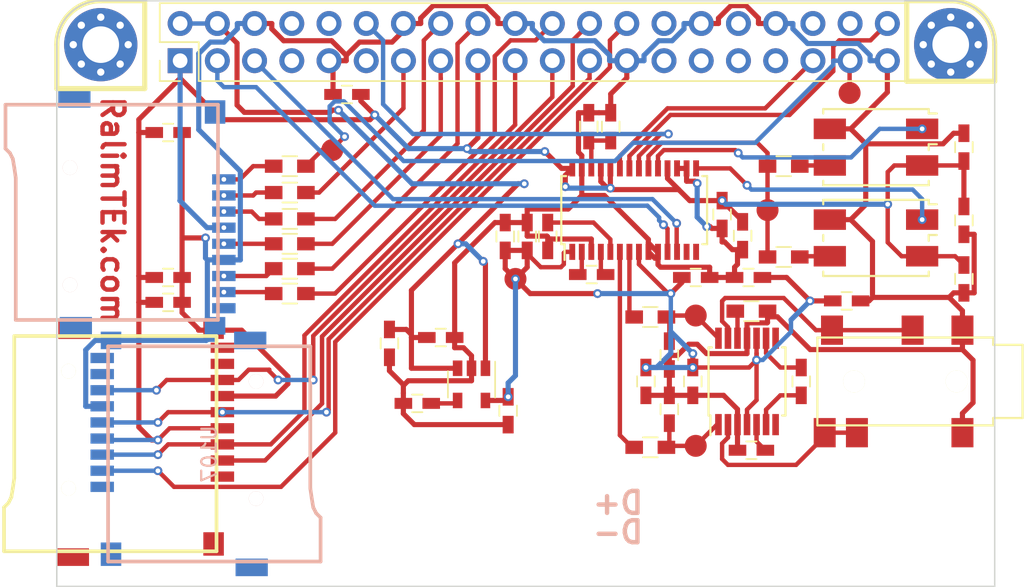
<source format=kicad_pcb>
(kicad_pcb (version 20171130) (host pcbnew "(5.1.12)-1")

  (general
    (thickness 1.6)
    (drawings 22)
    (tracks 598)
    (zones 0)
    (modules 57)
    (nets 47)
  )

  (page A4)
  (title_block
    (title "Raspberry Pi Hat Template")
    (date 2015-12-24)
    (rev 0.1)
    (company OpenFet)
    (comment 1 "Author: Julien")
    (comment 2 "License: CERN OHL V1.2")
  )

  (layers
    (0 F.Cu signal)
    (31 B.Cu signal)
    (32 B.Adhes user hide)
    (33 F.Adhes user hide)
    (34 B.Paste user hide)
    (35 F.Paste user hide)
    (36 B.SilkS user hide)
    (37 F.SilkS user hide)
    (38 B.Mask user hide)
    (39 F.Mask user hide)
    (40 Dwgs.User user hide)
    (41 Cmts.User user hide)
    (42 Eco1.User user hide)
    (43 Eco2.User user hide)
    (44 Edge.Cuts user)
    (45 Margin user hide)
    (46 B.CrtYd user hide)
    (47 F.CrtYd user hide)
    (48 B.Fab user hide)
    (49 F.Fab user hide)
  )

  (setup
    (last_trace_width 0.3)
    (user_trace_width 0.1)
    (user_trace_width 0.2)
    (user_trace_width 0.3)
    (user_trace_width 0.4)
    (user_trace_width 0.5)
    (user_trace_width 0.6)
    (user_trace_width 0.8)
    (user_trace_width 1)
    (trace_clearance 0.15)
    (zone_clearance 0.508)
    (zone_45_only yes)
    (trace_min 0.1)
    (via_size 0.6)
    (via_drill 0.32)
    (via_min_size 0.26)
    (via_min_drill 0.16)
    (user_via 0.6 0.32)
    (user_via 1.5 0.8)
    (uvia_size 0.508)
    (uvia_drill 0.127)
    (uvias_allowed no)
    (uvia_min_size 0.508)
    (uvia_min_drill 0.127)
    (edge_width 0.1)
    (segment_width 0.35)
    (pcb_text_width 0.3)
    (pcb_text_size 1.5 1.5)
    (mod_edge_width 0.15)
    (mod_text_size 1 1)
    (mod_text_width 0.15)
    (pad_size 1.2 1.2)
    (pad_drill 0.5)
    (pad_to_mask_clearance 0)
    (aux_axis_origin 24.7 94.2)
    (grid_origin 67.6 65.2)
    (visible_elements 7FFFFF7F)
    (pcbplotparams
      (layerselection 0x010f0_80000001)
      (usegerberextensions false)
      (usegerberattributes true)
      (usegerberadvancedattributes true)
      (creategerberjobfile true)
      (excludeedgelayer true)
      (linewidth 0.100000)
      (plotframeref false)
      (viasonmask false)
      (mode 1)
      (useauxorigin false)
      (hpglpennumber 1)
      (hpglpenspeed 20)
      (hpglpendiameter 15.000000)
      (psnegative false)
      (psa4output false)
      (plotreference true)
      (plotvalue true)
      (plotinvisibletext false)
      (padsonsilk false)
      (subtractmaskfromsilk false)
      (outputformat 1)
      (mirror false)
      (drillshape 0)
      (scaleselection 1)
      (outputdirectory "/home/mangokid/Desktop/hat_gerber/"))
  )

  (net 0 "")
  (net 1 GND)
  (net 2 "Net-(C101-Pad1)")
  (net 3 "Net-(C103-Pad1)")
  (net 4 "Net-(C103-Pad2)")
  (net 5 /AVDD)
  (net 6 "Net-(C105-Pad2)")
  (net 7 VDD)
  (net 8 /BCK)
  (net 9 /LRCLK)
  (net 10 /DIN)
  (net 11 "Net-(R101-Pad1)")
  (net 12 "Net-(R102-Pad2)")
  (net 13 /24MHZ_EN)
  (net 14 /22MHZ_EN)
  (net 15 /SCK)
  (net 16 "Net-(R103-Pad1)")
  (net 17 "Net-(R104-Pad1)")
  (net 18 "Net-(C106-Pad1)")
  (net 19 "Net-(C107-Pad1)")
  (net 20 "Net-(C107-Pad2)")
  (net 21 /DAC_R)
  (net 22 /DAC_L)
  (net 23 /OUT_R)
  (net 24 /OUT_L)
  (net 25 "Net-(R107-Pad1)")
  (net 26 "Net-(C110-Pad1)")
  (net 27 /SDA)
  (net 28 /SCL)
  (net 29 /DAT3)
  (net 30 /CLK)
  (net 31 /CMD)
  (net 32 /DAT0)
  (net 33 /MOSI)
  (net 34 /MISO)
  (net 35 /DAT1)
  (net 36 /SCLK)
  (net 37 /~CE0)
  (net 38 /~CE1)
  (net 39 /DAT2)
  (net 40 "Net-(R105-Pad1)")
  (net 41 "Net-(R106-Pad1)")
  (net 42 "Net-(R108-Pad1)")
  (net 43 "Net-(R109-Pad1)")
  (net 44 "Net-(R110-Pad1)")
  (net 45 "Net-(R111-Pad1)")
  (net 46 /VBATT)

  (net_class Default "This is the default net class."
    (clearance 0.15)
    (trace_width 0.3)
    (via_dia 0.6)
    (via_drill 0.32)
    (uvia_dia 0.508)
    (uvia_drill 0.127)
    (add_net /22MHZ_EN)
    (add_net /24MHZ_EN)
    (add_net /BCK)
    (add_net /CLK)
    (add_net /CMD)
    (add_net /DAC_L)
    (add_net /DAC_R)
    (add_net /DAT0)
    (add_net /DAT1)
    (add_net /DAT2)
    (add_net /DAT3)
    (add_net /DIN)
    (add_net /LRCLK)
    (add_net /MISO)
    (add_net /MOSI)
    (add_net /OUT_L)
    (add_net /OUT_R)
    (add_net /SCK)
    (add_net /SCL)
    (add_net /SCLK)
    (add_net /SDA)
    (add_net /~CE0)
    (add_net /~CE1)
    (add_net "Net-(C101-Pad1)")
    (add_net "Net-(C103-Pad1)")
    (add_net "Net-(C103-Pad2)")
    (add_net "Net-(C105-Pad2)")
    (add_net "Net-(C106-Pad1)")
    (add_net "Net-(C107-Pad1)")
    (add_net "Net-(C107-Pad2)")
    (add_net "Net-(C110-Pad1)")
    (add_net "Net-(R101-Pad1)")
    (add_net "Net-(R102-Pad2)")
    (add_net "Net-(R103-Pad1)")
    (add_net "Net-(R104-Pad1)")
    (add_net "Net-(R105-Pad1)")
    (add_net "Net-(R106-Pad1)")
    (add_net "Net-(R107-Pad1)")
    (add_net "Net-(R108-Pad1)")
    (add_net "Net-(R109-Pad1)")
    (add_net "Net-(R110-Pad1)")
    (add_net "Net-(R111-Pad1)")
  )

  (net_class Power ""
    (clearance 0.15)
    (trace_width 0.35)
    (via_dia 0.6)
    (via_drill 0.32)
    (uvia_dia 0.508)
    (uvia_drill 0.127)
    (add_net /AVDD)
    (add_net /VBATT)
    (add_net GND)
    (add_net VDD)
  )

  (module Resistors_SMD:R_0603_HandSoldering (layer F.Cu) (tedit 58B7FD04) (tstamp 58B41B59)
    (at 179.1 89.4)
    (descr "Resistor SMD 0603, hand soldering")
    (tags "resistor 0603")
    (path /58492F74)
    (attr smd)
    (fp_text reference R107 (at 0 -1.45) (layer F.SilkS) hide
      (effects (font (size 1 1) (thickness 0.15)))
    )
    (fp_text value 470 (at 0 1.55) (layer F.Fab) hide
      (effects (font (size 1 1) (thickness 0.15)))
    )
    (fp_line (start 1.95 0.7) (end -1.96 0.7) (layer F.CrtYd) (width 0.05))
    (fp_line (start 1.95 0.7) (end 1.95 -0.7) (layer F.CrtYd) (width 0.05))
    (fp_line (start -1.96 -0.7) (end -1.96 0.7) (layer F.CrtYd) (width 0.05))
    (fp_line (start -1.96 -0.7) (end 1.95 -0.7) (layer F.CrtYd) (width 0.05))
    (fp_line (start -0.5 -0.68) (end 0.5 -0.68) (layer F.SilkS) (width 0.12))
    (fp_line (start 0.5 0.68) (end -0.5 0.68) (layer F.SilkS) (width 0.12))
    (fp_line (start -0.8 -0.4) (end 0.8 -0.4) (layer F.Fab) (width 0.1))
    (fp_line (start 0.8 -0.4) (end 0.8 0.4) (layer F.Fab) (width 0.1))
    (fp_line (start 0.8 0.4) (end -0.8 0.4) (layer F.Fab) (width 0.1))
    (fp_line (start -0.8 0.4) (end -0.8 -0.4) (layer F.Fab) (width 0.1))
    (fp_text user %R (at 0 -1.45) (layer F.Fab) hide
      (effects (font (size 1 1) (thickness 0.15)))
    )
    (pad 1 smd rect (at -1.1 0) (size 1.2 0.9) (layers F.Cu F.Paste F.Mask)
      (net 25 "Net-(R107-Pad1)"))
    (pad 2 smd rect (at 1.1 0) (size 1.2 0.9) (layers F.Cu F.Paste F.Mask)
      (net 1 GND))
    (model Resistors_SMD.3dshapes/R_0603.wrl
      (at (xyz 0 0 0))
      (scale (xyz 1 1 1))
      (rotate (xyz 0 0 0))
    )
  )

  (module Housings_SSOP:TSSOP-14_4.4x5mm_Pitch0.65mm (layer F.Cu) (tedit 58491E4B) (tstamp 58491EBF)
    (at 178.8 94.2 90)
    (descr "14-Lead Plastic Thin Shrink Small Outline (ST)-4.4 mm Body [TSSOP] (see Microchip Packaging Specification 00000049BS.pdf)")
    (tags "SSOP 0.65")
    (path /584924C3)
    (attr smd)
    (fp_text reference U103 (at 0 -3.55 90) (layer F.SilkS) hide
      (effects (font (size 1 1) (thickness 0.15)))
    )
    (fp_text value TPA6139A2 (at 0 3.55 90) (layer F.Fab) hide
      (effects (font (size 1 1) (thickness 0.15)))
    )
    (fp_line (start -2.325 -2.5) (end -3.675 -2.5) (layer F.SilkS) (width 0.15))
    (fp_line (start -2.325 2.625) (end 2.325 2.625) (layer F.SilkS) (width 0.15))
    (fp_line (start -2.325 -2.625) (end 2.325 -2.625) (layer F.SilkS) (width 0.15))
    (fp_line (start -2.325 2.625) (end -2.325 2.4) (layer F.SilkS) (width 0.15))
    (fp_line (start 2.325 2.625) (end 2.325 2.4) (layer F.SilkS) (width 0.15))
    (fp_line (start 2.325 -2.625) (end 2.325 -2.4) (layer F.SilkS) (width 0.15))
    (fp_line (start -2.325 -2.625) (end -2.325 -2.5) (layer F.SilkS) (width 0.15))
    (fp_line (start -3.95 2.8) (end 3.95 2.8) (layer F.CrtYd) (width 0.05))
    (fp_line (start -3.95 -2.8) (end 3.95 -2.8) (layer F.CrtYd) (width 0.05))
    (fp_line (start 3.95 -2.8) (end 3.95 2.8) (layer F.CrtYd) (width 0.05))
    (fp_line (start -3.95 -2.8) (end -3.95 2.8) (layer F.CrtYd) (width 0.05))
    (fp_line (start -2.2 -1.5) (end -1.2 -2.5) (layer F.Fab) (width 0.15))
    (fp_line (start -2.2 2.5) (end -2.2 -1.5) (layer F.Fab) (width 0.15))
    (fp_line (start 2.2 2.5) (end -2.2 2.5) (layer F.Fab) (width 0.15))
    (fp_line (start 2.2 -2.5) (end 2.2 2.5) (layer F.Fab) (width 0.15))
    (fp_line (start -1.2 -2.5) (end 2.2 -2.5) (layer F.Fab) (width 0.15))
    (pad 1 smd rect (at -2.95 -1.95 90) (size 1.45 0.45) (layers F.Cu F.Paste F.Mask)
      (net 22 /DAC_L))
    (pad 2 smd rect (at -2.95 -1.3 90) (size 1.45 0.45) (layers F.Cu F.Paste F.Mask)
      (net 24 /OUT_L))
    (pad 3 smd rect (at -2.95 -0.65 90) (size 1.45 0.45) (layers F.Cu F.Paste F.Mask)
      (net 1 GND))
    (pad 4 smd rect (at -2.95 0 90) (size 1.45 0.45) (layers F.Cu F.Paste F.Mask)
      (net 5 /AVDD))
    (pad 5 smd rect (at -2.95 0.65 90) (size 1.45 0.45) (layers F.Cu F.Paste F.Mask)
      (net 18 "Net-(C106-Pad1)"))
    (pad 6 smd rect (at -2.95 1.3 90) (size 1.45 0.45) (layers F.Cu F.Paste F.Mask)
      (net 20 "Net-(C107-Pad2)"))
    (pad 7 smd rect (at -2.95 1.95 90) (size 1.45 0.45) (layers F.Cu F.Paste F.Mask))
    (pad 8 smd rect (at 2.95 1.95 90) (size 1.45 0.45) (layers F.Cu F.Paste F.Mask))
    (pad 9 smd rect (at 2.95 1.3 90) (size 1.45 0.45) (layers F.Cu F.Paste F.Mask)
      (net 19 "Net-(C107-Pad1)"))
    (pad 10 smd rect (at 2.95 0.65 90) (size 1.45 0.45) (layers F.Cu F.Paste F.Mask)
      (net 5 /AVDD))
    (pad 11 smd rect (at 2.95 0 90) (size 1.45 0.45) (layers F.Cu F.Paste F.Mask)
      (net 1 GND))
    (pad 12 smd rect (at 2.95 -0.65 90) (size 1.45 0.45) (layers F.Cu F.Paste F.Mask)
      (net 25 "Net-(R107-Pad1)"))
    (pad 13 smd rect (at 2.95 -1.3 90) (size 1.45 0.45) (layers F.Cu F.Paste F.Mask)
      (net 23 /OUT_R))
    (pad 14 smd rect (at 2.95 -1.95 90) (size 1.45 0.45) (layers F.Cu F.Paste F.Mask)
      (net 21 /DAC_R))
    (model Housings_SSOP.3dshapes/TSSOP-14_4.4x5mm_Pitch0.65mm.wrl
      (at (xyz 0 0 0))
      (scale (xyz 1 1 1))
      (rotate (xyz 0 0 0))
    )
  )

  (module Housings_SSOP:TSSOP-28_4.4x9.7mm_Pitch0.65mm (layer F.Cu) (tedit 5847621F) (tstamp 5)
    (at 171.1 82.5 90)
    (descr "TSSOP28: plastic thin shrink small outline package; 28 leads; body width 4.4 mm; (see NXP SSOP-TSSOP-VSO-REFLOW.pdf and sot361-1_po.pdf)")
    (tags "SSOP 0.65")
    (path /5846AEC0)
    (attr smd)
    (fp_text reference U101 (at 0 -5.9 90) (layer F.SilkS) hide
      (effects (font (size 1 1) (thickness 0.15)))
    )
    (fp_text value PCM5122 (at 0 5.9 90) (layer F.Fab) hide
      (effects (font (size 1 1) (thickness 0.15)))
    )
    (fp_line (start -2.325 -4.75) (end -3.4 -4.75) (layer F.SilkS) (width 0.15))
    (fp_line (start -2.325 4.975) (end 2.325 4.975) (layer F.SilkS) (width 0.15))
    (fp_line (start -2.325 -4.975) (end 2.325 -4.975) (layer F.SilkS) (width 0.15))
    (fp_line (start -2.325 4.975) (end -2.325 4.65) (layer F.SilkS) (width 0.15))
    (fp_line (start 2.325 4.975) (end 2.325 4.65) (layer F.SilkS) (width 0.15))
    (fp_line (start 2.325 -4.975) (end 2.325 -4.65) (layer F.SilkS) (width 0.15))
    (fp_line (start -2.325 -4.975) (end -2.325 -4.75) (layer F.SilkS) (width 0.15))
    (fp_line (start -3.65 5.15) (end 3.65 5.15) (layer F.CrtYd) (width 0.05))
    (fp_line (start -3.65 -5.15) (end 3.65 -5.15) (layer F.CrtYd) (width 0.05))
    (fp_line (start 3.65 -5.15) (end 3.65 5.15) (layer F.CrtYd) (width 0.05))
    (fp_line (start -3.65 -5.15) (end -3.65 5.15) (layer F.CrtYd) (width 0.05))
    (fp_line (start -2.2 -3.85) (end -1.2 -4.85) (layer F.Fab) (width 0.15))
    (fp_line (start -2.2 4.85) (end -2.2 -3.85) (layer F.Fab) (width 0.15))
    (fp_line (start 2.2 4.85) (end -2.2 4.85) (layer F.Fab) (width 0.15))
    (fp_line (start 2.2 -4.85) (end 2.2 4.85) (layer F.Fab) (width 0.15))
    (fp_line (start -1.2 -4.85) (end 2.2 -4.85) (layer F.Fab) (width 0.15))
    (pad 1 smd rect (at -2.85 -4.225 90) (size 1.1 0.4) (layers F.Cu F.Paste F.Mask)
      (net 5 /AVDD))
    (pad 2 smd rect (at -2.85 -3.575 90) (size 1.1 0.4) (layers F.Cu F.Paste F.Mask)
      (net 3 "Net-(C103-Pad1)"))
    (pad 3 smd rect (at -2.85 -2.925 90) (size 1.1 0.4) (layers F.Cu F.Paste F.Mask)
      (net 1 GND))
    (pad 4 smd rect (at -2.85 -2.275 90) (size 1.1 0.4) (layers F.Cu F.Paste F.Mask)
      (net 4 "Net-(C103-Pad2)"))
    (pad 5 smd rect (at -2.85 -1.625 90) (size 1.1 0.4) (layers F.Cu F.Paste F.Mask)
      (net 6 "Net-(C105-Pad2)"))
    (pad 6 smd rect (at -2.85 -0.975 90) (size 1.1 0.4) (layers F.Cu F.Paste F.Mask)
      (net 11 "Net-(R101-Pad1)"))
    (pad 7 smd rect (at -2.85 -0.325 90) (size 1.1 0.4) (layers F.Cu F.Paste F.Mask)
      (net 12 "Net-(R102-Pad2)"))
    (pad 8 smd rect (at -2.85 0.325 90) (size 1.1 0.4) (layers F.Cu F.Paste F.Mask)
      (net 5 /AVDD))
    (pad 9 smd rect (at -2.85 0.975 90) (size 1.1 0.4) (layers F.Cu F.Paste F.Mask)
      (net 1 GND))
    (pad 10 smd rect (at -2.85 1.625 90) (size 1.1 0.4) (layers F.Cu F.Paste F.Mask)
      (net 1 GND))
    (pad 11 smd rect (at -2.85 2.275 90) (size 1.1 0.4) (layers F.Cu F.Paste F.Mask)
      (net 27 /SDA))
    (pad 12 smd rect (at -2.85 2.925 90) (size 1.1 0.4) (layers F.Cu F.Paste F.Mask)
      (net 28 /SCL))
    (pad 13 smd rect (at -2.85 3.575 90) (size 1.1 0.4) (layers F.Cu F.Paste F.Mask))
    (pad 14 smd rect (at -2.85 4.225 90) (size 1.1 0.4) (layers F.Cu F.Paste F.Mask))
    (pad 15 smd rect (at 2.85 4.225 90) (size 1.1 0.4) (layers F.Cu F.Paste F.Mask)
      (net 13 /24MHZ_EN))
    (pad 16 smd rect (at 2.85 3.575 90) (size 1.1 0.4) (layers F.Cu F.Paste F.Mask)
      (net 1 GND))
    (pad 17 smd rect (at 2.85 2.925 90) (size 1.1 0.4) (layers F.Cu F.Paste F.Mask)
      (net 1 GND))
    (pad 18 smd rect (at 2.85 2.275 90) (size 1.1 0.4) (layers F.Cu F.Paste F.Mask)
      (net 7 VDD))
    (pad 19 smd rect (at 2.85 1.625 90) (size 1.1 0.4) (layers F.Cu F.Paste F.Mask)
      (net 14 /22MHZ_EN))
    (pad 20 smd rect (at 2.85 0.975 90) (size 1.1 0.4) (layers F.Cu F.Paste F.Mask)
      (net 15 /SCK))
    (pad 21 smd rect (at 2.85 0.325 90) (size 1.1 0.4) (layers F.Cu F.Paste F.Mask)
      (net 8 /BCK))
    (pad 22 smd rect (at 2.85 -0.325 90) (size 1.1 0.4) (layers F.Cu F.Paste F.Mask)
      (net 10 /DIN))
    (pad 23 smd rect (at 2.85 -0.975 90) (size 1.1 0.4) (layers F.Cu F.Paste F.Mask)
      (net 9 /LRCLK))
    (pad 24 smd rect (at 2.85 -1.625 90) (size 1.1 0.4) (layers F.Cu F.Paste F.Mask)
      (net 7 VDD))
    (pad 25 smd rect (at 2.85 -2.275 90) (size 1.1 0.4) (layers F.Cu F.Paste F.Mask)
      (net 7 VDD))
    (pad 26 smd rect (at 2.85 -2.925 90) (size 1.1 0.4) (layers F.Cu F.Paste F.Mask)
      (net 2 "Net-(C101-Pad1)"))
    (pad 27 smd rect (at 2.85 -3.575 90) (size 1.1 0.4) (layers F.Cu F.Paste F.Mask)
      (net 1 GND))
    (pad 28 smd rect (at 2.85 -4.225 90) (size 1.1 0.4) (layers F.Cu F.Paste F.Mask)
      (net 7 VDD))
    (model Housings_SSOP.3dshapes/TSSOP-28_4.4x9.7mm_Pitch0.65mm.wrl
      (at (xyz 0 0 0))
      (scale (xyz 1 1 1))
      (rotate (xyz 0 0 0))
    )
  )

  (module crystals:Crystal_SMD_7050_4Pads (layer F.Cu) (tedit 58B7FD3B) (tstamp 58475EBC)
    (at 187.6 84.4 180)
    (descr "Ceramic SMD crystal, 7.0x5.0mm, 4 Pads")
    (tags "crystal oscillator quartz SMD SMT 7050")
    (path /5846D638)
    (attr smd)
    (fp_text reference X101 (at 0 -4 180) (layer F.SilkS) hide
      (effects (font (size 1 1) (thickness 0.15)))
    )
    (fp_text value 24.576MHz (at 0 4 180) (layer F.Fab) hide
      (effects (font (size 1 1) (thickness 0.15)))
    )
    (fp_line (start 4.75 -3.1) (end 4.75 3.1) (layer F.CrtYd) (width 0.05))
    (fp_line (start 4.75 3.1) (end -4.75 3.1) (layer F.CrtYd) (width 0.05))
    (fp_line (start -3.6 0.2) (end -3.6 -0.2) (layer F.SilkS) (width 0.15))
    (fp_line (start 3.6 0.2) (end 3.6 -0.2) (layer F.SilkS) (width 0.15))
    (fp_line (start -3.6 -2.6) (end 3.6 -2.6) (layer F.SilkS) (width 0.15))
    (fp_line (start 4.75 -3.1) (end -4.75 -3.1) (layer F.CrtYd) (width 0.05))
    (fp_line (start -4.75 -3.1) (end -4.75 3.1) (layer F.CrtYd) (width 0.05))
    (fp_line (start -3.6 0.2) (end -4.15 0.2) (layer F.SilkS) (width 0.15))
    (fp_line (start -3.6 2.6) (end 3.6 2.6) (layer F.SilkS) (width 0.15))
    (fp_line (start -3.6 2.6) (end -3.6 2.3) (layer F.SilkS) (width 0.15))
    (fp_line (start -3.6 -2.6) (end -3.6 -2.3) (layer F.SilkS) (width 0.15))
    (fp_line (start 3.6 -2.6) (end 3.6 -2.3) (layer F.SilkS) (width 0.15))
    (fp_line (start 3.6 2.6) (end 3.6 2.3) (layer F.SilkS) (width 0.15))
    (fp_line (start -3.6 2.3) (end -4.15 2.3) (layer F.SilkS) (width 0.15))
    (fp_line (start -3.5 -2.5) (end 3.5 -2.5) (layer F.Fab) (width 0.15))
    (fp_line (start 3.5 -2.5) (end 3.5 2.5) (layer F.Fab) (width 0.15))
    (fp_line (start 3.5 2.5) (end -3.5 2.5) (layer F.Fab) (width 0.15))
    (fp_line (start -3.5 2.5) (end -3.5 -2.5) (layer F.Fab) (width 0.15))
    (pad 1 smd rect (at -3.15 1.25 180) (size 2.2 1.4) (layers F.Cu F.Paste F.Mask)
      (net 13 /24MHZ_EN))
    (pad 2 smd rect (at 3.15 1.25 180) (size 2.2 1.4) (layers F.Cu F.Paste F.Mask)
      (net 1 GND))
    (pad 3 smd rect (at 3.15 -1.25 180) (size 2.2 1.4) (layers F.Cu F.Paste F.Mask)
      (net 16 "Net-(R103-Pad1)"))
    (pad 4 smd rect (at -3.15 -1.25 180) (size 2.2 1.4) (layers F.Cu F.Paste F.Mask)
      (net 7 VDD))
  )

  (module crystals:Crystal_SMD_7050_4Pads (layer F.Cu) (tedit 58B7FD41) (tstamp 58475ED6)
    (at 187.6 78.2 180)
    (descr "Ceramic SMD crystal, 7.0x5.0mm, 4 Pads")
    (tags "crystal oscillator quartz SMD SMT 7050")
    (path /5846D797)
    (attr smd)
    (fp_text reference X102 (at 0 -4 180) (layer F.SilkS) hide
      (effects (font (size 1 1) (thickness 0.15)))
    )
    (fp_text value 22.5792MHz (at 0 4 180) (layer F.Fab) hide
      (effects (font (size 1 1) (thickness 0.15)))
    )
    (fp_line (start 4.75 -3.1) (end 4.75 3.1) (layer F.CrtYd) (width 0.05))
    (fp_line (start 4.75 3.1) (end -4.75 3.1) (layer F.CrtYd) (width 0.05))
    (fp_line (start -3.6 0.2) (end -3.6 -0.2) (layer F.SilkS) (width 0.15))
    (fp_line (start 3.6 0.2) (end 3.6 -0.2) (layer F.SilkS) (width 0.15))
    (fp_line (start -3.6 -2.6) (end 3.6 -2.6) (layer F.SilkS) (width 0.15))
    (fp_line (start 4.75 -3.1) (end -4.75 -3.1) (layer F.CrtYd) (width 0.05))
    (fp_line (start -4.75 -3.1) (end -4.75 3.1) (layer F.CrtYd) (width 0.05))
    (fp_line (start -3.6 0.2) (end -4.15 0.2) (layer F.SilkS) (width 0.15))
    (fp_line (start -3.6 2.6) (end 3.6 2.6) (layer F.SilkS) (width 0.15))
    (fp_line (start -3.6 2.6) (end -3.6 2.3) (layer F.SilkS) (width 0.15))
    (fp_line (start -3.6 -2.6) (end -3.6 -2.3) (layer F.SilkS) (width 0.15))
    (fp_line (start 3.6 -2.6) (end 3.6 -2.3) (layer F.SilkS) (width 0.15))
    (fp_line (start 3.6 2.6) (end 3.6 2.3) (layer F.SilkS) (width 0.15))
    (fp_line (start -3.6 2.3) (end -4.15 2.3) (layer F.SilkS) (width 0.15))
    (fp_line (start -3.5 -2.5) (end 3.5 -2.5) (layer F.Fab) (width 0.15))
    (fp_line (start 3.5 -2.5) (end 3.5 2.5) (layer F.Fab) (width 0.15))
    (fp_line (start 3.5 2.5) (end -3.5 2.5) (layer F.Fab) (width 0.15))
    (fp_line (start -3.5 2.5) (end -3.5 -2.5) (layer F.Fab) (width 0.15))
    (pad 1 smd rect (at -3.15 1.25 180) (size 2.2 1.4) (layers F.Cu F.Paste F.Mask)
      (net 14 /22MHZ_EN))
    (pad 2 smd rect (at 3.15 1.25 180) (size 2.2 1.4) (layers F.Cu F.Paste F.Mask)
      (net 1 GND))
    (pad 3 smd rect (at 3.15 -1.25 180) (size 2.2 1.4) (layers F.Cu F.Paste F.Mask)
      (net 17 "Net-(R104-Pad1)"))
    (pad 4 smd rect (at -3.15 -1.25 180) (size 2.2 1.4) (layers F.Cu F.Paste F.Mask)
      (net 7 VDD))
  )

  (module Connect:PJ311_6pin_3.5mm_SMD_Jack (layer F.Cu) (tedit 58495F84) (tstamp 58491EA7)
    (at 188.8 94.2 270)
    (descr "PJ311 6pin SMD 3.5mm stereo headphones jack.")
    (tags "headphones jack plug stereo 3.5mm PJ311")
    (path /584943D7)
    (attr smd)
    (fp_text reference J102 (at 0 -10.61 270) (layer F.SilkS) hide
      (effects (font (size 1 1) (thickness 0.15)))
    )
    (fp_text value JACK_TRS_6PINS (at 0 7.17 270) (layer F.Fab) hide
      (effects (font (size 1 1) (thickness 0.15)))
    )
    (fp_line (start -2.5 -8.8) (end -2.5 -6.8) (layer F.SilkS) (width 0.15))
    (fp_line (start 2.5 -8.8) (end -2.5 -8.8) (layer F.SilkS) (width 0.15))
    (fp_line (start 2.5 -6.8) (end 2.5 -8.8) (layer F.SilkS) (width 0.15))
    (fp_line (start 2.5 -6.8) (end 3 -6.8) (layer F.SilkS) (width 0.15))
    (fp_line (start -2.5 -6.8) (end -3 -6.8) (layer F.SilkS) (width 0.15))
    (fp_line (start 3 -6.8) (end 3 5.2) (layer F.SilkS) (width 0.15))
    (fp_line (start -3 -6.8) (end -3 5.2) (layer F.SilkS) (width 0.15))
    (fp_line (start 3 5.2) (end -3 5.2) (layer F.SilkS) (width 0.15))
    (fp_line (start 4.55 5.5) (end -4.55 5.5) (layer F.CrtYd) (width 0.05))
    (fp_line (start -4.55 -8.9) (end -4.55 5.5) (layer F.CrtYd) (width 0.05))
    (fp_line (start 4.55 -8.9) (end 4.55 5.5) (layer F.CrtYd) (width 0.05))
    (fp_line (start -4.55 -8.9) (end 4.55 -8.9) (layer F.CrtYd) (width 0.05))
    (pad 6 smd rect (at -3.5 4.2 270) (size 2 1.5) (layers F.Cu F.Paste F.Mask)
      (net 23 /OUT_R))
    (pad 3 smd rect (at -3.5 -1.3 270) (size 2 1.5) (layers F.Cu F.Paste F.Mask)
      (net 23 /OUT_R))
    (pad 1 smd rect (at -3.5 -4.7 270) (size 2 1.5) (layers F.Cu F.Paste F.Mask)
      (net 1 GND))
    (pad 5 smd rect (at 3.5 4.7 270) (size 2 1.5) (layers F.Cu F.Paste F.Mask)
      (net 24 /OUT_L))
    (pad 4 smd rect (at 3.5 2.5 270) (size 2 1.5) (layers F.Cu F.Paste F.Mask)
      (net 24 /OUT_L))
    (pad "" np_thru_hole circle (at 0 -4.3 270) (size 1.5 1.5) (drill 1.5) (layers *.Cu *.Mask F.SilkS))
    (pad "" np_thru_hole circle (at 0 2.7 270) (size 1.5 1.5) (drill 1.5) (layers *.Cu *.Mask F.SilkS))
    (pad 2 smd rect (at 3.5 -4.7 270) (size 2 1.5) (layers F.Cu F.Paste F.Mask)
      (net 1 GND))
    (model "../libs/PJ311 v1.wrl"
      (at (xyz 0 0 0))
      (scale (xyz 1 1 1))
      (rotate (xyz 0 0 0))
    )
  )

  (module TO_SOT_Packages_SMD:SOT-23-5 (layer F.Cu) (tedit 58495971) (tstamp 584959B9)
    (at 160 94.4 270)
    (descr "5-pin SOT23 package")
    (tags SOT-23-5)
    (path /58495DF5)
    (attr smd)
    (fp_text reference U104 (at 0 -2.9 270) (layer F.SilkS) hide
      (effects (font (size 1 1) (thickness 0.15)))
    )
    (fp_text value LD3985G (at 0 2.9 270) (layer F.Fab) hide
      (effects (font (size 1 1) (thickness 0.15)))
    )
    (fp_line (start 0.9 -1.55) (end 0.9 1.55) (layer F.Fab) (width 0.15))
    (fp_line (start 0.9 1.55) (end -0.9 1.55) (layer F.Fab) (width 0.15))
    (fp_line (start -0.9 -1.55) (end -0.9 1.55) (layer F.Fab) (width 0.15))
    (fp_line (start 0.9 -1.55) (end -0.9 -1.55) (layer F.Fab) (width 0.15))
    (fp_line (start -1.9 1.8) (end -1.9 -1.8) (layer F.CrtYd) (width 0.05))
    (fp_line (start 1.9 1.8) (end -1.9 1.8) (layer F.CrtYd) (width 0.05))
    (fp_line (start 1.9 -1.8) (end 1.9 1.8) (layer F.CrtYd) (width 0.05))
    (fp_line (start -1.9 -1.8) (end 1.9 -1.8) (layer F.CrtYd) (width 0.05))
    (fp_line (start 0.9 -1.61) (end -1.55 -1.61) (layer F.SilkS) (width 0.12))
    (fp_line (start -0.9 1.61) (end 0.9 1.61) (layer F.SilkS) (width 0.12))
    (pad 1 smd rect (at -1.1 -0.95 270) (size 1.06 0.65) (layers F.Cu F.Paste F.Mask)
      (net 46 /VBATT))
    (pad 2 smd rect (at -1.1 0 270) (size 1.06 0.65) (layers F.Cu F.Paste F.Mask)
      (net 1 GND))
    (pad 3 smd rect (at -1.1 0.95 270) (size 1.06 0.65) (layers F.Cu F.Paste F.Mask)
      (net 46 /VBATT))
    (pad 4 smd rect (at 1.1 0.95 270) (size 1.06 0.65) (layers F.Cu F.Paste F.Mask)
      (net 26 "Net-(C110-Pad1)"))
    (pad 5 smd rect (at 1.1 -0.95 270) (size 1.06 0.65) (layers F.Cu F.Paste F.Mask)
      (net 5 /AVDD))
    (model TO_SOT_Packages_SMD.3dshapes/SOT-23-5.wrl
      (at (xyz 0 0 0))
      (scale (xyz 1 1 1))
      (rotate (xyz 0 0 0))
    )
  )

  (module Mounting_Holes:MountingHole_2.5mm_Pad_Via (layer F.Cu) (tedit 584BF30B) (tstamp 584BF405)
    (at 192.7 71.2)
    (descr "Mounting Hole 2.5mm")
    (tags "mounting hole 2.5mm")
    (path /584BFDE2)
    (fp_text reference P102 (at 0 -3.5) (layer F.SilkS) hide
      (effects (font (size 1 1) (thickness 0.15)))
    )
    (fp_text value CONN_01X01 (at 0 3.5) (layer F.Fab) hide
      (effects (font (size 1 1) (thickness 0.15)))
    )
    (fp_circle (center 0 0) (end 2.75 0) (layer F.CrtYd) (width 0.05))
    (fp_circle (center 0 0) (end 2.5 0) (layer Cmts.User) (width 0.15))
    (pad 1 thru_hole circle (at 0 0) (size 5 5) (drill 2.5) (layers *.Cu *.Mask))
    (pad "" thru_hole circle (at 1.875 0) (size 0.6 0.6) (drill 0.5) (layers *.Cu *.Mask))
    (pad "" thru_hole circle (at 1.325825 1.325825) (size 0.6 0.6) (drill 0.5) (layers *.Cu *.Mask))
    (pad "" thru_hole circle (at 0 1.875) (size 0.6 0.6) (drill 0.5) (layers *.Cu *.Mask))
    (pad "" thru_hole circle (at -1.325825 1.325825) (size 0.6 0.6) (drill 0.5) (layers *.Cu *.Mask))
    (pad "" thru_hole circle (at -1.875 0) (size 0.6 0.6) (drill 0.5) (layers *.Cu *.Mask))
    (pad "" thru_hole circle (at -1.325825 -1.325825) (size 0.6 0.6) (drill 0.5) (layers *.Cu *.Mask))
    (pad "" thru_hole circle (at 0 -1.875) (size 0.6 0.6) (drill 0.5) (layers *.Cu *.Mask))
    (pad "" thru_hole circle (at 1.325825 -1.325825) (size 0.6 0.6) (drill 0.5) (layers *.Cu *.Mask))
  )

  (module Mounting_Holes:MountingHole_2.5mm_Pad_Via (layer F.Cu) (tedit 584BF304) (tstamp 584BF41F)
    (at 134.7 71.2)
    (descr "Mounting Hole 2.5mm")
    (tags "mounting hole 2.5mm")
    (path /584BFEFB)
    (fp_text reference P104 (at 0 -3.5) (layer F.SilkS) hide
      (effects (font (size 1 1) (thickness 0.15)))
    )
    (fp_text value CONN_01X01 (at 0 3.5) (layer F.Fab) hide
      (effects (font (size 1 1) (thickness 0.15)))
    )
    (fp_circle (center 0 0) (end 2.75 0) (layer F.CrtYd) (width 0.05))
    (fp_circle (center 0 0) (end 2.5 0) (layer Cmts.User) (width 0.15))
    (pad 1 thru_hole circle (at 0 0) (size 5 5) (drill 2.5) (layers *.Cu *.Mask))
    (pad "" thru_hole circle (at 1.875 0) (size 0.6 0.6) (drill 0.5) (layers *.Cu *.Mask))
    (pad "" thru_hole circle (at 1.325825 1.325825) (size 0.6 0.6) (drill 0.5) (layers *.Cu *.Mask))
    (pad "" thru_hole circle (at 0 1.875) (size 0.6 0.6) (drill 0.5) (layers *.Cu *.Mask))
    (pad "" thru_hole circle (at -1.325825 1.325825) (size 0.6 0.6) (drill 0.5) (layers *.Cu *.Mask))
    (pad "" thru_hole circle (at -1.875 0) (size 0.6 0.6) (drill 0.5) (layers *.Cu *.Mask))
    (pad "" thru_hole circle (at -1.325825 -1.325825) (size 0.6 0.6) (drill 0.5) (layers *.Cu *.Mask))
    (pad "" thru_hole circle (at 0 -1.875) (size 0.6 0.6) (drill 0.5) (layers *.Cu *.Mask))
    (pad "" thru_hole circle (at 1.325825 -1.325825) (size 0.6 0.6) (drill 0.5) (layers *.Cu *.Mask))
  )

  (module Measurement_Points:Measurement_Point_Round-SMD-Pad_Small (layer F.Cu) (tedit 584BFD55) (tstamp 584BFDA2)
    (at 180.2 82.5)
    (descr "Mesurement Point, Round, SMD Pad, DM 1.5mm,")
    (tags "Mesurement Point Round SMD Pad 1.5mm")
    (path /584C21F8)
    (attr virtual)
    (fp_text reference W101 (at 0 -2) (layer F.SilkS) hide
      (effects (font (size 1 1) (thickness 0.15)))
    )
    (fp_text value CLK (at 0 2) (layer F.Fab) hide
      (effects (font (size 1 1) (thickness 0.15)))
    )
    (fp_circle (center 0 0) (end 1 0) (layer F.CrtYd) (width 0.05))
    (pad 1 smd circle (at 0 0) (size 1.5 1.5) (layers F.Cu F.Mask)
      (net 15 /SCK))
  )

  (module Measurement_Points:Measurement_Point_Round-SMD-Pad_Small (layer F.Cu) (tedit 584BFDA0) (tstamp 584BFDA7)
    (at 163 87.2)
    (descr "Mesurement Point, Round, SMD Pad, DM 1.5mm,")
    (tags "Mesurement Point Round SMD Pad 1.5mm")
    (path /584C0C36)
    (attr virtual)
    (fp_text reference W102 (at 0 -2) (layer F.SilkS) hide
      (effects (font (size 1 1) (thickness 0.15)))
    )
    (fp_text value 3.3V (at 0 2) (layer F.Fab) hide
      (effects (font (size 1 1) (thickness 0.15)))
    )
    (fp_circle (center 0 0) (end 1 0) (layer F.CrtYd) (width 0.05))
    (pad 1 smd circle (at 0 0) (size 1.5 1.5) (layers F.Cu F.Mask)
      (net 5 /AVDD))
  )

  (module Measurement_Points:Measurement_Point_Round-SMD-Pad_Small (layer F.Cu) (tedit 584BFD69) (tstamp 584BFDAC)
    (at 175.3 98.6)
    (descr "Mesurement Point, Round, SMD Pad, DM 1.5mm,")
    (tags "Mesurement Point Round SMD Pad 1.5mm")
    (path /584C10B1)
    (attr virtual)
    (fp_text reference W103 (at 0 -2) (layer F.SilkS) hide
      (effects (font (size 1 1) (thickness 0.15)))
    )
    (fp_text value L (at 0 2) (layer F.Fab) hide
      (effects (font (size 1 1) (thickness 0.15)))
    )
    (fp_circle (center 0 0) (end 1 0) (layer F.CrtYd) (width 0.05))
    (pad 1 smd circle (at 0 0) (size 1.5 1.5) (layers F.Cu F.Mask)
      (net 22 /DAC_L))
  )

  (module Measurement_Points:Measurement_Point_Round-SMD-Pad_Small (layer F.Cu) (tedit 584BFD63) (tstamp 584BFDB1)
    (at 175.3 89.7)
    (descr "Mesurement Point, Round, SMD Pad, DM 1.5mm,")
    (tags "Mesurement Point Round SMD Pad 1.5mm")
    (path /584C151F)
    (attr virtual)
    (fp_text reference W104 (at 0 -2) (layer F.SilkS) hide
      (effects (font (size 1 1) (thickness 0.15)))
    )
    (fp_text value R (at 0 2) (layer F.Fab) hide
      (effects (font (size 1 1) (thickness 0.15)))
    )
    (fp_circle (center 0 0) (end 1 0) (layer F.CrtYd) (width 0.05))
    (pad 1 smd circle (at 0 0) (size 1.5 1.5) (layers F.Cu F.Mask)
      (net 21 /DAC_R))
  )

  (module Capacitors_SMD:C_0603_HandSoldering (layer F.Cu) (tedit 58B7FD5C) (tstamp 58B41AA8)
    (at 168 76.8 90)
    (descr "Capacitor SMD 0603, hand soldering")
    (tags "capacitor 0603")
    (path /5846CA23)
    (attr smd)
    (fp_text reference C101 (at 0 -1.25 90) (layer F.SilkS) hide
      (effects (font (size 1 1) (thickness 0.15)))
    )
    (fp_text value 0.1u (at 0 1.5 90) (layer F.Fab) hide
      (effects (font (size 1 1) (thickness 0.15)))
    )
    (fp_line (start 1.8 0.65) (end -1.8 0.65) (layer F.CrtYd) (width 0.05))
    (fp_line (start 1.8 0.65) (end 1.8 -0.65) (layer F.CrtYd) (width 0.05))
    (fp_line (start -1.8 -0.65) (end -1.8 0.65) (layer F.CrtYd) (width 0.05))
    (fp_line (start -1.8 -0.65) (end 1.8 -0.65) (layer F.CrtYd) (width 0.05))
    (fp_line (start 0.35 0.6) (end -0.35 0.6) (layer F.SilkS) (width 0.12))
    (fp_line (start -0.35 -0.6) (end 0.35 -0.6) (layer F.SilkS) (width 0.12))
    (fp_line (start -0.8 -0.4) (end 0.8 -0.4) (layer F.Fab) (width 0.1))
    (fp_line (start 0.8 -0.4) (end 0.8 0.4) (layer F.Fab) (width 0.1))
    (fp_line (start 0.8 0.4) (end -0.8 0.4) (layer F.Fab) (width 0.1))
    (fp_line (start -0.8 0.4) (end -0.8 -0.4) (layer F.Fab) (width 0.1))
    (fp_text user %R (at 0 -1.25 90) (layer F.Fab) hide
      (effects (font (size 1 1) (thickness 0.15)))
    )
    (pad 1 smd rect (at -0.95 0 90) (size 1.2 0.75) (layers F.Cu F.Paste F.Mask)
      (net 2 "Net-(C101-Pad1)"))
    (pad 2 smd rect (at 0.95 0 90) (size 1.2 0.75) (layers F.Cu F.Paste F.Mask)
      (net 1 GND))
    (model Capacitors_SMD.3dshapes/C_0603.wrl
      (at (xyz 0 0 0))
      (scale (xyz 1 1 1))
      (rotate (xyz 0 0 0))
    )
  )

  (module Capacitors_SMD:C_0603_HandSoldering (layer F.Cu) (tedit 58B7FD58) (tstamp 58B41AAD)
    (at 169.5 76.8 90)
    (descr "Capacitor SMD 0603, hand soldering")
    (tags "capacitor 0603")
    (path /5846C73E)
    (attr smd)
    (fp_text reference C102 (at 0 -1.25 90) (layer F.SilkS) hide
      (effects (font (size 1 1) (thickness 0.15)))
    )
    (fp_text value 0.1u (at 0 1.5 90) (layer F.Fab) hide
      (effects (font (size 1 1) (thickness 0.15)))
    )
    (fp_line (start 1.8 0.65) (end -1.8 0.65) (layer F.CrtYd) (width 0.05))
    (fp_line (start 1.8 0.65) (end 1.8 -0.65) (layer F.CrtYd) (width 0.05))
    (fp_line (start -1.8 -0.65) (end -1.8 0.65) (layer F.CrtYd) (width 0.05))
    (fp_line (start -1.8 -0.65) (end 1.8 -0.65) (layer F.CrtYd) (width 0.05))
    (fp_line (start 0.35 0.6) (end -0.35 0.6) (layer F.SilkS) (width 0.12))
    (fp_line (start -0.35 -0.6) (end 0.35 -0.6) (layer F.SilkS) (width 0.12))
    (fp_line (start -0.8 -0.4) (end 0.8 -0.4) (layer F.Fab) (width 0.1))
    (fp_line (start 0.8 -0.4) (end 0.8 0.4) (layer F.Fab) (width 0.1))
    (fp_line (start 0.8 0.4) (end -0.8 0.4) (layer F.Fab) (width 0.1))
    (fp_line (start -0.8 0.4) (end -0.8 -0.4) (layer F.Fab) (width 0.1))
    (fp_text user %R (at 0 -1.25 90) (layer F.Fab) hide
      (effects (font (size 1 1) (thickness 0.15)))
    )
    (pad 1 smd rect (at -0.95 0 90) (size 1.2 0.75) (layers F.Cu F.Paste F.Mask)
      (net 2 "Net-(C101-Pad1)"))
    (pad 2 smd rect (at 0.95 0 90) (size 1.2 0.75) (layers F.Cu F.Paste F.Mask)
      (net 1 GND))
    (model Capacitors_SMD.3dshapes/C_0603.wrl
      (at (xyz 0 0 0))
      (scale (xyz 1 1 1))
      (rotate (xyz 0 0 0))
    )
  )

  (module Capacitors_SMD:C_0603_HandSoldering (layer F.Cu) (tedit 58B7FC95) (tstamp 58B41AB2)
    (at 168.2 86.9)
    (descr "Capacitor SMD 0603, hand soldering")
    (tags "capacitor 0603")
    (path /5846CD19)
    (attr smd)
    (fp_text reference C103 (at 0 -1.25) (layer F.SilkS) hide
      (effects (font (size 1 1) (thickness 0.15)))
    )
    (fp_text value 2.2uF (at 0 1.5) (layer F.Fab) hide
      (effects (font (size 1 1) (thickness 0.15)))
    )
    (fp_line (start 1.8 0.65) (end -1.8 0.65) (layer F.CrtYd) (width 0.05))
    (fp_line (start 1.8 0.65) (end 1.8 -0.65) (layer F.CrtYd) (width 0.05))
    (fp_line (start -1.8 -0.65) (end -1.8 0.65) (layer F.CrtYd) (width 0.05))
    (fp_line (start -1.8 -0.65) (end 1.8 -0.65) (layer F.CrtYd) (width 0.05))
    (fp_line (start 0.35 0.6) (end -0.35 0.6) (layer F.SilkS) (width 0.12))
    (fp_line (start -0.35 -0.6) (end 0.35 -0.6) (layer F.SilkS) (width 0.12))
    (fp_line (start -0.8 -0.4) (end 0.8 -0.4) (layer F.Fab) (width 0.1))
    (fp_line (start 0.8 -0.4) (end 0.8 0.4) (layer F.Fab) (width 0.1))
    (fp_line (start 0.8 0.4) (end -0.8 0.4) (layer F.Fab) (width 0.1))
    (fp_line (start -0.8 0.4) (end -0.8 -0.4) (layer F.Fab) (width 0.1))
    (fp_text user %R (at 0 -1.25) (layer F.Fab) hide
      (effects (font (size 1 1) (thickness 0.15)))
    )
    (pad 1 smd rect (at -0.95 0) (size 1.2 0.75) (layers F.Cu F.Paste F.Mask)
      (net 3 "Net-(C103-Pad1)"))
    (pad 2 smd rect (at 0.95 0) (size 1.2 0.75) (layers F.Cu F.Paste F.Mask)
      (net 4 "Net-(C103-Pad2)"))
    (model Capacitors_SMD.3dshapes/C_0603.wrl
      (at (xyz 0 0 0))
      (scale (xyz 1 1 1))
      (rotate (xyz 0 0 0))
    )
  )

  (module Capacitors_SMD:C_0603_HandSoldering (layer F.Cu) (tedit 58B7FCB2) (tstamp 58B41AB7)
    (at 178.9 87.1 180)
    (descr "Capacitor SMD 0603, hand soldering")
    (tags "capacitor 0603")
    (path /5846CE30)
    (attr smd)
    (fp_text reference C104 (at 0 -1.25 180) (layer F.SilkS) hide
      (effects (font (size 1 1) (thickness 0.15)))
    )
    (fp_text value 2.2uF (at 0 1.5 180) (layer F.Fab) hide
      (effects (font (size 1 1) (thickness 0.15)))
    )
    (fp_line (start 1.8 0.65) (end -1.8 0.65) (layer F.CrtYd) (width 0.05))
    (fp_line (start 1.8 0.65) (end 1.8 -0.65) (layer F.CrtYd) (width 0.05))
    (fp_line (start -1.8 -0.65) (end -1.8 0.65) (layer F.CrtYd) (width 0.05))
    (fp_line (start -1.8 -0.65) (end 1.8 -0.65) (layer F.CrtYd) (width 0.05))
    (fp_line (start 0.35 0.6) (end -0.35 0.6) (layer F.SilkS) (width 0.12))
    (fp_line (start -0.35 -0.6) (end 0.35 -0.6) (layer F.SilkS) (width 0.12))
    (fp_line (start -0.8 -0.4) (end 0.8 -0.4) (layer F.Fab) (width 0.1))
    (fp_line (start 0.8 -0.4) (end 0.8 0.4) (layer F.Fab) (width 0.1))
    (fp_line (start 0.8 0.4) (end -0.8 0.4) (layer F.Fab) (width 0.1))
    (fp_line (start -0.8 0.4) (end -0.8 -0.4) (layer F.Fab) (width 0.1))
    (fp_text user %R (at 0 -1.25 180) (layer F.Fab) hide
      (effects (font (size 1 1) (thickness 0.15)))
    )
    (pad 1 smd rect (at -0.95 0 180) (size 1.2 0.75) (layers F.Cu F.Paste F.Mask)
      (net 5 /AVDD))
    (pad 2 smd rect (at 0.95 0 180) (size 1.2 0.75) (layers F.Cu F.Paste F.Mask)
      (net 1 GND))
    (model Capacitors_SMD.3dshapes/C_0603.wrl
      (at (xyz 0 0 0))
      (scale (xyz 1 1 1))
      (rotate (xyz 0 0 0))
    )
  )

  (module Capacitors_SMD:C_0603_HandSoldering (layer F.Cu) (tedit 58B7FC8C) (tstamp 58B41ABC)
    (at 165.2 84.3 90)
    (descr "Capacitor SMD 0603, hand soldering")
    (tags "capacitor 0603")
    (path /5846CDFB)
    (attr smd)
    (fp_text reference C105 (at 0 -1.25 90) (layer F.SilkS) hide
      (effects (font (size 1 1) (thickness 0.15)))
    )
    (fp_text value 2.2uF (at 0 1.5 90) (layer F.Fab) hide
      (effects (font (size 1 1) (thickness 0.15)))
    )
    (fp_line (start 1.8 0.65) (end -1.8 0.65) (layer F.CrtYd) (width 0.05))
    (fp_line (start 1.8 0.65) (end 1.8 -0.65) (layer F.CrtYd) (width 0.05))
    (fp_line (start -1.8 -0.65) (end -1.8 0.65) (layer F.CrtYd) (width 0.05))
    (fp_line (start -1.8 -0.65) (end 1.8 -0.65) (layer F.CrtYd) (width 0.05))
    (fp_line (start 0.35 0.6) (end -0.35 0.6) (layer F.SilkS) (width 0.12))
    (fp_line (start -0.35 -0.6) (end 0.35 -0.6) (layer F.SilkS) (width 0.12))
    (fp_line (start -0.8 -0.4) (end 0.8 -0.4) (layer F.Fab) (width 0.1))
    (fp_line (start 0.8 -0.4) (end 0.8 0.4) (layer F.Fab) (width 0.1))
    (fp_line (start 0.8 0.4) (end -0.8 0.4) (layer F.Fab) (width 0.1))
    (fp_line (start -0.8 0.4) (end -0.8 -0.4) (layer F.Fab) (width 0.1))
    (fp_text user %R (at 0 -1.25 90) (layer F.Fab) hide
      (effects (font (size 1 1) (thickness 0.15)))
    )
    (pad 1 smd rect (at -0.95 0 90) (size 1.2 0.75) (layers F.Cu F.Paste F.Mask)
      (net 1 GND))
    (pad 2 smd rect (at 0.95 0 90) (size 1.2 0.75) (layers F.Cu F.Paste F.Mask)
      (net 6 "Net-(C105-Pad2)"))
    (model Capacitors_SMD.3dshapes/C_0603.wrl
      (at (xyz 0 0 0))
      (scale (xyz 1 1 1))
      (rotate (xyz 0 0 0))
    )
  )

  (module Capacitors_SMD:C_0603_HandSoldering (layer F.Cu) (tedit 58B7FE79) (tstamp 58B41AC1)
    (at 179.1 98.9 180)
    (descr "Capacitor SMD 0603, hand soldering")
    (tags "capacitor 0603")
    (path /58493FE5)
    (attr smd)
    (fp_text reference C106 (at 0 -1.25 180) (layer F.SilkS) hide
      (effects (font (size 1 1) (thickness 0.15)))
    )
    (fp_text value 0.1u (at 0 1.5 180) (layer F.Fab) hide
      (effects (font (size 1 1) (thickness 0.15)))
    )
    (fp_line (start 1.8 0.65) (end -1.8 0.65) (layer F.CrtYd) (width 0.05))
    (fp_line (start 1.8 0.65) (end 1.8 -0.65) (layer F.CrtYd) (width 0.05))
    (fp_line (start -1.8 -0.65) (end -1.8 0.65) (layer F.CrtYd) (width 0.05))
    (fp_line (start -1.8 -0.65) (end 1.8 -0.65) (layer F.CrtYd) (width 0.05))
    (fp_line (start 0.35 0.6) (end -0.35 0.6) (layer F.SilkS) (width 0.12))
    (fp_line (start -0.35 -0.6) (end 0.35 -0.6) (layer F.SilkS) (width 0.12))
    (fp_line (start -0.8 -0.4) (end 0.8 -0.4) (layer F.Fab) (width 0.1))
    (fp_line (start 0.8 -0.4) (end 0.8 0.4) (layer F.Fab) (width 0.1))
    (fp_line (start 0.8 0.4) (end -0.8 0.4) (layer F.Fab) (width 0.1))
    (fp_line (start -0.8 0.4) (end -0.8 -0.4) (layer F.Fab) (width 0.1))
    (fp_text user %R (at 0 -1.25 180) (layer F.Fab) hide
      (effects (font (size 1 1) (thickness 0.15)))
    )
    (pad 1 smd rect (at -0.95 0 180) (size 1.2 0.75) (layers F.Cu F.Paste F.Mask)
      (net 18 "Net-(C106-Pad1)"))
    (pad 2 smd rect (at 0.95 0 180) (size 1.2 0.75) (layers F.Cu F.Paste F.Mask)
      (net 1 GND))
    (model Capacitors_SMD.3dshapes/C_0603.wrl
      (at (xyz 0 0 0))
      (scale (xyz 1 1 1))
      (rotate (xyz 0 0 0))
    )
  )

  (module Capacitors_SMD:C_0603_HandSoldering (layer F.Cu) (tedit 58B7FD09) (tstamp 58B41AC6)
    (at 182.5 94.2 270)
    (descr "Capacitor SMD 0603, hand soldering")
    (tags "capacitor 0603")
    (path /5849330A)
    (attr smd)
    (fp_text reference C107 (at 0 -1.25 270) (layer F.SilkS) hide
      (effects (font (size 1 1) (thickness 0.15)))
    )
    (fp_text value 0.1u (at 0 1.5 270) (layer F.Fab) hide
      (effects (font (size 1 1) (thickness 0.15)))
    )
    (fp_line (start 1.8 0.65) (end -1.8 0.65) (layer F.CrtYd) (width 0.05))
    (fp_line (start 1.8 0.65) (end 1.8 -0.65) (layer F.CrtYd) (width 0.05))
    (fp_line (start -1.8 -0.65) (end -1.8 0.65) (layer F.CrtYd) (width 0.05))
    (fp_line (start -1.8 -0.65) (end 1.8 -0.65) (layer F.CrtYd) (width 0.05))
    (fp_line (start 0.35 0.6) (end -0.35 0.6) (layer F.SilkS) (width 0.12))
    (fp_line (start -0.35 -0.6) (end 0.35 -0.6) (layer F.SilkS) (width 0.12))
    (fp_line (start -0.8 -0.4) (end 0.8 -0.4) (layer F.Fab) (width 0.1))
    (fp_line (start 0.8 -0.4) (end 0.8 0.4) (layer F.Fab) (width 0.1))
    (fp_line (start 0.8 0.4) (end -0.8 0.4) (layer F.Fab) (width 0.1))
    (fp_line (start -0.8 0.4) (end -0.8 -0.4) (layer F.Fab) (width 0.1))
    (fp_text user %R (at 0 -1.25 270) (layer F.Fab) hide
      (effects (font (size 1 1) (thickness 0.15)))
    )
    (pad 1 smd rect (at -0.95 0 270) (size 1.2 0.75) (layers F.Cu F.Paste F.Mask)
      (net 19 "Net-(C107-Pad1)"))
    (pad 2 smd rect (at 0.95 0 270) (size 1.2 0.75) (layers F.Cu F.Paste F.Mask)
      (net 20 "Net-(C107-Pad2)"))
    (model Capacitors_SMD.3dshapes/C_0603.wrl
      (at (xyz 0 0 0))
      (scale (xyz 1 1 1))
      (rotate (xyz 0 0 0))
    )
  )

  (module Capacitors_SMD:C_0603_HandSoldering (layer F.Cu) (tedit 58B7FCE4) (tstamp 58B41ACB)
    (at 173.5 92.4 90)
    (descr "Capacitor SMD 0603, hand soldering")
    (tags "capacitor 0603")
    (path /58495316)
    (attr smd)
    (fp_text reference C108 (at 0 -1.25 90) (layer F.SilkS) hide
      (effects (font (size 1 1) (thickness 0.15)))
    )
    (fp_text value - (at 0 1.5 90) (layer F.Fab)
      (effects (font (size 1 1) (thickness 0.15)))
    )
    (fp_line (start 1.8 0.65) (end -1.8 0.65) (layer F.CrtYd) (width 0.05))
    (fp_line (start 1.8 0.65) (end 1.8 -0.65) (layer F.CrtYd) (width 0.05))
    (fp_line (start -1.8 -0.65) (end -1.8 0.65) (layer F.CrtYd) (width 0.05))
    (fp_line (start -1.8 -0.65) (end 1.8 -0.65) (layer F.CrtYd) (width 0.05))
    (fp_line (start 0.35 0.6) (end -0.35 0.6) (layer F.SilkS) (width 0.12))
    (fp_line (start -0.35 -0.6) (end 0.35 -0.6) (layer F.SilkS) (width 0.12))
    (fp_line (start -0.8 -0.4) (end 0.8 -0.4) (layer F.Fab) (width 0.1))
    (fp_line (start 0.8 -0.4) (end 0.8 0.4) (layer F.Fab) (width 0.1))
    (fp_line (start 0.8 0.4) (end -0.8 0.4) (layer F.Fab) (width 0.1))
    (fp_line (start -0.8 0.4) (end -0.8 -0.4) (layer F.Fab) (width 0.1))
    (fp_text user %R (at 0 -1.25 90) (layer F.Fab) hide
      (effects (font (size 1 1) (thickness 0.15)))
    )
    (pad 1 smd rect (at -0.95 0 90) (size 1.2 0.75) (layers F.Cu F.Paste F.Mask)
      (net 1 GND))
    (pad 2 smd rect (at 0.95 0 90) (size 1.2 0.75) (layers F.Cu F.Paste F.Mask)
      (net 21 /DAC_R))
    (model Capacitors_SMD.3dshapes/C_0603.wrl
      (at (xyz 0 0 0))
      (scale (xyz 1 1 1))
      (rotate (xyz 0 0 0))
    )
  )

  (module Capacitors_SMD:C_0603_HandSoldering (layer F.Cu) (tedit 58B7FCD5) (tstamp 58B41AD0)
    (at 173.5 96.1 90)
    (descr "Capacitor SMD 0603, hand soldering")
    (tags "capacitor 0603")
    (path /584952A0)
    (attr smd)
    (fp_text reference C109 (at 0 -1.25 90) (layer F.SilkS) hide
      (effects (font (size 1 1) (thickness 0.15)))
    )
    (fp_text value - (at 0 1.5 90) (layer F.Fab)
      (effects (font (size 1 1) (thickness 0.15)))
    )
    (fp_line (start 1.8 0.65) (end -1.8 0.65) (layer F.CrtYd) (width 0.05))
    (fp_line (start 1.8 0.65) (end 1.8 -0.65) (layer F.CrtYd) (width 0.05))
    (fp_line (start -1.8 -0.65) (end -1.8 0.65) (layer F.CrtYd) (width 0.05))
    (fp_line (start -1.8 -0.65) (end 1.8 -0.65) (layer F.CrtYd) (width 0.05))
    (fp_line (start 0.35 0.6) (end -0.35 0.6) (layer F.SilkS) (width 0.12))
    (fp_line (start -0.35 -0.6) (end 0.35 -0.6) (layer F.SilkS) (width 0.12))
    (fp_line (start -0.8 -0.4) (end 0.8 -0.4) (layer F.Fab) (width 0.1))
    (fp_line (start 0.8 -0.4) (end 0.8 0.4) (layer F.Fab) (width 0.1))
    (fp_line (start 0.8 0.4) (end -0.8 0.4) (layer F.Fab) (width 0.1))
    (fp_line (start -0.8 0.4) (end -0.8 -0.4) (layer F.Fab) (width 0.1))
    (fp_text user %R (at 0 -1.25 90) (layer F.Fab) hide
      (effects (font (size 1 1) (thickness 0.15)))
    )
    (pad 1 smd rect (at -0.95 0 90) (size 1.2 0.75) (layers F.Cu F.Paste F.Mask)
      (net 22 /DAC_L))
    (pad 2 smd rect (at 0.95 0 90) (size 1.2 0.75) (layers F.Cu F.Paste F.Mask)
      (net 1 GND))
    (model Capacitors_SMD.3dshapes/C_0603.wrl
      (at (xyz 0 0 0))
      (scale (xyz 1 1 1))
      (rotate (xyz 0 0 0))
    )
  )

  (module Capacitors_SMD:C_0603_HandSoldering (layer F.Cu) (tedit 58B7FBE0) (tstamp 58B41AD5)
    (at 156.3 95.7 180)
    (descr "Capacitor SMD 0603, hand soldering")
    (tags "capacitor 0603")
    (path /584961E4)
    (attr smd)
    (fp_text reference C110 (at 0 -1.25 180) (layer F.SilkS) hide
      (effects (font (size 1 1) (thickness 0.15)))
    )
    (fp_text value 0.1u (at 0 1.5 180) (layer F.Fab) hide
      (effects (font (size 1 1) (thickness 0.15)))
    )
    (fp_line (start 1.8 0.65) (end -1.8 0.65) (layer F.CrtYd) (width 0.05))
    (fp_line (start 1.8 0.65) (end 1.8 -0.65) (layer F.CrtYd) (width 0.05))
    (fp_line (start -1.8 -0.65) (end -1.8 0.65) (layer F.CrtYd) (width 0.05))
    (fp_line (start -1.8 -0.65) (end 1.8 -0.65) (layer F.CrtYd) (width 0.05))
    (fp_line (start 0.35 0.6) (end -0.35 0.6) (layer F.SilkS) (width 0.12))
    (fp_line (start -0.35 -0.6) (end 0.35 -0.6) (layer F.SilkS) (width 0.12))
    (fp_line (start -0.8 -0.4) (end 0.8 -0.4) (layer F.Fab) (width 0.1))
    (fp_line (start 0.8 -0.4) (end 0.8 0.4) (layer F.Fab) (width 0.1))
    (fp_line (start 0.8 0.4) (end -0.8 0.4) (layer F.Fab) (width 0.1))
    (fp_line (start -0.8 0.4) (end -0.8 -0.4) (layer F.Fab) (width 0.1))
    (fp_text user %R (at 0 -1.25 180) (layer F.Fab) hide
      (effects (font (size 1 1) (thickness 0.15)))
    )
    (pad 1 smd rect (at -0.95 0 180) (size 1.2 0.75) (layers F.Cu F.Paste F.Mask)
      (net 26 "Net-(C110-Pad1)"))
    (pad 2 smd rect (at 0.95 0 180) (size 1.2 0.75) (layers F.Cu F.Paste F.Mask)
      (net 1 GND))
    (model Capacitors_SMD.3dshapes/C_0603.wrl
      (at (xyz 0 0 0))
      (scale (xyz 1 1 1))
      (rotate (xyz 0 0 0))
    )
  )

  (module Capacitors_SMD:C_0603_HandSoldering (layer F.Cu) (tedit 59213EC5) (tstamp 58B41ADA)
    (at 162.5 96.2 270)
    (descr "Capacitor SMD 0603, hand soldering")
    (tags "capacitor 0603")
    (path /58497D98)
    (attr smd)
    (fp_text reference C111 (at 0 -1.25 270) (layer F.SilkS) hide
      (effects (font (size 1 1) (thickness 0.15)))
    )
    (fp_text value 0.1u (at 0 1.5 270) (layer F.Fab) hide
      (effects (font (size 1 1) (thickness 0.15)))
    )
    (fp_line (start 1.8 0.65) (end -1.8 0.65) (layer F.CrtYd) (width 0.05))
    (fp_line (start 1.8 0.65) (end 1.8 -0.65) (layer F.CrtYd) (width 0.05))
    (fp_line (start -1.8 -0.65) (end -1.8 0.65) (layer F.CrtYd) (width 0.05))
    (fp_line (start -1.8 -0.65) (end 1.8 -0.65) (layer F.CrtYd) (width 0.05))
    (fp_line (start 0.35 0.6) (end -0.35 0.6) (layer F.SilkS) (width 0.12))
    (fp_line (start -0.35 -0.6) (end 0.35 -0.6) (layer F.SilkS) (width 0.12))
    (fp_line (start -0.8 -0.4) (end 0.8 -0.4) (layer F.Fab) (width 0.1))
    (fp_line (start 0.8 -0.4) (end 0.8 0.4) (layer F.Fab) (width 0.1))
    (fp_line (start 0.8 0.4) (end -0.8 0.4) (layer F.Fab) (width 0.1))
    (fp_line (start -0.8 0.4) (end -0.8 -0.4) (layer F.Fab) (width 0.1))
    (fp_text user %R (at 0 -1.25 270) (layer F.Fab) hide
      (effects (font (size 1 1) (thickness 0.15)))
    )
    (pad 1 smd rect (at -0.95 0 270) (size 1.2 0.75) (layers F.Cu F.Paste F.Mask)
      (net 5 /AVDD))
    (pad 2 smd rect (at 0.95 0 270) (size 1.2 0.75) (layers F.Cu F.Paste F.Mask)
      (net 1 GND))
    (model Capacitors_SMD.3dshapes/C_0603.wrl
      (at (xyz 0 0 0))
      (scale (xyz 1 1 1))
      (rotate (xyz 0 0 0))
    )
  )

  (module Capacitors_SMD:C_0603_HandSoldering (layer F.Cu) (tedit 58B7FC89) (tstamp 58B41ADF)
    (at 163.8 84.3 90)
    (descr "Capacitor SMD 0603, hand soldering")
    (tags "capacitor 0603")
    (path /58497FC2)
    (attr smd)
    (fp_text reference C112 (at 0 -1.25 90) (layer F.SilkS) hide
      (effects (font (size 1 1) (thickness 0.15)))
    )
    (fp_text value 0.1u (at 0 1.5 90) (layer F.Fab) hide
      (effects (font (size 1 1) (thickness 0.15)))
    )
    (fp_line (start 1.8 0.65) (end -1.8 0.65) (layer F.CrtYd) (width 0.05))
    (fp_line (start 1.8 0.65) (end 1.8 -0.65) (layer F.CrtYd) (width 0.05))
    (fp_line (start -1.8 -0.65) (end -1.8 0.65) (layer F.CrtYd) (width 0.05))
    (fp_line (start -1.8 -0.65) (end 1.8 -0.65) (layer F.CrtYd) (width 0.05))
    (fp_line (start 0.35 0.6) (end -0.35 0.6) (layer F.SilkS) (width 0.12))
    (fp_line (start -0.35 -0.6) (end 0.35 -0.6) (layer F.SilkS) (width 0.12))
    (fp_line (start -0.8 -0.4) (end 0.8 -0.4) (layer F.Fab) (width 0.1))
    (fp_line (start 0.8 -0.4) (end 0.8 0.4) (layer F.Fab) (width 0.1))
    (fp_line (start 0.8 0.4) (end -0.8 0.4) (layer F.Fab) (width 0.1))
    (fp_line (start -0.8 0.4) (end -0.8 -0.4) (layer F.Fab) (width 0.1))
    (fp_text user %R (at 0 -1.25 90) (layer F.Fab) hide
      (effects (font (size 1 1) (thickness 0.15)))
    )
    (pad 1 smd rect (at -0.95 0 90) (size 1.2 0.75) (layers F.Cu F.Paste F.Mask)
      (net 5 /AVDD))
    (pad 2 smd rect (at 0.95 0 90) (size 1.2 0.75) (layers F.Cu F.Paste F.Mask)
      (net 1 GND))
    (model Capacitors_SMD.3dshapes/C_0603.wrl
      (at (xyz 0 0 0))
      (scale (xyz 1 1 1))
      (rotate (xyz 0 0 0))
    )
  )

  (module Capacitors_SMD:C_0603_HandSoldering (layer F.Cu) (tedit 58B7FCEF) (tstamp 58B41AE4)
    (at 171.9 94.2 270)
    (descr "Capacitor SMD 0603, hand soldering")
    (tags "capacitor 0603")
    (path /58498030)
    (attr smd)
    (fp_text reference C113 (at 0 -1.25 270) (layer F.SilkS) hide
      (effects (font (size 1 1) (thickness 0.15)))
    )
    (fp_text value 0.1u (at 0 1.5 270) (layer F.Fab) hide
      (effects (font (size 1 1) (thickness 0.15)))
    )
    (fp_line (start 1.8 0.65) (end -1.8 0.65) (layer F.CrtYd) (width 0.05))
    (fp_line (start 1.8 0.65) (end 1.8 -0.65) (layer F.CrtYd) (width 0.05))
    (fp_line (start -1.8 -0.65) (end -1.8 0.65) (layer F.CrtYd) (width 0.05))
    (fp_line (start -1.8 -0.65) (end 1.8 -0.65) (layer F.CrtYd) (width 0.05))
    (fp_line (start 0.35 0.6) (end -0.35 0.6) (layer F.SilkS) (width 0.12))
    (fp_line (start -0.35 -0.6) (end 0.35 -0.6) (layer F.SilkS) (width 0.12))
    (fp_line (start -0.8 -0.4) (end 0.8 -0.4) (layer F.Fab) (width 0.1))
    (fp_line (start 0.8 -0.4) (end 0.8 0.4) (layer F.Fab) (width 0.1))
    (fp_line (start 0.8 0.4) (end -0.8 0.4) (layer F.Fab) (width 0.1))
    (fp_line (start -0.8 0.4) (end -0.8 -0.4) (layer F.Fab) (width 0.1))
    (fp_text user %R (at 0 -1.25 270) (layer F.Fab) hide
      (effects (font (size 1 1) (thickness 0.15)))
    )
    (pad 1 smd rect (at -0.95 0 270) (size 1.2 0.75) (layers F.Cu F.Paste F.Mask)
      (net 5 /AVDD))
    (pad 2 smd rect (at 0.95 0 270) (size 1.2 0.75) (layers F.Cu F.Paste F.Mask)
      (net 1 GND))
    (model Capacitors_SMD.3dshapes/C_0603.wrl
      (at (xyz 0 0 0))
      (scale (xyz 1 1 1))
      (rotate (xyz 0 0 0))
    )
  )

  (module Capacitors_SMD:C_0603_HandSoldering (layer F.Cu) (tedit 58B7FD44) (tstamp 58B41AE9)
    (at 193.6 78.2 90)
    (descr "Capacitor SMD 0603, hand soldering")
    (tags "capacitor 0603")
    (path /58498A08)
    (attr smd)
    (fp_text reference C114 (at 0 -1.25 90) (layer F.SilkS) hide
      (effects (font (size 1 1) (thickness 0.15)))
    )
    (fp_text value 0.1u (at 0 1.5 90) (layer F.Fab) hide
      (effects (font (size 1 1) (thickness 0.15)))
    )
    (fp_line (start 1.8 0.65) (end -1.8 0.65) (layer F.CrtYd) (width 0.05))
    (fp_line (start 1.8 0.65) (end 1.8 -0.65) (layer F.CrtYd) (width 0.05))
    (fp_line (start -1.8 -0.65) (end -1.8 0.65) (layer F.CrtYd) (width 0.05))
    (fp_line (start -1.8 -0.65) (end 1.8 -0.65) (layer F.CrtYd) (width 0.05))
    (fp_line (start 0.35 0.6) (end -0.35 0.6) (layer F.SilkS) (width 0.12))
    (fp_line (start -0.35 -0.6) (end 0.35 -0.6) (layer F.SilkS) (width 0.12))
    (fp_line (start -0.8 -0.4) (end 0.8 -0.4) (layer F.Fab) (width 0.1))
    (fp_line (start 0.8 -0.4) (end 0.8 0.4) (layer F.Fab) (width 0.1))
    (fp_line (start 0.8 0.4) (end -0.8 0.4) (layer F.Fab) (width 0.1))
    (fp_line (start -0.8 0.4) (end -0.8 -0.4) (layer F.Fab) (width 0.1))
    (fp_text user %R (at 0 -1.25 90) (layer F.Fab) hide
      (effects (font (size 1 1) (thickness 0.15)))
    )
    (pad 1 smd rect (at -0.95 0 90) (size 1.2 0.75) (layers F.Cu F.Paste F.Mask)
      (net 7 VDD))
    (pad 2 smd rect (at 0.95 0 90) (size 1.2 0.75) (layers F.Cu F.Paste F.Mask)
      (net 1 GND))
    (model Capacitors_SMD.3dshapes/C_0603.wrl
      (at (xyz 0 0 0))
      (scale (xyz 1 1 1))
      (rotate (xyz 0 0 0))
    )
  )

  (module Capacitors_SMD:C_0603_HandSoldering (layer F.Cu) (tedit 58B7FD1F) (tstamp 58B41AEE)
    (at 193.6 87.2 270)
    (descr "Capacitor SMD 0603, hand soldering")
    (tags "capacitor 0603")
    (path /58498A88)
    (attr smd)
    (fp_text reference C115 (at 0 -1.25 270) (layer F.SilkS) hide
      (effects (font (size 1 1) (thickness 0.15)))
    )
    (fp_text value 0.1u (at 0 1.5 270) (layer F.Fab) hide
      (effects (font (size 1 1) (thickness 0.15)))
    )
    (fp_line (start 1.8 0.65) (end -1.8 0.65) (layer F.CrtYd) (width 0.05))
    (fp_line (start 1.8 0.65) (end 1.8 -0.65) (layer F.CrtYd) (width 0.05))
    (fp_line (start -1.8 -0.65) (end -1.8 0.65) (layer F.CrtYd) (width 0.05))
    (fp_line (start -1.8 -0.65) (end 1.8 -0.65) (layer F.CrtYd) (width 0.05))
    (fp_line (start 0.35 0.6) (end -0.35 0.6) (layer F.SilkS) (width 0.12))
    (fp_line (start -0.35 -0.6) (end 0.35 -0.6) (layer F.SilkS) (width 0.12))
    (fp_line (start -0.8 -0.4) (end 0.8 -0.4) (layer F.Fab) (width 0.1))
    (fp_line (start 0.8 -0.4) (end 0.8 0.4) (layer F.Fab) (width 0.1))
    (fp_line (start 0.8 0.4) (end -0.8 0.4) (layer F.Fab) (width 0.1))
    (fp_line (start -0.8 0.4) (end -0.8 -0.4) (layer F.Fab) (width 0.1))
    (fp_text user %R (at 0 -1.25 270) (layer F.Fab) hide
      (effects (font (size 1 1) (thickness 0.15)))
    )
    (pad 1 smd rect (at -0.95 0 270) (size 1.2 0.75) (layers F.Cu F.Paste F.Mask)
      (net 7 VDD))
    (pad 2 smd rect (at 0.95 0 270) (size 1.2 0.75) (layers F.Cu F.Paste F.Mask)
      (net 1 GND))
    (model Capacitors_SMD.3dshapes/C_0603.wrl
      (at (xyz 0 0 0))
      (scale (xyz 1 1 1))
      (rotate (xyz 0 0 0))
    )
  )

  (module Capacitors_SMD:C_0603_HandSoldering (layer F.Cu) (tedit 58B7FD5F) (tstamp 58B41AF3)
    (at 177.1 82.8 270)
    (descr "Capacitor SMD 0603, hand soldering")
    (tags "capacitor 0603")
    (path /58498AF9)
    (attr smd)
    (fp_text reference C116 (at 0 -1.25 270) (layer F.SilkS) hide
      (effects (font (size 1 1) (thickness 0.15)))
    )
    (fp_text value 0.1u (at 0 1.5 270) (layer F.Fab) hide
      (effects (font (size 1 1) (thickness 0.15)))
    )
    (fp_line (start 1.8 0.65) (end -1.8 0.65) (layer F.CrtYd) (width 0.05))
    (fp_line (start 1.8 0.65) (end 1.8 -0.65) (layer F.CrtYd) (width 0.05))
    (fp_line (start -1.8 -0.65) (end -1.8 0.65) (layer F.CrtYd) (width 0.05))
    (fp_line (start -1.8 -0.65) (end 1.8 -0.65) (layer F.CrtYd) (width 0.05))
    (fp_line (start 0.35 0.6) (end -0.35 0.6) (layer F.SilkS) (width 0.12))
    (fp_line (start -0.35 -0.6) (end 0.35 -0.6) (layer F.SilkS) (width 0.12))
    (fp_line (start -0.8 -0.4) (end 0.8 -0.4) (layer F.Fab) (width 0.1))
    (fp_line (start 0.8 -0.4) (end 0.8 0.4) (layer F.Fab) (width 0.1))
    (fp_line (start 0.8 0.4) (end -0.8 0.4) (layer F.Fab) (width 0.1))
    (fp_line (start -0.8 0.4) (end -0.8 -0.4) (layer F.Fab) (width 0.1))
    (fp_text user %R (at 0 -1.25 270) (layer F.Fab) hide
      (effects (font (size 1 1) (thickness 0.15)))
    )
    (pad 1 smd rect (at -0.95 0 270) (size 1.2 0.75) (layers F.Cu F.Paste F.Mask)
      (net 7 VDD))
    (pad 2 smd rect (at 0.95 0 270) (size 1.2 0.75) (layers F.Cu F.Paste F.Mask)
      (net 1 GND))
    (model Capacitors_SMD.3dshapes/C_0603.wrl
      (at (xyz 0 0 0))
      (scale (xyz 1 1 1))
      (rotate (xyz 0 0 0))
    )
  )

  (module Capacitors_SMD:C_0603_HandSoldering (layer F.Cu) (tedit 58B7FC83) (tstamp 58B41AF8)
    (at 162.3 84.3 90)
    (descr "Capacitor SMD 0603, hand soldering")
    (tags "capacitor 0603")
    (path /5849912F)
    (attr smd)
    (fp_text reference C117 (at 0 -1.25 90) (layer F.SilkS) hide
      (effects (font (size 1 1) (thickness 0.15)))
    )
    (fp_text value 0.1u (at 0 1.5 90) (layer F.Fab) hide
      (effects (font (size 1 1) (thickness 0.15)))
    )
    (fp_line (start 1.8 0.65) (end -1.8 0.65) (layer F.CrtYd) (width 0.05))
    (fp_line (start 1.8 0.65) (end 1.8 -0.65) (layer F.CrtYd) (width 0.05))
    (fp_line (start -1.8 -0.65) (end -1.8 0.65) (layer F.CrtYd) (width 0.05))
    (fp_line (start -1.8 -0.65) (end 1.8 -0.65) (layer F.CrtYd) (width 0.05))
    (fp_line (start 0.35 0.6) (end -0.35 0.6) (layer F.SilkS) (width 0.12))
    (fp_line (start -0.35 -0.6) (end 0.35 -0.6) (layer F.SilkS) (width 0.12))
    (fp_line (start -0.8 -0.4) (end 0.8 -0.4) (layer F.Fab) (width 0.1))
    (fp_line (start 0.8 -0.4) (end 0.8 0.4) (layer F.Fab) (width 0.1))
    (fp_line (start 0.8 0.4) (end -0.8 0.4) (layer F.Fab) (width 0.1))
    (fp_line (start -0.8 0.4) (end -0.8 -0.4) (layer F.Fab) (width 0.1))
    (fp_text user %R (at 0 -1.25 90) (layer F.Fab) hide
      (effects (font (size 1 1) (thickness 0.15)))
    )
    (pad 1 smd rect (at -0.95 0 90) (size 1.2 0.75) (layers F.Cu F.Paste F.Mask)
      (net 5 /AVDD))
    (pad 2 smd rect (at 0.95 0 90) (size 1.2 0.75) (layers F.Cu F.Paste F.Mask)
      (net 1 GND))
    (model Capacitors_SMD.3dshapes/C_0603.wrl
      (at (xyz 0 0 0))
      (scale (xyz 1 1 1))
      (rotate (xyz 0 0 0))
    )
  )

  (module Capacitors_SMD:C_0603_HandSoldering (layer F.Cu) (tedit 58B7FBE7) (tstamp 58B41AFD)
    (at 154.4 91.6 270)
    (descr "Capacitor SMD 0603, hand soldering")
    (tags "capacitor 0603")
    (path /584994B7)
    (attr smd)
    (fp_text reference C118 (at 0 -1.25 270) (layer F.SilkS) hide
      (effects (font (size 1 1) (thickness 0.15)))
    )
    (fp_text value 0.1u (at 0 1.5 270) (layer F.Fab) hide
      (effects (font (size 1 1) (thickness 0.15)))
    )
    (fp_line (start 1.8 0.65) (end -1.8 0.65) (layer F.CrtYd) (width 0.05))
    (fp_line (start 1.8 0.65) (end 1.8 -0.65) (layer F.CrtYd) (width 0.05))
    (fp_line (start -1.8 -0.65) (end -1.8 0.65) (layer F.CrtYd) (width 0.05))
    (fp_line (start -1.8 -0.65) (end 1.8 -0.65) (layer F.CrtYd) (width 0.05))
    (fp_line (start 0.35 0.6) (end -0.35 0.6) (layer F.SilkS) (width 0.12))
    (fp_line (start -0.35 -0.6) (end 0.35 -0.6) (layer F.SilkS) (width 0.12))
    (fp_line (start -0.8 -0.4) (end 0.8 -0.4) (layer F.Fab) (width 0.1))
    (fp_line (start 0.8 -0.4) (end 0.8 0.4) (layer F.Fab) (width 0.1))
    (fp_line (start 0.8 0.4) (end -0.8 0.4) (layer F.Fab) (width 0.1))
    (fp_line (start -0.8 0.4) (end -0.8 -0.4) (layer F.Fab) (width 0.1))
    (fp_text user %R (at 0 -1.25 270) (layer F.Fab) hide
      (effects (font (size 1 1) (thickness 0.15)))
    )
    (pad 1 smd rect (at -0.95 0 270) (size 1.2 0.75) (layers F.Cu F.Paste F.Mask)
      (net 46 /VBATT))
    (pad 2 smd rect (at 0.95 0 270) (size 1.2 0.75) (layers F.Cu F.Paste F.Mask)
      (net 1 GND))
    (model Capacitors_SMD.3dshapes/C_0603.wrl
      (at (xyz 0 0 0))
      (scale (xyz 1 1 1))
      (rotate (xyz 0 0 0))
    )
  )

  (module Capacitors_SMD:C_0603_HandSoldering (layer F.Cu) (tedit 58B7FCFF) (tstamp 58B41B02)
    (at 175.1 94.2 270)
    (descr "Capacitor SMD 0603, hand soldering")
    (tags "capacitor 0603")
    (path /584C05BC)
    (attr smd)
    (fp_text reference C119 (at 0 -1.25 270) (layer F.SilkS) hide
      (effects (font (size 1 1) (thickness 0.15)))
    )
    (fp_text value 0.1u (at 0 1.5 270) (layer F.Fab) hide
      (effects (font (size 1 1) (thickness 0.15)))
    )
    (fp_line (start 1.8 0.65) (end -1.8 0.65) (layer F.CrtYd) (width 0.05))
    (fp_line (start 1.8 0.65) (end 1.8 -0.65) (layer F.CrtYd) (width 0.05))
    (fp_line (start -1.8 -0.65) (end -1.8 0.65) (layer F.CrtYd) (width 0.05))
    (fp_line (start -1.8 -0.65) (end 1.8 -0.65) (layer F.CrtYd) (width 0.05))
    (fp_line (start 0.35 0.6) (end -0.35 0.6) (layer F.SilkS) (width 0.12))
    (fp_line (start -0.35 -0.6) (end 0.35 -0.6) (layer F.SilkS) (width 0.12))
    (fp_line (start -0.8 -0.4) (end 0.8 -0.4) (layer F.Fab) (width 0.1))
    (fp_line (start 0.8 -0.4) (end 0.8 0.4) (layer F.Fab) (width 0.1))
    (fp_line (start 0.8 0.4) (end -0.8 0.4) (layer F.Fab) (width 0.1))
    (fp_line (start -0.8 0.4) (end -0.8 -0.4) (layer F.Fab) (width 0.1))
    (fp_text user %R (at 0 -1.25 270) (layer F.Fab) hide
      (effects (font (size 1 1) (thickness 0.15)))
    )
    (pad 1 smd rect (at -0.95 0 270) (size 1.2 0.75) (layers F.Cu F.Paste F.Mask)
      (net 5 /AVDD))
    (pad 2 smd rect (at 0.95 0 270) (size 1.2 0.75) (layers F.Cu F.Paste F.Mask)
      (net 1 GND))
    (model Capacitors_SMD.3dshapes/C_0603.wrl
      (at (xyz 0 0 0))
      (scale (xyz 1 1 1))
      (rotate (xyz 0 0 0))
    )
  )

  (module Pin_Headers:Pin_Header_Straight_2x20_Pitch2.54mm locked (layer F.Cu) (tedit 58B7FD79) (tstamp 58B41B07)
    (at 140.116 72.296 90)
    (descr "Through hole straight pin header, 2x20, 2.54mm pitch, double rows")
    (tags "Through hole pin header THT 2x20 2.54mm double row")
    (path /5846B317)
    (fp_text reference J101 (at 1.27 -2.39 90) (layer F.SilkS) hide
      (effects (font (size 1 1) (thickness 0.15)))
    )
    (fp_text value RaspberryPi (at 1.27 50.65 90) (layer F.Fab) hide
      (effects (font (size 1 1) (thickness 0.15)))
    )
    (fp_line (start 4.1 -1.6) (end -1.6 -1.6) (layer F.CrtYd) (width 0.05))
    (fp_line (start 4.1 49.8) (end 4.1 -1.6) (layer F.CrtYd) (width 0.05))
    (fp_line (start -1.6 49.8) (end 4.1 49.8) (layer F.CrtYd) (width 0.05))
    (fp_line (start -1.6 -1.6) (end -1.6 49.8) (layer F.CrtYd) (width 0.05))
    (fp_line (start -1.39 -1.39) (end 0 -1.39) (layer F.SilkS) (width 0.12))
    (fp_line (start -1.39 0) (end -1.39 -1.39) (layer F.SilkS) (width 0.12))
    (fp_line (start 1.27 1.27) (end -1.39 1.27) (layer F.SilkS) (width 0.12))
    (fp_line (start 1.27 -1.39) (end 1.27 1.27) (layer F.SilkS) (width 0.12))
    (fp_line (start 3.93 -1.39) (end 1.27 -1.39) (layer F.SilkS) (width 0.12))
    (fp_line (start 3.93 49.65) (end 3.93 -1.39) (layer F.SilkS) (width 0.12))
    (fp_line (start -1.39 49.65) (end 3.93 49.65) (layer F.SilkS) (width 0.12))
    (fp_line (start -1.39 1.27) (end -1.39 49.65) (layer F.SilkS) (width 0.12))
    (fp_line (start 3.81 -1.27) (end -1.27 -1.27) (layer F.Fab) (width 0.1))
    (fp_line (start 3.81 49.53) (end 3.81 -1.27) (layer F.Fab) (width 0.1))
    (fp_line (start -1.27 49.53) (end 3.81 49.53) (layer F.Fab) (width 0.1))
    (fp_line (start -1.27 -1.27) (end -1.27 49.53) (layer F.Fab) (width 0.1))
    (pad 1 thru_hole rect (at 0 0 90) (size 1.7 1.7) (drill 1) (layers *.Cu *.Mask)
      (net 7 VDD))
    (pad 2 thru_hole oval (at 2.54 0 90) (size 1.7 1.7) (drill 1) (layers *.Cu *.Mask)
      (net 46 /VBATT))
    (pad 3 thru_hole oval (at 0 2.54 90) (size 1.7 1.7) (drill 1) (layers *.Cu *.Mask)
      (net 27 /SDA))
    (pad 4 thru_hole oval (at 2.54 2.54 90) (size 1.7 1.7) (drill 1) (layers *.Cu *.Mask)
      (net 46 /VBATT))
    (pad 5 thru_hole oval (at 0 5.08 90) (size 1.7 1.7) (drill 1) (layers *.Cu *.Mask)
      (net 28 /SCL))
    (pad 6 thru_hole oval (at 2.54 5.08 90) (size 1.7 1.7) (drill 1) (layers *.Cu *.Mask)
      (net 1 GND))
    (pad 7 thru_hole oval (at 0 7.62 90) (size 1.7 1.7) (drill 1) (layers *.Cu *.Mask))
    (pad 8 thru_hole oval (at 2.54 7.62 90) (size 1.7 1.7) (drill 1) (layers *.Cu *.Mask))
    (pad 9 thru_hole oval (at 0 10.16 90) (size 1.7 1.7) (drill 1) (layers *.Cu *.Mask)
      (net 1 GND))
    (pad 10 thru_hole oval (at 2.54 10.16 90) (size 1.7 1.7) (drill 1) (layers *.Cu *.Mask))
    (pad 11 thru_hole oval (at 0 12.7 90) (size 1.7 1.7) (drill 1) (layers *.Cu *.Mask))
    (pad 12 thru_hole oval (at 2.54 12.7 90) (size 1.7 1.7) (drill 1) (layers *.Cu *.Mask)
      (net 8 /BCK))
    (pad 13 thru_hole oval (at 0 15.24 90) (size 1.7 1.7) (drill 1) (layers *.Cu *.Mask)
      (net 29 /DAT3))
    (pad 14 thru_hole oval (at 2.54 15.24 90) (size 1.7 1.7) (drill 1) (layers *.Cu *.Mask)
      (net 1 GND))
    (pad 15 thru_hole oval (at 0 17.78 90) (size 1.7 1.7) (drill 1) (layers *.Cu *.Mask)
      (net 30 /CLK))
    (pad 16 thru_hole oval (at 2.54 17.78 90) (size 1.7 1.7) (drill 1) (layers *.Cu *.Mask)
      (net 31 /CMD))
    (pad 17 thru_hole oval (at 0 20.32 90) (size 1.7 1.7) (drill 1) (layers *.Cu *.Mask)
      (net 7 VDD))
    (pad 18 thru_hole oval (at 2.54 20.32 90) (size 1.7 1.7) (drill 1) (layers *.Cu *.Mask)
      (net 32 /DAT0))
    (pad 19 thru_hole oval (at 0 22.86 90) (size 1.7 1.7) (drill 1) (layers *.Cu *.Mask)
      (net 33 /MOSI))
    (pad 20 thru_hole oval (at 2.54 22.86 90) (size 1.7 1.7) (drill 1) (layers *.Cu *.Mask)
      (net 1 GND))
    (pad 21 thru_hole oval (at 0 25.4 90) (size 1.7 1.7) (drill 1) (layers *.Cu *.Mask)
      (net 34 /MISO))
    (pad 22 thru_hole oval (at 2.54 25.4 90) (size 1.7 1.7) (drill 1) (layers *.Cu *.Mask)
      (net 35 /DAT1))
    (pad 23 thru_hole oval (at 0 27.94 90) (size 1.7 1.7) (drill 1) (layers *.Cu *.Mask)
      (net 36 /SCLK))
    (pad 24 thru_hole oval (at 2.54 27.94 90) (size 1.7 1.7) (drill 1) (layers *.Cu *.Mask)
      (net 37 /~CE0))
    (pad 25 thru_hole oval (at 0 30.48 90) (size 1.7 1.7) (drill 1) (layers *.Cu *.Mask)
      (net 1 GND))
    (pad 26 thru_hole oval (at 2.54 30.48 90) (size 1.7 1.7) (drill 1) (layers *.Cu *.Mask)
      (net 38 /~CE1))
    (pad 27 thru_hole oval (at 0 33.02 90) (size 1.7 1.7) (drill 1) (layers *.Cu *.Mask))
    (pad 28 thru_hole oval (at 2.54 33.02 90) (size 1.7 1.7) (drill 1) (layers *.Cu *.Mask))
    (pad 29 thru_hole oval (at 0 35.56 90) (size 1.7 1.7) (drill 1) (layers *.Cu *.Mask))
    (pad 30 thru_hole oval (at 2.54 35.56 90) (size 1.7 1.7) (drill 1) (layers *.Cu *.Mask)
      (net 1 GND))
    (pad 31 thru_hole oval (at 0 38.1 90) (size 1.7 1.7) (drill 1) (layers *.Cu *.Mask))
    (pad 32 thru_hole oval (at 2.54 38.1 90) (size 1.7 1.7) (drill 1) (layers *.Cu *.Mask))
    (pad 33 thru_hole oval (at 0 40.64 90) (size 1.7 1.7) (drill 1) (layers *.Cu *.Mask))
    (pad 34 thru_hole oval (at 2.54 40.64 90) (size 1.7 1.7) (drill 1) (layers *.Cu *.Mask)
      (net 1 GND))
    (pad 35 thru_hole oval (at 0 43.18 90) (size 1.7 1.7) (drill 1) (layers *.Cu *.Mask)
      (net 9 /LRCLK))
    (pad 36 thru_hole oval (at 2.54 43.18 90) (size 1.7 1.7) (drill 1) (layers *.Cu *.Mask))
    (pad 37 thru_hole oval (at 0 45.72 90) (size 1.7 1.7) (drill 1) (layers *.Cu *.Mask)
      (net 39 /DAT2))
    (pad 38 thru_hole oval (at 2.54 45.72 90) (size 1.7 1.7) (drill 1) (layers *.Cu *.Mask))
    (pad 39 thru_hole oval (at 0 48.26 90) (size 1.7 1.7) (drill 1) (layers *.Cu *.Mask)
      (net 1 GND))
    (pad 40 thru_hole oval (at 2.54 48.26 90) (size 1.7 1.7) (drill 1) (layers *.Cu *.Mask)
      (net 10 /DIN))
    (model Pin_Headers.3dshapes/Pin_Header_Straight_2x20_Pitch2.54mm.wrl
      (offset (xyz 1.269999980926514 -24.12999963760376 0))
      (scale (xyz 1 1 1))
      (rotate (xyz 0 0 90))
    )
  )

  (module Resistors_SMD:R_0603_HandSoldering (layer F.Cu) (tedit 58B7FD13) (tstamp 58B41B39)
    (at 172.2 98.7)
    (descr "Resistor SMD 0603, hand soldering")
    (tags "resistor 0603")
    (path /5846C2AB)
    (attr smd)
    (fp_text reference R101 (at 0 -1.45) (layer F.SilkS) hide
      (effects (font (size 1 1) (thickness 0.15)))
    )
    (fp_text value 470 (at 0 1.55) (layer F.Fab) hide
      (effects (font (size 1 1) (thickness 0.15)))
    )
    (fp_line (start 1.95 0.7) (end -1.96 0.7) (layer F.CrtYd) (width 0.05))
    (fp_line (start 1.95 0.7) (end 1.95 -0.7) (layer F.CrtYd) (width 0.05))
    (fp_line (start -1.96 -0.7) (end -1.96 0.7) (layer F.CrtYd) (width 0.05))
    (fp_line (start -1.96 -0.7) (end 1.95 -0.7) (layer F.CrtYd) (width 0.05))
    (fp_line (start -0.5 -0.68) (end 0.5 -0.68) (layer F.SilkS) (width 0.12))
    (fp_line (start 0.5 0.68) (end -0.5 0.68) (layer F.SilkS) (width 0.12))
    (fp_line (start -0.8 -0.4) (end 0.8 -0.4) (layer F.Fab) (width 0.1))
    (fp_line (start 0.8 -0.4) (end 0.8 0.4) (layer F.Fab) (width 0.1))
    (fp_line (start 0.8 0.4) (end -0.8 0.4) (layer F.Fab) (width 0.1))
    (fp_line (start -0.8 0.4) (end -0.8 -0.4) (layer F.Fab) (width 0.1))
    (fp_text user %R (at 0 -1.45) (layer F.Fab) hide
      (effects (font (size 1 1) (thickness 0.15)))
    )
    (pad 1 smd rect (at -1.1 0) (size 1.2 0.9) (layers F.Cu F.Paste F.Mask)
      (net 11 "Net-(R101-Pad1)"))
    (pad 2 smd rect (at 1.1 0) (size 1.2 0.9) (layers F.Cu F.Paste F.Mask)
      (net 22 /DAC_L))
    (model Resistors_SMD.3dshapes/R_0603.wrl
      (at (xyz 0 0 0))
      (scale (xyz 1 1 1))
      (rotate (xyz 0 0 0))
    )
  )

  (module Resistors_SMD:R_0603_HandSoldering (layer F.Cu) (tedit 58B7FCF8) (tstamp 58B41B3E)
    (at 172.2 89.8 180)
    (descr "Resistor SMD 0603, hand soldering")
    (tags "resistor 0603")
    (path /5846C2F4)
    (attr smd)
    (fp_text reference R102 (at 0 -1.45 180) (layer F.SilkS) hide
      (effects (font (size 1 1) (thickness 0.15)))
    )
    (fp_text value 470 (at 0 1.55 180) (layer F.Fab) hide
      (effects (font (size 1 1) (thickness 0.15)))
    )
    (fp_line (start 1.95 0.7) (end -1.96 0.7) (layer F.CrtYd) (width 0.05))
    (fp_line (start 1.95 0.7) (end 1.95 -0.7) (layer F.CrtYd) (width 0.05))
    (fp_line (start -1.96 -0.7) (end -1.96 0.7) (layer F.CrtYd) (width 0.05))
    (fp_line (start -1.96 -0.7) (end 1.95 -0.7) (layer F.CrtYd) (width 0.05))
    (fp_line (start -0.5 -0.68) (end 0.5 -0.68) (layer F.SilkS) (width 0.12))
    (fp_line (start 0.5 0.68) (end -0.5 0.68) (layer F.SilkS) (width 0.12))
    (fp_line (start -0.8 -0.4) (end 0.8 -0.4) (layer F.Fab) (width 0.1))
    (fp_line (start 0.8 -0.4) (end 0.8 0.4) (layer F.Fab) (width 0.1))
    (fp_line (start 0.8 0.4) (end -0.8 0.4) (layer F.Fab) (width 0.1))
    (fp_line (start -0.8 0.4) (end -0.8 -0.4) (layer F.Fab) (width 0.1))
    (fp_text user %R (at 0 -1.45 180) (layer F.Fab) hide
      (effects (font (size 1 1) (thickness 0.15)))
    )
    (pad 1 smd rect (at -1.1 0 180) (size 1.2 0.9) (layers F.Cu F.Paste F.Mask)
      (net 21 /DAC_R))
    (pad 2 smd rect (at 1.1 0 180) (size 1.2 0.9) (layers F.Cu F.Paste F.Mask)
      (net 12 "Net-(R102-Pad2)"))
    (model Resistors_SMD.3dshapes/R_0603.wrl
      (at (xyz 0 0 0))
      (scale (xyz 1 1 1))
      (rotate (xyz 0 0 0))
    )
  )

  (module Resistors_SMD:R_0603_HandSoldering (layer F.Cu) (tedit 58B7FCB4) (tstamp 58B41B43)
    (at 181.3 85.7 180)
    (descr "Resistor SMD 0603, hand soldering")
    (tags "resistor 0603")
    (path /584767C1)
    (attr smd)
    (fp_text reference R103 (at 0 -1.45 180) (layer F.SilkS) hide
      (effects (font (size 1 1) (thickness 0.15)))
    )
    (fp_text value 470 (at 0 1.55 180) (layer F.Fab) hide
      (effects (font (size 1 1) (thickness 0.15)))
    )
    (fp_line (start 1.95 0.7) (end -1.96 0.7) (layer F.CrtYd) (width 0.05))
    (fp_line (start 1.95 0.7) (end 1.95 -0.7) (layer F.CrtYd) (width 0.05))
    (fp_line (start -1.96 -0.7) (end -1.96 0.7) (layer F.CrtYd) (width 0.05))
    (fp_line (start -1.96 -0.7) (end 1.95 -0.7) (layer F.CrtYd) (width 0.05))
    (fp_line (start -0.5 -0.68) (end 0.5 -0.68) (layer F.SilkS) (width 0.12))
    (fp_line (start 0.5 0.68) (end -0.5 0.68) (layer F.SilkS) (width 0.12))
    (fp_line (start -0.8 -0.4) (end 0.8 -0.4) (layer F.Fab) (width 0.1))
    (fp_line (start 0.8 -0.4) (end 0.8 0.4) (layer F.Fab) (width 0.1))
    (fp_line (start 0.8 0.4) (end -0.8 0.4) (layer F.Fab) (width 0.1))
    (fp_line (start -0.8 0.4) (end -0.8 -0.4) (layer F.Fab) (width 0.1))
    (fp_text user %R (at 0 -1.45 180) (layer F.Fab) hide
      (effects (font (size 1 1) (thickness 0.15)))
    )
    (pad 1 smd rect (at -1.1 0 180) (size 1.2 0.9) (layers F.Cu F.Paste F.Mask)
      (net 16 "Net-(R103-Pad1)"))
    (pad 2 smd rect (at 1.1 0 180) (size 1.2 0.9) (layers F.Cu F.Paste F.Mask)
      (net 15 /SCK))
    (model Resistors_SMD.3dshapes/R_0603.wrl
      (at (xyz 0 0 0))
      (scale (xyz 1 1 1))
      (rotate (xyz 0 0 0))
    )
  )

  (module Resistors_SMD:R_0603_HandSoldering (layer F.Cu) (tedit 58B7FD3E) (tstamp 58B41B48)
    (at 181.3 79.5 180)
    (descr "Resistor SMD 0603, hand soldering")
    (tags "resistor 0603")
    (path /58476D0B)
    (attr smd)
    (fp_text reference R104 (at 0 -1.45 180) (layer F.SilkS) hide
      (effects (font (size 1 1) (thickness 0.15)))
    )
    (fp_text value 470 (at 0 1.55 180) (layer F.Fab) hide
      (effects (font (size 1 1) (thickness 0.15)))
    )
    (fp_line (start 1.95 0.7) (end -1.96 0.7) (layer F.CrtYd) (width 0.05))
    (fp_line (start 1.95 0.7) (end 1.95 -0.7) (layer F.CrtYd) (width 0.05))
    (fp_line (start -1.96 -0.7) (end -1.96 0.7) (layer F.CrtYd) (width 0.05))
    (fp_line (start -1.96 -0.7) (end 1.95 -0.7) (layer F.CrtYd) (width 0.05))
    (fp_line (start -0.5 -0.68) (end 0.5 -0.68) (layer F.SilkS) (width 0.12))
    (fp_line (start 0.5 0.68) (end -0.5 0.68) (layer F.SilkS) (width 0.12))
    (fp_line (start -0.8 -0.4) (end 0.8 -0.4) (layer F.Fab) (width 0.1))
    (fp_line (start 0.8 -0.4) (end 0.8 0.4) (layer F.Fab) (width 0.1))
    (fp_line (start 0.8 0.4) (end -0.8 0.4) (layer F.Fab) (width 0.1))
    (fp_line (start -0.8 0.4) (end -0.8 -0.4) (layer F.Fab) (width 0.1))
    (fp_text user %R (at 0 -1.45 180) (layer F.Fab) hide
      (effects (font (size 1 1) (thickness 0.15)))
    )
    (pad 1 smd rect (at -1.1 0 180) (size 1.2 0.9) (layers F.Cu F.Paste F.Mask)
      (net 17 "Net-(R104-Pad1)"))
    (pad 2 smd rect (at 1.1 0 180) (size 1.2 0.9) (layers F.Cu F.Paste F.Mask)
      (net 15 /SCK))
    (model Resistors_SMD.3dshapes/R_0603.wrl
      (at (xyz 0 0 0))
      (scale (xyz 1 1 1))
      (rotate (xyz 0 0 0))
    )
  )

  (module Resistors_SMD:R_0603_HandSoldering (layer F.Cu) (tedit 58B7FC43) (tstamp 58B41B52)
    (at 147.6 84.8)
    (descr "Resistor SMD 0603, hand soldering")
    (tags "resistor 0603")
    (path /58B500E9)
    (attr smd)
    (fp_text reference R105 (at 0 -1.45) (layer F.SilkS) hide
      (effects (font (size 1 1) (thickness 0.15)))
    )
    (fp_text value 33 (at 0 1.55) (layer F.Fab) hide
      (effects (font (size 1 1) (thickness 0.15)))
    )
    (fp_line (start 1.95 0.7) (end -1.96 0.7) (layer F.CrtYd) (width 0.05))
    (fp_line (start 1.95 0.7) (end 1.95 -0.7) (layer F.CrtYd) (width 0.05))
    (fp_line (start -1.96 -0.7) (end -1.96 0.7) (layer F.CrtYd) (width 0.05))
    (fp_line (start -1.96 -0.7) (end 1.95 -0.7) (layer F.CrtYd) (width 0.05))
    (fp_line (start -0.5 -0.68) (end 0.5 -0.68) (layer F.SilkS) (width 0.12))
    (fp_line (start 0.5 0.68) (end -0.5 0.68) (layer F.SilkS) (width 0.12))
    (fp_line (start -0.8 -0.4) (end 0.8 -0.4) (layer F.Fab) (width 0.1))
    (fp_line (start 0.8 -0.4) (end 0.8 0.4) (layer F.Fab) (width 0.1))
    (fp_line (start 0.8 0.4) (end -0.8 0.4) (layer F.Fab) (width 0.1))
    (fp_line (start -0.8 0.4) (end -0.8 -0.4) (layer F.Fab) (width 0.1))
    (fp_text user %R (at 0 -1.45) (layer F.Fab) hide
      (effects (font (size 1 1) (thickness 0.15)))
    )
    (pad 1 smd rect (at -1.1 0) (size 1.2 0.9) (layers F.Cu F.Paste F.Mask)
      (net 40 "Net-(R105-Pad1)"))
    (pad 2 smd rect (at 1.1 0) (size 1.2 0.9) (layers F.Cu F.Paste F.Mask)
      (net 30 /CLK))
    (model Resistors_SMD.3dshapes/R_0603.wrl
      (at (xyz 0 0 0))
      (scale (xyz 1 1 1))
      (rotate (xyz 0 0 0))
    )
  )

  (module Resistors_SMD:R_0603_HandSoldering (layer F.Cu) (tedit 58B7FC4A) (tstamp 58B41B58)
    (at 147.6 88.2)
    (descr "Resistor SMD 0603, hand soldering")
    (tags "resistor 0603")
    (path /58B50238)
    (attr smd)
    (fp_text reference R106 (at 0 -1.45) (layer F.SilkS) hide
      (effects (font (size 1 1) (thickness 0.15)))
    )
    (fp_text value 33R (at 0 1.55) (layer F.Fab) hide
      (effects (font (size 1 1) (thickness 0.15)))
    )
    (fp_line (start 1.95 0.7) (end -1.96 0.7) (layer F.CrtYd) (width 0.05))
    (fp_line (start 1.95 0.7) (end 1.95 -0.7) (layer F.CrtYd) (width 0.05))
    (fp_line (start -1.96 -0.7) (end -1.96 0.7) (layer F.CrtYd) (width 0.05))
    (fp_line (start -1.96 -0.7) (end 1.95 -0.7) (layer F.CrtYd) (width 0.05))
    (fp_line (start -0.5 -0.68) (end 0.5 -0.68) (layer F.SilkS) (width 0.12))
    (fp_line (start 0.5 0.68) (end -0.5 0.68) (layer F.SilkS) (width 0.12))
    (fp_line (start -0.8 -0.4) (end 0.8 -0.4) (layer F.Fab) (width 0.1))
    (fp_line (start 0.8 -0.4) (end 0.8 0.4) (layer F.Fab) (width 0.1))
    (fp_line (start 0.8 0.4) (end -0.8 0.4) (layer F.Fab) (width 0.1))
    (fp_line (start -0.8 0.4) (end -0.8 -0.4) (layer F.Fab) (width 0.1))
    (fp_text user %R (at 0 -1.45) (layer F.Fab) hide
      (effects (font (size 1 1) (thickness 0.15)))
    )
    (pad 1 smd rect (at -1.1 0) (size 1.2 0.9) (layers F.Cu F.Paste F.Mask)
      (net 41 "Net-(R106-Pad1)"))
    (pad 2 smd rect (at 1.1 0) (size 1.2 0.9) (layers F.Cu F.Paste F.Mask)
      (net 35 /DAT1))
    (model Resistors_SMD.3dshapes/R_0603.wrl
      (at (xyz 0 0 0))
      (scale (xyz 1 1 1))
      (rotate (xyz 0 0 0))
    )
  )

  (module Resistors_SMD:R_0603_HandSoldering (layer F.Cu) (tedit 58B7FC58) (tstamp 58B41B63)
    (at 147.6 81.3)
    (descr "Resistor SMD 0603, hand soldering")
    (tags "resistor 0603")
    (path /58B50397)
    (attr smd)
    (fp_text reference R108 (at 0 -1.45) (layer F.SilkS) hide
      (effects (font (size 1 1) (thickness 0.15)))
    )
    (fp_text value 33R (at 0 1.55) (layer F.Fab) hide
      (effects (font (size 1 1) (thickness 0.15)))
    )
    (fp_line (start 1.95 0.7) (end -1.96 0.7) (layer F.CrtYd) (width 0.05))
    (fp_line (start 1.95 0.7) (end 1.95 -0.7) (layer F.CrtYd) (width 0.05))
    (fp_line (start -1.96 -0.7) (end -1.96 0.7) (layer F.CrtYd) (width 0.05))
    (fp_line (start -1.96 -0.7) (end 1.95 -0.7) (layer F.CrtYd) (width 0.05))
    (fp_line (start -0.5 -0.68) (end 0.5 -0.68) (layer F.SilkS) (width 0.12))
    (fp_line (start 0.5 0.68) (end -0.5 0.68) (layer F.SilkS) (width 0.12))
    (fp_line (start -0.8 -0.4) (end 0.8 -0.4) (layer F.Fab) (width 0.1))
    (fp_line (start 0.8 -0.4) (end 0.8 0.4) (layer F.Fab) (width 0.1))
    (fp_line (start 0.8 0.4) (end -0.8 0.4) (layer F.Fab) (width 0.1))
    (fp_line (start -0.8 0.4) (end -0.8 -0.4) (layer F.Fab) (width 0.1))
    (fp_text user %R (at 0 -1.45) (layer F.Fab) hide
      (effects (font (size 1 1) (thickness 0.15)))
    )
    (pad 1 smd rect (at -1.1 0) (size 1.2 0.9) (layers F.Cu F.Paste F.Mask)
      (net 42 "Net-(R108-Pad1)"))
    (pad 2 smd rect (at 1.1 0) (size 1.2 0.9) (layers F.Cu F.Paste F.Mask)
      (net 29 /DAT3))
    (model Resistors_SMD.3dshapes/R_0603.wrl
      (at (xyz 0 0 0))
      (scale (xyz 1 1 1))
      (rotate (xyz 0 0 0))
    )
  )

  (module Resistors_SMD:R_0603_HandSoldering (layer F.Cu) (tedit 58B7FC50) (tstamp 58B41B69)
    (at 147.6 83.1)
    (descr "Resistor SMD 0603, hand soldering")
    (tags "resistor 0603")
    (path /58B5001F)
    (attr smd)
    (fp_text reference R109 (at 0 -1.45) (layer F.SilkS) hide
      (effects (font (size 1 1) (thickness 0.15)))
    )
    (fp_text value 33 (at 0 1.55) (layer F.Fab) hide
      (effects (font (size 1 1) (thickness 0.15)))
    )
    (fp_line (start 1.95 0.7) (end -1.96 0.7) (layer F.CrtYd) (width 0.05))
    (fp_line (start 1.95 0.7) (end 1.95 -0.7) (layer F.CrtYd) (width 0.05))
    (fp_line (start -1.96 -0.7) (end -1.96 0.7) (layer F.CrtYd) (width 0.05))
    (fp_line (start -1.96 -0.7) (end 1.95 -0.7) (layer F.CrtYd) (width 0.05))
    (fp_line (start -0.5 -0.68) (end 0.5 -0.68) (layer F.SilkS) (width 0.12))
    (fp_line (start 0.5 0.68) (end -0.5 0.68) (layer F.SilkS) (width 0.12))
    (fp_line (start -0.8 -0.4) (end 0.8 -0.4) (layer F.Fab) (width 0.1))
    (fp_line (start 0.8 -0.4) (end 0.8 0.4) (layer F.Fab) (width 0.1))
    (fp_line (start 0.8 0.4) (end -0.8 0.4) (layer F.Fab) (width 0.1))
    (fp_line (start -0.8 0.4) (end -0.8 -0.4) (layer F.Fab) (width 0.1))
    (fp_text user %R (at 0 -1.45) (layer F.Fab) hide
      (effects (font (size 1 1) (thickness 0.15)))
    )
    (pad 1 smd rect (at -1.1 0) (size 1.2 0.9) (layers F.Cu F.Paste F.Mask)
      (net 43 "Net-(R109-Pad1)"))
    (pad 2 smd rect (at 1.1 0) (size 1.2 0.9) (layers F.Cu F.Paste F.Mask)
      (net 31 /CMD))
    (model Resistors_SMD.3dshapes/R_0603.wrl
      (at (xyz 0 0 0))
      (scale (xyz 1 1 1))
      (rotate (xyz 0 0 0))
    )
  )

  (module Resistors_SMD:R_0603_HandSoldering (layer F.Cu) (tedit 58B7FC3F) (tstamp 58B41B6F)
    (at 147.6 86.5)
    (descr "Resistor SMD 0603, hand soldering")
    (tags "resistor 0603")
    (path /58B5018D)
    (attr smd)
    (fp_text reference R110 (at 0 -1.45) (layer F.SilkS) hide
      (effects (font (size 1 1) (thickness 0.15)))
    )
    (fp_text value 33R (at 0 1.55) (layer F.Fab) hide
      (effects (font (size 1 1) (thickness 0.15)))
    )
    (fp_line (start 1.95 0.7) (end -1.96 0.7) (layer F.CrtYd) (width 0.05))
    (fp_line (start 1.95 0.7) (end 1.95 -0.7) (layer F.CrtYd) (width 0.05))
    (fp_line (start -1.96 -0.7) (end -1.96 0.7) (layer F.CrtYd) (width 0.05))
    (fp_line (start -1.96 -0.7) (end 1.95 -0.7) (layer F.CrtYd) (width 0.05))
    (fp_line (start -0.5 -0.68) (end 0.5 -0.68) (layer F.SilkS) (width 0.12))
    (fp_line (start 0.5 0.68) (end -0.5 0.68) (layer F.SilkS) (width 0.12))
    (fp_line (start -0.8 -0.4) (end 0.8 -0.4) (layer F.Fab) (width 0.1))
    (fp_line (start 0.8 -0.4) (end 0.8 0.4) (layer F.Fab) (width 0.1))
    (fp_line (start 0.8 0.4) (end -0.8 0.4) (layer F.Fab) (width 0.1))
    (fp_line (start -0.8 0.4) (end -0.8 -0.4) (layer F.Fab) (width 0.1))
    (fp_text user %R (at 0 -1.45) (layer F.Fab) hide
      (effects (font (size 1 1) (thickness 0.15)))
    )
    (pad 1 smd rect (at -1.1 0) (size 1.2 0.9) (layers F.Cu F.Paste F.Mask)
      (net 44 "Net-(R110-Pad1)"))
    (pad 2 smd rect (at 1.1 0) (size 1.2 0.9) (layers F.Cu F.Paste F.Mask)
      (net 32 /DAT0))
    (model Resistors_SMD.3dshapes/R_0603.wrl
      (at (xyz 0 0 0))
      (scale (xyz 1 1 1))
      (rotate (xyz 0 0 0))
    )
  )

  (module Resistors_SMD:R_0603_HandSoldering (layer F.Cu) (tedit 58B7FC53) (tstamp 58B41B75)
    (at 147.6 79.5)
    (descr "Resistor SMD 0603, hand soldering")
    (tags "resistor 0603")
    (path /58B502E6)
    (attr smd)
    (fp_text reference R111 (at 0 -1.45) (layer F.SilkS) hide
      (effects (font (size 1 1) (thickness 0.15)))
    )
    (fp_text value 33R (at 0 1.55) (layer F.Fab) hide
      (effects (font (size 1 1) (thickness 0.15)))
    )
    (fp_line (start 1.95 0.7) (end -1.96 0.7) (layer F.CrtYd) (width 0.05))
    (fp_line (start 1.95 0.7) (end 1.95 -0.7) (layer F.CrtYd) (width 0.05))
    (fp_line (start -1.96 -0.7) (end -1.96 0.7) (layer F.CrtYd) (width 0.05))
    (fp_line (start -1.96 -0.7) (end 1.95 -0.7) (layer F.CrtYd) (width 0.05))
    (fp_line (start -0.5 -0.68) (end 0.5 -0.68) (layer F.SilkS) (width 0.12))
    (fp_line (start 0.5 0.68) (end -0.5 0.68) (layer F.SilkS) (width 0.12))
    (fp_line (start -0.8 -0.4) (end 0.8 -0.4) (layer F.Fab) (width 0.1))
    (fp_line (start 0.8 -0.4) (end 0.8 0.4) (layer F.Fab) (width 0.1))
    (fp_line (start 0.8 0.4) (end -0.8 0.4) (layer F.Fab) (width 0.1))
    (fp_line (start -0.8 0.4) (end -0.8 -0.4) (layer F.Fab) (width 0.1))
    (fp_text user %R (at 0 -1.45) (layer F.Fab) hide
      (effects (font (size 1 1) (thickness 0.15)))
    )
    (pad 1 smd rect (at -1.1 0) (size 1.2 0.9) (layers F.Cu F.Paste F.Mask)
      (net 45 "Net-(R111-Pad1)"))
    (pad 2 smd rect (at 1.1 0) (size 1.2 0.9) (layers F.Cu F.Paste F.Mask)
      (net 39 /DAT2))
    (model Resistors_SMD.3dshapes/R_0603.wrl
      (at (xyz 0 0 0))
      (scale (xyz 1 1 1))
      (rotate (xyz 0 0 0))
    )
  )

  (module crystals:GCT-MEM2055-00-190-01-A (layer B.Cu) (tedit 58B7FEE8) (tstamp 58B41B94)
    (at 143.9 82.65 270)
    (descr http://www.farnell.com/datasheets/1917242.pdf)
    (tags "MicroSD card socket")
    (path /58B4F673)
    (fp_text reference U105 (at 0 8.1 270) (layer B.SilkS) hide
      (effects (font (size 1 1) (thickness 0.15)) (justify mirror))
    )
    (fp_text value Micro_SD_SDIO (at 0 16.9 270) (layer B.Fab) hide
      (effects (font (size 1 1) (thickness 0.15)) (justify mirror))
    )
    (fp_line (start 7.35 1.2) (end 7.35 15) (layer B.SilkS) (width 0.25))
    (fp_line (start 7.35 1.2) (end -7.35 1.2) (layer B.SilkS) (width 0.25))
    (fp_line (start -7.35 15.7) (end -7.35 1.2) (layer B.SilkS) (width 0.25))
    (fp_line (start -4.35 15.7) (end -7.35 15.7) (layer B.SilkS) (width 0.25))
    (fp_line (start -4.05 15.4) (end -4.35 15.7) (layer B.SilkS) (width 0.25))
    (fp_line (start -3.65 15.2) (end -4.05 15.4) (layer B.SilkS) (width 0.25))
    (fp_line (start -3.05 15.1) (end -3.65 15.2) (layer B.SilkS) (width 0.25))
    (fp_line (start -2.35 15) (end -3.05 15.1) (layer B.SilkS) (width 0.25))
    (fp_line (start 7.35 15) (end -2.35 15) (layer B.SilkS) (width 0.25))
    (fp_line (start -8.6 12.35) (end -8.6 9.65) (layer B.CrtYd) (width 0.05))
    (fp_line (start -7.6 15.95) (end 7.6 15.95) (layer B.CrtYd) (width 0.05))
    (fp_line (start 8.6 12.25) (end 8.6 9.55) (layer B.CrtYd) (width 0.05))
    (fp_line (start -7.9 -0.25) (end 8.6 -0.25) (layer B.CrtYd) (width 0.05))
    (fp_line (start -7.6 9.65) (end -7.6 2.35) (layer B.CrtYd) (width 0.05))
    (fp_line (start -8.6 9.65) (end -7.6 9.65) (layer B.CrtYd) (width 0.05))
    (fp_line (start 7.6 12.25) (end 8.6 12.25) (layer B.CrtYd) (width 0.05))
    (fp_line (start 7.6 15.95) (end 7.6 12.25) (layer B.CrtYd) (width 0.05))
    (fp_line (start -7.6 12.35) (end -7.6 15.95) (layer B.CrtYd) (width 0.05))
    (fp_line (start -8.6 12.35) (end -7.6 12.35) (layer B.CrtYd) (width 0.05))
    (fp_line (start 7.6 9.55) (end 8.6 9.55) (layer B.CrtYd) (width 0.05))
    (fp_line (start 7.6 9.55) (end 7.6 2.35) (layer B.CrtYd) (width 0.05))
    (fp_line (start 7.6 2.35) (end 8.6 2.35) (layer B.CrtYd) (width 0.05))
    (fp_line (start 8.6 2.35) (end 8.6 -0.25) (layer B.CrtYd) (width 0.05))
    (fp_line (start -7.9 2.35) (end -7.9 -0.25) (layer B.CrtYd) (width 0.05))
    (fp_line (start -7.6 2.35) (end -7.9 2.35) (layer B.CrtYd) (width 0.05))
    (pad 8 smd rect (at 5.45 0.8 270) (size 0.7 1.6) (layers B.Cu B.Paste B.Mask)
      (net 41 "Net-(R106-Pad1)"))
    (pad 7 smd rect (at 4.35 0.8 270) (size 0.7 1.6) (layers B.Cu B.Paste B.Mask)
      (net 44 "Net-(R110-Pad1)"))
    (pad 6 smd rect (at 3.25 0.8 270) (size 0.7 1.6) (layers B.Cu B.Paste B.Mask)
      (net 1 GND))
    (pad 5 smd rect (at 2.15 0.8 270) (size 0.7 1.6) (layers B.Cu B.Paste B.Mask)
      (net 40 "Net-(R105-Pad1)"))
    (pad 4 smd rect (at 1.05 0.8 270) (size 0.7 1.6) (layers B.Cu B.Paste B.Mask)
      (net 7 VDD))
    (pad 3 smd rect (at -0.05 0.8 270) (size 0.7 1.6) (layers B.Cu B.Paste B.Mask)
      (net 43 "Net-(R109-Pad1)"))
    (pad 2 smd rect (at -1.15 0.8 270) (size 0.7 1.6) (layers B.Cu B.Paste B.Mask)
      (net 42 "Net-(R108-Pad1)"))
    (pad 1 smd rect (at -2.25 0.8 270) (size 0.7 1.6) (layers B.Cu B.Paste B.Mask)
      (net 45 "Net-(R111-Pad1)"))
    (pad 10 smd rect (at 7.75 1.4 270) (size 1.2 1.4) (layers B.Cu B.Paste B.Mask)
      (net 1 GND))
    (pad "" smd rect (at -6.85 1.4 270) (size 1.6 1.4) (layers B.Cu B.Paste B.Mask))
    (pad ~ smd rect (at -7.75 11 90) (size 1.2 2.2) (layers B.Cu B.Paste B.Mask))
    (pad "" smd rect (at 7.75 10.9 90) (size 1.2 2.2) (layers B.Cu B.Paste B.Mask))
    (pad 9 smd rect (at 6.55 0.8 270) (size 0.7 1.6) (layers B.Cu B.Paste B.Mask))
    (pad "" np_thru_hole circle (at 4.95 11.3 90) (size 1 1) (drill 1) (layers *.Cu *.Mask B.SilkS))
    (pad "" np_thru_hole circle (at -3.05 11.3 90) (size 1 1) (drill 1) (layers *.Cu *.Mask B.SilkS))
    (model C:/Users/Ralim/Documents/GitHub/Silence/Electronics/libs/crystals.pretty/GCT-MEM2055-00-190-01-A.wrl
      (at (xyz 0 0 0))
      (scale (xyz 1 1 1))
      (rotate (xyz 0 0 0))
    )
  )

  (module crystals:GCT-MEM2055-00-190-01-A (layer F.Cu) (tedit 58B7FC00) (tstamp 58B41BA7)
    (at 143.8 98.45 90)
    (descr http://www.farnell.com/datasheets/1917242.pdf)
    (tags "MicroSD card socket")
    (path /58B493E8)
    (fp_text reference U106 (at 0 -8.1 90) (layer F.SilkS) hide
      (effects (font (size 1 1) (thickness 0.15)))
    )
    (fp_text value MicroSD_SPI_CD (at 0 -16.9 90) (layer F.Fab) hide
      (effects (font (size 1 1) (thickness 0.15)))
    )
    (fp_line (start 7.35 -1.2) (end 7.35 -15) (layer F.SilkS) (width 0.25))
    (fp_line (start 7.35 -1.2) (end -7.35 -1.2) (layer F.SilkS) (width 0.25))
    (fp_line (start -7.35 -15.7) (end -7.35 -1.2) (layer F.SilkS) (width 0.25))
    (fp_line (start -4.35 -15.7) (end -7.35 -15.7) (layer F.SilkS) (width 0.25))
    (fp_line (start -4.05 -15.4) (end -4.35 -15.7) (layer F.SilkS) (width 0.25))
    (fp_line (start -3.65 -15.2) (end -4.05 -15.4) (layer F.SilkS) (width 0.25))
    (fp_line (start -3.05 -15.1) (end -3.65 -15.2) (layer F.SilkS) (width 0.25))
    (fp_line (start -2.35 -15) (end -3.05 -15.1) (layer F.SilkS) (width 0.25))
    (fp_line (start 7.35 -15) (end -2.35 -15) (layer F.SilkS) (width 0.25))
    (fp_line (start -8.6 -12.35) (end -8.6 -9.65) (layer F.CrtYd) (width 0.05))
    (fp_line (start -7.6 -15.95) (end 7.6 -15.95) (layer F.CrtYd) (width 0.05))
    (fp_line (start 8.6 -12.25) (end 8.6 -9.55) (layer F.CrtYd) (width 0.05))
    (fp_line (start -7.9 0.25) (end 8.6 0.25) (layer F.CrtYd) (width 0.05))
    (fp_line (start -7.6 -9.65) (end -7.6 -2.35) (layer F.CrtYd) (width 0.05))
    (fp_line (start -8.6 -9.65) (end -7.6 -9.65) (layer F.CrtYd) (width 0.05))
    (fp_line (start 7.6 -12.25) (end 8.6 -12.25) (layer F.CrtYd) (width 0.05))
    (fp_line (start 7.6 -15.95) (end 7.6 -12.25) (layer F.CrtYd) (width 0.05))
    (fp_line (start -7.6 -12.35) (end -7.6 -15.95) (layer F.CrtYd) (width 0.05))
    (fp_line (start -8.6 -12.35) (end -7.6 -12.35) (layer F.CrtYd) (width 0.05))
    (fp_line (start 7.6 -9.55) (end 8.6 -9.55) (layer F.CrtYd) (width 0.05))
    (fp_line (start 7.6 -9.55) (end 7.6 -2.35) (layer F.CrtYd) (width 0.05))
    (fp_line (start 7.6 -2.35) (end 8.6 -2.35) (layer F.CrtYd) (width 0.05))
    (fp_line (start 8.6 -2.35) (end 8.6 0.25) (layer F.CrtYd) (width 0.05))
    (fp_line (start -7.9 -2.35) (end -7.9 0.25) (layer F.CrtYd) (width 0.05))
    (fp_line (start -7.6 -2.35) (end -7.9 -2.35) (layer F.CrtYd) (width 0.05))
    (pad 8 smd rect (at 5.45 -0.8 90) (size 0.7 1.6) (layers F.Cu F.Paste F.Mask))
    (pad 7 smd rect (at 4.35 -0.8 90) (size 0.7 1.6) (layers F.Cu F.Paste F.Mask)
      (net 34 /MISO))
    (pad 6 smd rect (at 3.25 -0.8 90) (size 0.7 1.6) (layers F.Cu F.Paste F.Mask)
      (net 1 GND))
    (pad 5 smd rect (at 2.15 -0.8 90) (size 0.7 1.6) (layers F.Cu F.Paste F.Mask)
      (net 36 /SCLK))
    (pad 4 smd rect (at 1.05 -0.8 90) (size 0.7 1.6) (layers F.Cu F.Paste F.Mask)
      (net 7 VDD))
    (pad 3 smd rect (at -0.05 -0.8 90) (size 0.7 1.6) (layers F.Cu F.Paste F.Mask)
      (net 33 /MOSI))
    (pad 2 smd rect (at -1.15 -0.8 90) (size 0.7 1.6) (layers F.Cu F.Paste F.Mask)
      (net 37 /~CE0))
    (pad 1 smd rect (at -2.25 -0.8 90) (size 0.7 1.6) (layers F.Cu F.Paste F.Mask))
    (pad 10 smd rect (at 7.75 -1.4 90) (size 1.2 1.4) (layers F.Cu F.Paste F.Mask)
      (net 1 GND))
    (pad "" smd rect (at -6.85 -1.4 90) (size 1.6 1.4) (layers F.Cu F.Paste F.Mask))
    (pad ~ smd rect (at -7.75 -11 270) (size 1.2 2.2) (layers F.Cu F.Paste F.Mask))
    (pad "" smd rect (at 7.75 -10.9 270) (size 1.2 2.2) (layers F.Cu F.Paste F.Mask))
    (pad 9 smd rect (at 6.55 -0.8 90) (size 0.7 1.6) (layers F.Cu F.Paste F.Mask))
    (pad "" np_thru_hole circle (at 4.95 -11.3 270) (size 1 1) (drill 1) (layers *.Cu *.Mask F.SilkS))
    (pad "" np_thru_hole circle (at -3.05 -11.3 270) (size 1 1) (drill 1) (layers *.Cu *.Mask F.SilkS))
    (model C:/Users/Ralim/Documents/GitHub/Silence/Electronics/libs/crystals.pretty/GCT-MEM2055-00-190-01-A.wrl
      (at (xyz 0 0 0))
      (scale (xyz 1 1 1))
      (rotate (xyz 0 0 0))
    )
  )

  (module crystals:GCT-MEM2055-00-190-01-A (layer B.Cu) (tedit 58B7FBF2) (tstamp 58B41BBA)
    (at 134 99.15 90)
    (descr http://www.farnell.com/datasheets/1917242.pdf)
    (tags "MicroSD card socket")
    (path /58B4AA7F)
    (fp_text reference U107 (at 0 8.1 90) (layer B.SilkS)
      (effects (font (size 1 1) (thickness 0.15)) (justify mirror))
    )
    (fp_text value MicroSD_SPI_CD (at 0 16.9 90) (layer B.Fab) hide
      (effects (font (size 1 1) (thickness 0.15)) (justify mirror))
    )
    (fp_line (start 7.35 1.2) (end 7.35 15) (layer B.SilkS) (width 0.25))
    (fp_line (start 7.35 1.2) (end -7.35 1.2) (layer B.SilkS) (width 0.25))
    (fp_line (start -7.35 15.7) (end -7.35 1.2) (layer B.SilkS) (width 0.25))
    (fp_line (start -4.35 15.7) (end -7.35 15.7) (layer B.SilkS) (width 0.25))
    (fp_line (start -4.05 15.4) (end -4.35 15.7) (layer B.SilkS) (width 0.25))
    (fp_line (start -3.65 15.2) (end -4.05 15.4) (layer B.SilkS) (width 0.25))
    (fp_line (start -3.05 15.1) (end -3.65 15.2) (layer B.SilkS) (width 0.25))
    (fp_line (start -2.35 15) (end -3.05 15.1) (layer B.SilkS) (width 0.25))
    (fp_line (start 7.35 15) (end -2.35 15) (layer B.SilkS) (width 0.25))
    (fp_line (start -8.6 12.35) (end -8.6 9.65) (layer B.CrtYd) (width 0.05))
    (fp_line (start -7.6 15.95) (end 7.6 15.95) (layer B.CrtYd) (width 0.05))
    (fp_line (start 8.6 12.25) (end 8.6 9.55) (layer B.CrtYd) (width 0.05))
    (fp_line (start -7.9 -0.25) (end 8.6 -0.25) (layer B.CrtYd) (width 0.05))
    (fp_line (start -7.6 9.65) (end -7.6 2.35) (layer B.CrtYd) (width 0.05))
    (fp_line (start -8.6 9.65) (end -7.6 9.65) (layer B.CrtYd) (width 0.05))
    (fp_line (start 7.6 12.25) (end 8.6 12.25) (layer B.CrtYd) (width 0.05))
    (fp_line (start 7.6 15.95) (end 7.6 12.25) (layer B.CrtYd) (width 0.05))
    (fp_line (start -7.6 12.35) (end -7.6 15.95) (layer B.CrtYd) (width 0.05))
    (fp_line (start -8.6 12.35) (end -7.6 12.35) (layer B.CrtYd) (width 0.05))
    (fp_line (start 7.6 9.55) (end 8.6 9.55) (layer B.CrtYd) (width 0.05))
    (fp_line (start 7.6 9.55) (end 7.6 2.35) (layer B.CrtYd) (width 0.05))
    (fp_line (start 7.6 2.35) (end 8.6 2.35) (layer B.CrtYd) (width 0.05))
    (fp_line (start 8.6 2.35) (end 8.6 -0.25) (layer B.CrtYd) (width 0.05))
    (fp_line (start -7.9 2.35) (end -7.9 -0.25) (layer B.CrtYd) (width 0.05))
    (fp_line (start -7.6 2.35) (end -7.9 2.35) (layer B.CrtYd) (width 0.05))
    (pad 8 smd rect (at 5.45 0.8 90) (size 0.7 1.6) (layers B.Cu B.Paste B.Mask))
    (pad 7 smd rect (at 4.35 0.8 90) (size 0.7 1.6) (layers B.Cu B.Paste B.Mask)
      (net 34 /MISO))
    (pad 6 smd rect (at 3.25 0.8 90) (size 0.7 1.6) (layers B.Cu B.Paste B.Mask)
      (net 1 GND))
    (pad 5 smd rect (at 2.15 0.8 90) (size 0.7 1.6) (layers B.Cu B.Paste B.Mask)
      (net 36 /SCLK))
    (pad 4 smd rect (at 1.05 0.8 90) (size 0.7 1.6) (layers B.Cu B.Paste B.Mask)
      (net 7 VDD))
    (pad 3 smd rect (at -0.05 0.8 90) (size 0.7 1.6) (layers B.Cu B.Paste B.Mask)
      (net 33 /MOSI))
    (pad 2 smd rect (at -1.15 0.8 90) (size 0.7 1.6) (layers B.Cu B.Paste B.Mask)
      (net 38 /~CE1))
    (pad 1 smd rect (at -2.25 0.8 90) (size 0.7 1.6) (layers B.Cu B.Paste B.Mask))
    (pad 10 smd rect (at 7.75 1.4 90) (size 1.2 1.4) (layers B.Cu B.Paste B.Mask)
      (net 1 GND))
    (pad "" smd rect (at -6.85 1.4 90) (size 1.6 1.4) (layers B.Cu B.Paste B.Mask))
    (pad ~ smd rect (at -7.75 11 270) (size 1.2 2.2) (layers B.Cu B.Paste B.Mask))
    (pad "" smd rect (at 7.75 10.9 270) (size 1.2 2.2) (layers B.Cu B.Paste B.Mask))
    (pad 9 smd rect (at 6.55 0.8 90) (size 0.7 1.6) (layers B.Cu B.Paste B.Mask))
    (pad "" np_thru_hole circle (at 4.95 11.3 270) (size 1 1) (drill 1) (layers *.Cu *.Mask B.SilkS))
    (pad "" np_thru_hole circle (at -3.05 11.3 270) (size 1 1) (drill 1) (layers *.Cu *.Mask B.SilkS))
    (model C:/Users/Ralim/Documents/GitHub/Silence/Electronics/libs/crystals.pretty/GCT-MEM2055-00-190-01-A.wrl
      (at (xyz 0 0 0))
      (scale (xyz 1 1 1))
      (rotate (xyz 0 0 0))
    )
  )

  (module Capacitors_SMD:C_0603_HandSoldering (layer F.Cu) (tedit 58B7FF0E) (tstamp 58B803D4)
    (at 157.9 91.2)
    (descr "Capacitor SMD 0603, hand soldering")
    (tags "capacitor 0603")
    (path /58B98AD7)
    (attr smd)
    (fp_text reference C120 (at 0 -1.25) (layer F.SilkS) hide
      (effects (font (size 1 1) (thickness 0.15)))
    )
    (fp_text value 0.1u (at 0 1.5) (layer F.Fab) hide
      (effects (font (size 1 1) (thickness 0.15)))
    )
    (fp_line (start 1.8 0.65) (end -1.8 0.65) (layer F.CrtYd) (width 0.05))
    (fp_line (start 1.8 0.65) (end 1.8 -0.65) (layer F.CrtYd) (width 0.05))
    (fp_line (start -1.8 -0.65) (end -1.8 0.65) (layer F.CrtYd) (width 0.05))
    (fp_line (start -1.8 -0.65) (end 1.8 -0.65) (layer F.CrtYd) (width 0.05))
    (fp_line (start 0.35 0.6) (end -0.35 0.6) (layer F.SilkS) (width 0.12))
    (fp_line (start -0.35 -0.6) (end 0.35 -0.6) (layer F.SilkS) (width 0.12))
    (fp_line (start -0.8 -0.4) (end 0.8 -0.4) (layer F.Fab) (width 0.1))
    (fp_line (start 0.8 -0.4) (end 0.8 0.4) (layer F.Fab) (width 0.1))
    (fp_line (start 0.8 0.4) (end -0.8 0.4) (layer F.Fab) (width 0.1))
    (fp_line (start -0.8 0.4) (end -0.8 -0.4) (layer F.Fab) (width 0.1))
    (fp_text user %R (at 0 -1.25) (layer F.Fab) hide
      (effects (font (size 1 1) (thickness 0.15)))
    )
    (pad 1 smd rect (at -0.95 0) (size 1.2 0.75) (layers F.Cu F.Paste F.Mask)
      (net 46 /VBATT))
    (pad 2 smd rect (at 0.95 0) (size 1.2 0.75) (layers F.Cu F.Paste F.Mask)
      (net 1 GND))
    (model Capacitors_SMD.3dshapes/C_0603.wrl
      (at (xyz 0 0 0))
      (scale (xyz 1 1 1))
      (rotate (xyz 0 0 0))
    )
  )

  (module Capacitors_SMD:C_0603_HandSoldering (layer F.Cu) (tedit 58B7FEE6) (tstamp 58B803DA)
    (at 139.3 88.8)
    (descr "Capacitor SMD 0603, hand soldering")
    (tags "capacitor 0603")
    (path /58B98DA2)
    (attr smd)
    (fp_text reference C121 (at 0 -1.25) (layer F.SilkS) hide
      (effects (font (size 1 1) (thickness 0.15)))
    )
    (fp_text value 0.1u (at 0 1.5) (layer F.Fab) hide
      (effects (font (size 1 1) (thickness 0.15)))
    )
    (fp_line (start 1.8 0.65) (end -1.8 0.65) (layer F.CrtYd) (width 0.05))
    (fp_line (start 1.8 0.65) (end 1.8 -0.65) (layer F.CrtYd) (width 0.05))
    (fp_line (start -1.8 -0.65) (end -1.8 0.65) (layer F.CrtYd) (width 0.05))
    (fp_line (start -1.8 -0.65) (end 1.8 -0.65) (layer F.CrtYd) (width 0.05))
    (fp_line (start 0.35 0.6) (end -0.35 0.6) (layer F.SilkS) (width 0.12))
    (fp_line (start -0.35 -0.6) (end 0.35 -0.6) (layer F.SilkS) (width 0.12))
    (fp_line (start -0.8 -0.4) (end 0.8 -0.4) (layer F.Fab) (width 0.1))
    (fp_line (start 0.8 -0.4) (end 0.8 0.4) (layer F.Fab) (width 0.1))
    (fp_line (start 0.8 0.4) (end -0.8 0.4) (layer F.Fab) (width 0.1))
    (fp_line (start -0.8 0.4) (end -0.8 -0.4) (layer F.Fab) (width 0.1))
    (fp_text user %R (at 0 -1.25) (layer F.Fab) hide
      (effects (font (size 1 1) (thickness 0.15)))
    )
    (pad 1 smd rect (at -0.95 0) (size 1.2 0.75) (layers F.Cu F.Paste F.Mask)
      (net 7 VDD))
    (pad 2 smd rect (at 0.95 0) (size 1.2 0.75) (layers F.Cu F.Paste F.Mask)
      (net 1 GND))
    (model Capacitors_SMD.3dshapes/C_0603.wrl
      (at (xyz 0 0 0))
      (scale (xyz 1 1 1))
      (rotate (xyz 0 0 0))
    )
  )

  (module Capacitors_SMD:C_0603_HandSoldering (layer F.Cu) (tedit 58B7FEDE) (tstamp 58B803E0)
    (at 151.5 74.6 180)
    (descr "Capacitor SMD 0603, hand soldering")
    (tags "capacitor 0603")
    (path /58B98DA8)
    (attr smd)
    (fp_text reference C122 (at 0 -1.25 180) (layer F.SilkS) hide
      (effects (font (size 1 1) (thickness 0.15)))
    )
    (fp_text value 0.1u (at 0 1.5 180) (layer F.Fab) hide
      (effects (font (size 1 1) (thickness 0.15)))
    )
    (fp_line (start 1.8 0.65) (end -1.8 0.65) (layer F.CrtYd) (width 0.05))
    (fp_line (start 1.8 0.65) (end 1.8 -0.65) (layer F.CrtYd) (width 0.05))
    (fp_line (start -1.8 -0.65) (end -1.8 0.65) (layer F.CrtYd) (width 0.05))
    (fp_line (start -1.8 -0.65) (end 1.8 -0.65) (layer F.CrtYd) (width 0.05))
    (fp_line (start 0.35 0.6) (end -0.35 0.6) (layer F.SilkS) (width 0.12))
    (fp_line (start -0.35 -0.6) (end 0.35 -0.6) (layer F.SilkS) (width 0.12))
    (fp_line (start -0.8 -0.4) (end 0.8 -0.4) (layer F.Fab) (width 0.1))
    (fp_line (start 0.8 -0.4) (end 0.8 0.4) (layer F.Fab) (width 0.1))
    (fp_line (start 0.8 0.4) (end -0.8 0.4) (layer F.Fab) (width 0.1))
    (fp_line (start -0.8 0.4) (end -0.8 -0.4) (layer F.Fab) (width 0.1))
    (fp_text user %R (at 0 -1.25 180) (layer F.Fab) hide
      (effects (font (size 1 1) (thickness 0.15)))
    )
    (pad 1 smd rect (at -0.95 0 180) (size 1.2 0.75) (layers F.Cu F.Paste F.Mask)
      (net 7 VDD))
    (pad 2 smd rect (at 0.95 0 180) (size 1.2 0.75) (layers F.Cu F.Paste F.Mask)
      (net 1 GND))
    (model Capacitors_SMD.3dshapes/C_0603.wrl
      (at (xyz 0 0 0))
      (scale (xyz 1 1 1))
      (rotate (xyz 0 0 0))
    )
  )

  (module Capacitors_SMD:C_0603_HandSoldering (layer F.Cu) (tedit 58B80021) (tstamp 58B804C6)
    (at 139.3 77.2)
    (descr "Capacitor SMD 0603, hand soldering")
    (tags "capacitor 0603")
    (path /58B9A102)
    (attr smd)
    (fp_text reference C123 (at 0 -1.25) (layer F.SilkS) hide
      (effects (font (size 1 1) (thickness 0.15)))
    )
    (fp_text value 0.1u (at 0 1.5) (layer F.Fab) hide
      (effects (font (size 1 1) (thickness 0.15)))
    )
    (fp_line (start 1.8 0.65) (end -1.8 0.65) (layer F.CrtYd) (width 0.05))
    (fp_line (start 1.8 0.65) (end 1.8 -0.65) (layer F.CrtYd) (width 0.05))
    (fp_line (start -1.8 -0.65) (end -1.8 0.65) (layer F.CrtYd) (width 0.05))
    (fp_line (start -1.8 -0.65) (end 1.8 -0.65) (layer F.CrtYd) (width 0.05))
    (fp_line (start 0.35 0.6) (end -0.35 0.6) (layer F.SilkS) (width 0.12))
    (fp_line (start -0.35 -0.6) (end 0.35 -0.6) (layer F.SilkS) (width 0.12))
    (fp_line (start -0.8 -0.4) (end 0.8 -0.4) (layer F.Fab) (width 0.1))
    (fp_line (start 0.8 -0.4) (end 0.8 0.4) (layer F.Fab) (width 0.1))
    (fp_line (start 0.8 0.4) (end -0.8 0.4) (layer F.Fab) (width 0.1))
    (fp_line (start -0.8 0.4) (end -0.8 -0.4) (layer F.Fab) (width 0.1))
    (fp_text user %R (at 0 -1.25) (layer F.Fab) hide
      (effects (font (size 1 1) (thickness 0.15)))
    )
    (pad 1 smd rect (at -0.95 0) (size 1.2 0.75) (layers F.Cu F.Paste F.Mask)
      (net 7 VDD))
    (pad 2 smd rect (at 0.95 0) (size 1.2 0.75) (layers F.Cu F.Paste F.Mask)
      (net 1 GND))
    (model Capacitors_SMD.3dshapes/C_0603.wrl
      (at (xyz 0 0 0))
      (scale (xyz 1 1 1))
      (rotate (xyz 0 0 0))
    )
  )

  (module Capacitors_SMD:C_0603_HandSoldering (layer F.Cu) (tedit 58B80010) (tstamp 58B804CC)
    (at 178.5 84.25 270)
    (descr "Capacitor SMD 0603, hand soldering")
    (tags "capacitor 0603")
    (path /58B9A108)
    (attr smd)
    (fp_text reference C124 (at 0 -1.25 270) (layer F.SilkS) hide
      (effects (font (size 1 1) (thickness 0.15)))
    )
    (fp_text value 0.1u (at 0 1.5 270) (layer F.Fab) hide
      (effects (font (size 1 1) (thickness 0.15)))
    )
    (fp_line (start 1.8 0.65) (end -1.8 0.65) (layer F.CrtYd) (width 0.05))
    (fp_line (start 1.8 0.65) (end 1.8 -0.65) (layer F.CrtYd) (width 0.05))
    (fp_line (start -1.8 -0.65) (end -1.8 0.65) (layer F.CrtYd) (width 0.05))
    (fp_line (start -1.8 -0.65) (end 1.8 -0.65) (layer F.CrtYd) (width 0.05))
    (fp_line (start 0.35 0.6) (end -0.35 0.6) (layer F.SilkS) (width 0.12))
    (fp_line (start -0.35 -0.6) (end 0.35 -0.6) (layer F.SilkS) (width 0.12))
    (fp_line (start -0.8 -0.4) (end 0.8 -0.4) (layer F.Fab) (width 0.1))
    (fp_line (start 0.8 -0.4) (end 0.8 0.4) (layer F.Fab) (width 0.1))
    (fp_line (start 0.8 0.4) (end -0.8 0.4) (layer F.Fab) (width 0.1))
    (fp_line (start -0.8 0.4) (end -0.8 -0.4) (layer F.Fab) (width 0.1))
    (fp_text user %R (at 0 -1.25 270) (layer F.Fab) hide
      (effects (font (size 1 1) (thickness 0.15)))
    )
    (pad 1 smd rect (at -0.95 0 270) (size 1.2 0.75) (layers F.Cu F.Paste F.Mask)
      (net 7 VDD))
    (pad 2 smd rect (at 0.95 0 270) (size 1.2 0.75) (layers F.Cu F.Paste F.Mask)
      (net 1 GND))
    (model Capacitors_SMD.3dshapes/C_0603.wrl
      (at (xyz 0 0 0))
      (scale (xyz 1 1 1))
      (rotate (xyz 0 0 0))
    )
  )

  (module Capacitors_SMD:C_0603_HandSoldering (layer F.Cu) (tedit 58B80076) (tstamp 58B804D2)
    (at 193.6 83.2 270)
    (descr "Capacitor SMD 0603, hand soldering")
    (tags "capacitor 0603")
    (path /58B9A010)
    (attr smd)
    (fp_text reference C125 (at 0 -1.25 270) (layer F.SilkS) hide
      (effects (font (size 1 1) (thickness 0.15)))
    )
    (fp_text value 0.1u (at 0 1.5 270) (layer F.Fab) hide
      (effects (font (size 1 1) (thickness 0.15)))
    )
    (fp_line (start 1.8 0.65) (end -1.8 0.65) (layer F.CrtYd) (width 0.05))
    (fp_line (start 1.8 0.65) (end 1.8 -0.65) (layer F.CrtYd) (width 0.05))
    (fp_line (start -1.8 -0.65) (end -1.8 0.65) (layer F.CrtYd) (width 0.05))
    (fp_line (start -1.8 -0.65) (end 1.8 -0.65) (layer F.CrtYd) (width 0.05))
    (fp_line (start 0.35 0.6) (end -0.35 0.6) (layer F.SilkS) (width 0.12))
    (fp_line (start -0.35 -0.6) (end 0.35 -0.6) (layer F.SilkS) (width 0.12))
    (fp_line (start -0.8 -0.4) (end 0.8 -0.4) (layer F.Fab) (width 0.1))
    (fp_line (start 0.8 -0.4) (end 0.8 0.4) (layer F.Fab) (width 0.1))
    (fp_line (start 0.8 0.4) (end -0.8 0.4) (layer F.Fab) (width 0.1))
    (fp_line (start -0.8 0.4) (end -0.8 -0.4) (layer F.Fab) (width 0.1))
    (fp_text user %R (at 0 -1.25 270) (layer F.Fab) hide
      (effects (font (size 1 1) (thickness 0.15)))
    )
    (pad 1 smd rect (at -0.95 0 270) (size 1.2 0.75) (layers F.Cu F.Paste F.Mask)
      (net 7 VDD))
    (pad 2 smd rect (at 0.95 0 270) (size 1.2 0.75) (layers F.Cu F.Paste F.Mask)
      (net 1 GND))
    (model Capacitors_SMD.3dshapes/C_0603.wrl
      (at (xyz 0 0 0))
      (scale (xyz 1 1 1))
      (rotate (xyz 0 0 0))
    )
  )

  (module Capacitors_SMD:C_0603_HandSoldering (layer F.Cu) (tedit 58B8001A) (tstamp 58B804D8)
    (at 139.3 87.1)
    (descr "Capacitor SMD 0603, hand soldering")
    (tags "capacitor 0603")
    (path /58B9A016)
    (attr smd)
    (fp_text reference C126 (at 0 -1.25) (layer F.SilkS) hide
      (effects (font (size 1 1) (thickness 0.15)))
    )
    (fp_text value 0.1u (at 0 1.5) (layer F.Fab) hide
      (effects (font (size 1 1) (thickness 0.15)))
    )
    (fp_line (start 1.8 0.65) (end -1.8 0.65) (layer F.CrtYd) (width 0.05))
    (fp_line (start 1.8 0.65) (end 1.8 -0.65) (layer F.CrtYd) (width 0.05))
    (fp_line (start -1.8 -0.65) (end -1.8 0.65) (layer F.CrtYd) (width 0.05))
    (fp_line (start -1.8 -0.65) (end 1.8 -0.65) (layer F.CrtYd) (width 0.05))
    (fp_line (start 0.35 0.6) (end -0.35 0.6) (layer F.SilkS) (width 0.12))
    (fp_line (start -0.35 -0.6) (end 0.35 -0.6) (layer F.SilkS) (width 0.12))
    (fp_line (start -0.8 -0.4) (end 0.8 -0.4) (layer F.Fab) (width 0.1))
    (fp_line (start 0.8 -0.4) (end 0.8 0.4) (layer F.Fab) (width 0.1))
    (fp_line (start 0.8 0.4) (end -0.8 0.4) (layer F.Fab) (width 0.1))
    (fp_line (start -0.8 0.4) (end -0.8 -0.4) (layer F.Fab) (width 0.1))
    (fp_text user %R (at 0 -1.25) (layer F.Fab) hide
      (effects (font (size 1 1) (thickness 0.15)))
    )
    (pad 1 smd rect (at -0.95 0) (size 1.2 0.75) (layers F.Cu F.Paste F.Mask)
      (net 7 VDD))
    (pad 2 smd rect (at 0.95 0) (size 1.2 0.75) (layers F.Cu F.Paste F.Mask)
      (net 1 GND))
    (model Capacitors_SMD.3dshapes/C_0603.wrl
      (at (xyz 0 0 0))
      (scale (xyz 1 1 1))
      (rotate (xyz 0 0 0))
    )
  )

  (module Capacitors_SMD:C_0603_HandSoldering (layer F.Cu) (tedit 58B80129) (tstamp 58B805CF)
    (at 175.3 87.1)
    (descr "Capacitor SMD 0603, hand soldering")
    (tags "capacitor 0603")
    (path /58B9B499)
    (attr smd)
    (fp_text reference C127 (at 0 -1.25) (layer F.SilkS) hide
      (effects (font (size 1 1) (thickness 0.15)))
    )
    (fp_text value 0.1u (at 0 1.5) (layer F.Fab) hide
      (effects (font (size 1 1) (thickness 0.15)))
    )
    (fp_line (start 1.8 0.65) (end -1.8 0.65) (layer F.CrtYd) (width 0.05))
    (fp_line (start 1.8 0.65) (end 1.8 -0.65) (layer F.CrtYd) (width 0.05))
    (fp_line (start -1.8 -0.65) (end -1.8 0.65) (layer F.CrtYd) (width 0.05))
    (fp_line (start -1.8 -0.65) (end 1.8 -0.65) (layer F.CrtYd) (width 0.05))
    (fp_line (start 0.35 0.6) (end -0.35 0.6) (layer F.SilkS) (width 0.12))
    (fp_line (start -0.35 -0.6) (end 0.35 -0.6) (layer F.SilkS) (width 0.12))
    (fp_line (start -0.8 -0.4) (end 0.8 -0.4) (layer F.Fab) (width 0.1))
    (fp_line (start 0.8 -0.4) (end 0.8 0.4) (layer F.Fab) (width 0.1))
    (fp_line (start 0.8 0.4) (end -0.8 0.4) (layer F.Fab) (width 0.1))
    (fp_line (start -0.8 0.4) (end -0.8 -0.4) (layer F.Fab) (width 0.1))
    (fp_text user %R (at 0 -1.25) (layer F.Fab) hide
      (effects (font (size 1 1) (thickness 0.15)))
    )
    (pad 1 smd rect (at -0.95 0) (size 1.2 0.75) (layers F.Cu F.Paste F.Mask)
      (net 5 /AVDD))
    (pad 2 smd rect (at 0.95 0) (size 1.2 0.75) (layers F.Cu F.Paste F.Mask)
      (net 1 GND))
    (model Capacitors_SMD.3dshapes/C_0603.wrl
      (at (xyz 0 0 0))
      (scale (xyz 1 1 1))
      (rotate (xyz 0 0 0))
    )
  )

  (module Capacitors_SMD:C_0603_HandSoldering (layer F.Cu) (tedit 58B8015C) (tstamp 58B805D5)
    (at 185.6 88.7)
    (descr "Capacitor SMD 0603, hand soldering")
    (tags "capacitor 0603")
    (path /58B9B4A5)
    (attr smd)
    (fp_text reference C128 (at 0 -1.25) (layer F.SilkS) hide
      (effects (font (size 1 1) (thickness 0.15)))
    )
    (fp_text value 0.1u (at 0 1.5) (layer F.Fab) hide
      (effects (font (size 1 1) (thickness 0.15)))
    )
    (fp_line (start 1.8 0.65) (end -1.8 0.65) (layer F.CrtYd) (width 0.05))
    (fp_line (start 1.8 0.65) (end 1.8 -0.65) (layer F.CrtYd) (width 0.05))
    (fp_line (start -1.8 -0.65) (end -1.8 0.65) (layer F.CrtYd) (width 0.05))
    (fp_line (start -1.8 -0.65) (end 1.8 -0.65) (layer F.CrtYd) (width 0.05))
    (fp_line (start 0.35 0.6) (end -0.35 0.6) (layer F.SilkS) (width 0.12))
    (fp_line (start -0.35 -0.6) (end 0.35 -0.6) (layer F.SilkS) (width 0.12))
    (fp_line (start -0.8 -0.4) (end 0.8 -0.4) (layer F.Fab) (width 0.1))
    (fp_line (start 0.8 -0.4) (end 0.8 0.4) (layer F.Fab) (width 0.1))
    (fp_line (start 0.8 0.4) (end -0.8 0.4) (layer F.Fab) (width 0.1))
    (fp_line (start -0.8 0.4) (end -0.8 -0.4) (layer F.Fab) (width 0.1))
    (fp_text user %R (at 0 -1.25) (layer F.Fab) hide
      (effects (font (size 1 1) (thickness 0.15)))
    )
    (pad 1 smd rect (at -0.95 0) (size 1.2 0.75) (layers F.Cu F.Paste F.Mask)
      (net 5 /AVDD))
    (pad 2 smd rect (at 0.95 0) (size 1.2 0.75) (layers F.Cu F.Paste F.Mask)
      (net 1 GND))
    (model Capacitors_SMD.3dshapes/C_0603.wrl
      (at (xyz 0 0 0))
      (scale (xyz 1 1 1))
      (rotate (xyz 0 0 0))
    )
  )

  (module Measurement_Points:Measurement_Point_Round-SMD-Pad_Small (layer F.Cu) (tedit 58B80379) (tstamp 58B806B2)
    (at 185.8 74.5)
    (descr "Mesurement Point, Round, SMD Pad, DM 1.5mm,")
    (tags "Mesurement Point Round SMD Pad 1.5mm")
    (path /58B9BB2B)
    (attr virtual)
    (fp_text reference W108 (at 0 -2) (layer F.SilkS) hide
      (effects (font (size 1 1) (thickness 0.15)))
    )
    (fp_text value DAT2Link (at 0 2) (layer F.Fab) hide
      (effects (font (size 1 1) (thickness 0.15)))
    )
    (fp_circle (center 0 0) (end 1 0) (layer F.CrtYd) (width 0.05))
    (pad 1 smd circle (at 0 0) (size 1.5 1.5) (layers F.Cu F.Mask)
      (net 39 /DAT2))
  )

  (module Measurement_Points:Measurement_Point_Round-SMD-Pad_Small (layer F.Cu) (tedit 58B80373) (tstamp 58B806B7)
    (at 150.5 78.4)
    (descr "Mesurement Point, Round, SMD Pad, DM 1.5mm,")
    (tags "Mesurement Point Round SMD Pad 1.5mm")
    (path /58B9E161)
    (attr virtual)
    (fp_text reference W109 (at 0 -2) (layer F.SilkS) hide
      (effects (font (size 1 1) (thickness 0.15)))
    )
    (fp_text value DAT2Link (at 0 2) (layer F.Fab) hide
      (effects (font (size 1 1) (thickness 0.15)))
    )
    (fp_circle (center 0 0) (end 1 0) (layer F.CrtYd) (width 0.05))
    (pad 1 smd circle (at 0 0) (size 1.5 1.5) (layers F.Cu F.Mask)
      (net 39 /DAT2))
  )

  (gr_line (start 131.7 108.2) (end 195.7 108.2) (layer Edge.Cuts) (width 0.1))
  (gr_line (start 131.7 71.2) (end 131.7 108.2) (layer Edge.Cuts) (width 0.1))
  (gr_line (start 195.7 71.2) (end 195.7 108.2) (layer Edge.Cuts) (width 0.1))
  (gr_line (start 134.7 68.2) (end 192.7 68.2) (layer Edge.Cuts) (width 0.1))
  (gr_line (start 195.7 73.7) (end 195.7 71.2) (layer F.SilkS) (width 0.35))
  (gr_line (start 189.7 73.7) (end 195.7 73.7) (layer F.SilkS) (width 0.35))
  (gr_line (start 189.7 68.2) (end 189.7 73.7) (layer F.SilkS) (width 0.35))
  (gr_line (start 192.7 68.2) (end 189.7 68.2) (layer F.SilkS) (width 0.35))
  (gr_line (start 131.7 74.2) (end 131.7 71.2) (layer F.SilkS) (width 0.35))
  (gr_line (start 137.7 74.2) (end 131.7 74.2) (layer F.SilkS) (width 0.35))
  (gr_line (start 137.7 68.2) (end 137.7 74.2) (layer F.SilkS) (width 0.35))
  (gr_line (start 134.7 68.2) (end 137.7 68.2) (layer F.SilkS) (width 0.35))
  (gr_arc (start 134.7 71.2) (end 131.7 71.2) (angle 90) (layer Edge.Cuts) (width 0.1))
  (gr_arc (start 192.7 71.2) (end 192.7 68.2) (angle 90) (layer Edge.Cuts) (width 0.1))
  (gr_arc (start 192.7 71.2) (end 192.7 68.2) (angle 90) (layer F.SilkS) (width 0.35))
  (gr_arc (start 134.7 71.2) (end 131.7 71.2) (angle 90) (layer F.SilkS) (width 0.35))
  (gr_text RalimTEk.com (at 135.5 82.5 270) (layer F.Cu)
    (effects (font (size 1.5 1.5) (thickness 0.3)))
  )
  (gr_text D+ (at 170 102.5) (layer B.SilkS) (tstamp 58B8034D)
    (effects (font (size 1.5 1.5) (thickness 0.3)) (justify mirror))
  )
  (gr_text D- (at 170 104.5) (layer B.SilkS)
    (effects (font (size 1.5 1.5) (thickness 0.3)) (justify mirror))
  )
  (dimension 30 (width 0.3) (layer Dwgs.User)
    (gr_text "30.000 mm" (at 210.55 82.7 270) (layer Dwgs.User)
      (effects (font (size 0.5 0.5) (thickness 0.125)))
    )
    (feature1 (pts (xy 193.2 97.7) (xy 211.9 97.7)))
    (feature2 (pts (xy 193.2 67.7) (xy 211.9 67.7)))
    (crossbar (pts (xy 209.2 67.7) (xy 209.2 97.7)))
    (arrow1a (pts (xy 209.2 97.7) (xy 208.613579 96.573496)))
    (arrow1b (pts (xy 209.2 97.7) (xy 209.786421 96.573496)))
    (arrow2a (pts (xy 209.2 67.7) (xy 208.613579 68.826504)))
    (arrow2b (pts (xy 209.2 67.7) (xy 209.786421 68.826504)))
  )
  (dimension 65 (width 0.3) (layer Dwgs.User)
    (gr_text "65.000 mm" (at 163.7 43.850001) (layer Dwgs.User)
      (effects (font (size 0.5 0.5) (thickness 0.125)))
    )
    (feature1 (pts (xy 131.2 70.7) (xy 131.2 42.500001)))
    (feature2 (pts (xy 196.2 70.7) (xy 196.2 42.500001)))
    (crossbar (pts (xy 196.2 45.200001) (xy 131.2 45.200001)))
    (arrow1a (pts (xy 131.2 45.200001) (xy 132.326504 44.61358)))
    (arrow1b (pts (xy 131.2 45.200001) (xy 132.326504 45.786422)))
    (arrow2a (pts (xy 196.2 45.200001) (xy 195.073496 44.61358)))
    (arrow2b (pts (xy 196.2 45.200001) (xy 195.073496 45.786422)))
  )
  (dimension 58 (width 0.3) (layer Dwgs.User)
    (gr_text "58.000 mm" (at 163.7 54.35) (layer Dwgs.User)
      (effects (font (size 0.5 0.5) (thickness 0.125)))
    )
    (feature1 (pts (xy 192.7 71.2) (xy 192.7 53)))
    (feature2 (pts (xy 134.7 71.2) (xy 134.7 53)))
    (crossbar (pts (xy 134.7 55.7) (xy 192.7 55.7)))
    (arrow1a (pts (xy 192.7 55.7) (xy 191.573496 56.286421)))
    (arrow1b (pts (xy 192.7 55.7) (xy 191.573496 55.113579)))
    (arrow2a (pts (xy 134.7 55.7) (xy 135.826504 56.286421)))
    (arrow2b (pts (xy 134.7 55.7) (xy 135.826504 55.113579)))
  )

  (segment (start 162.3 83.35) (end 161.5999 83.35) (width 0.35) (layer F.Cu) (net 1))
  (segment (start 161.5999 83.35) (end 158.85 86.0999) (width 0.35) (layer F.Cu) (net 1))
  (segment (start 158.85 86.0999) (end 158.85 91.2) (width 0.35) (layer F.Cu) (net 1))
  (segment (start 163.8 83.35) (end 162.3 83.35) (width 0.35) (layer F.Cu) (net 1))
  (segment (start 180.2 89.7875) (end 180.8746 89.7875) (width 0.35) (layer F.Cu) (net 1))
  (segment (start 180.8746 89.7875) (end 183.1122 92.0251) (width 0.35) (layer F.Cu) (net 1))
  (segment (start 183.1122 92.0251) (end 193.5 92.0251) (width 0.35) (layer F.Cu) (net 1))
  (segment (start 180.2 89.7875) (end 180.2 90.1751) (width 0.35) (layer F.Cu) (net 1))
  (segment (start 180.2 89.4) (end 180.2 89.7875) (width 0.35) (layer F.Cu) (net 1))
  (segment (start 178.8 91.25) (end 178.8 92.3001) (width 0.35) (layer F.Cu) (net 1))
  (segment (start 173.5 93.35) (end 173.5 92.4249) (width 0.35) (layer F.Cu) (net 1))
  (segment (start 173.5 92.4249) (end 174.0587 92.4249) (width 0.35) (layer F.Cu) (net 1))
  (segment (start 174.0587 92.4249) (end 174.8262 91.6574) (width 0.35) (layer F.Cu) (net 1))
  (segment (start 174.8262 91.6574) (end 175.3984 91.6574) (width 0.35) (layer F.Cu) (net 1))
  (segment (start 175.3984 91.6574) (end 176.0411 92.3001) (width 0.35) (layer F.Cu) (net 1))
  (segment (start 176.0411 92.3001) (end 178.8 92.3001) (width 0.35) (layer F.Cu) (net 1))
  (segment (start 173.5 95.15) (end 173.5 93.35) (width 0.35) (layer F.Cu) (net 1))
  (segment (start 178.8 91.25) (end 178.8 90.1999) (width 0.35) (layer F.Cu) (net 1))
  (segment (start 178.8 90.1999) (end 180.1752 90.1999) (width 0.35) (layer F.Cu) (net 1))
  (segment (start 180.1752 90.1999) (end 180.2 90.1751) (width 0.35) (layer F.Cu) (net 1))
  (segment (start 186.9002 77.9751) (end 185.8751 76.95) (width 0.35) (layer F.Cu) (net 1))
  (segment (start 192.8999 77.25) (end 192.1748 77.9751) (width 0.35) (layer F.Cu) (net 1))
  (segment (start 192.1748 77.9751) (end 186.9002 77.9751) (width 0.35) (layer F.Cu) (net 1))
  (segment (start 186.9002 77.9751) (end 186.9002 82.1249) (width 0.35) (layer F.Cu) (net 1))
  (segment (start 186.9002 82.1249) (end 185.8751 83.15) (width 0.35) (layer F.Cu) (net 1))
  (segment (start 167.525 81.4995) (end 166.5996 82.4249) (width 0.35) (layer F.Cu) (net 1))
  (segment (start 166.5996 82.4249) (end 163.8 82.4249) (width 0.35) (layer F.Cu) (net 1))
  (segment (start 172.725 85.55) (end 172.725 85.3962) (width 0.35) (layer F.Cu) (net 1))
  (segment (start 172.725 85.3962) (end 172.0657 84.7369) (width 0.35) (layer F.Cu) (net 1))
  (segment (start 172.0657 84.7369) (end 172.0657 84.498) (width 0.35) (layer F.Cu) (net 1))
  (segment (start 172.0657 84.498) (end 169.0672 81.4995) (width 0.35) (layer F.Cu) (net 1))
  (segment (start 169.0672 81.4995) (end 167.525 81.4995) (width 0.35) (layer F.Cu) (net 1))
  (segment (start 167.525 81.4995) (end 167.525 79.65) (width 0.35) (layer F.Cu) (net 1))
  (segment (start 172.725 85.55) (end 172.725 85.7875) (width 0.35) (layer F.Cu) (net 1))
  (segment (start 172.725 85.35) (end 172.725 85.55) (width 0.35) (layer F.Cu) (net 1))
  (segment (start 172.725 85.7875) (end 172.5125 85.7875) (width 0.35) (layer F.Cu) (net 1))
  (segment (start 172.5125 85.7875) (end 172.075 85.35) (width 0.35) (layer F.Cu) (net 1))
  (segment (start 172.725 85.7875) (end 172.725 86.2251) (width 0.35) (layer F.Cu) (net 1))
  (segment (start 174.675 80.5251) (end 175.2491 80.5251) (width 0.35) (layer F.Cu) (net 1))
  (segment (start 175.2491 80.5251) (end 175.399 80.675) (width 0.35) (layer F.Cu) (net 1))
  (segment (start 176.049 83.6282) (end 175.399 82.9782) (width 0.35) (layer B.Cu) (net 1))
  (segment (start 175.399 82.9782) (end 175.399 80.675) (width 0.35) (layer B.Cu) (net 1))
  (segment (start 174.675 79.65) (end 174.675 80.5251) (width 0.35) (layer F.Cu) (net 1))
  (segment (start 177.1 83.75) (end 176.3999 83.75) (width 0.35) (layer F.Cu) (net 1))
  (segment (start 176.049 83.6282) (end 176.2781 83.6282) (width 0.35) (layer F.Cu) (net 1))
  (segment (start 176.2781 83.6282) (end 176.3999 83.75) (width 0.35) (layer F.Cu) (net 1))
  (segment (start 174.025 79.65) (end 174.675 79.65) (width 0.35) (layer F.Cu) (net 1))
  (segment (start 163.8 83.35) (end 163.8 82.4249) (width 0.35) (layer F.Cu) (net 1))
  (segment (start 167.525 79.2124) (end 167.525 79.65) (width 0.35) (layer F.Cu) (net 1))
  (segment (start 167.525 79.2124) (end 167.525 78.7749) (width 0.35) (layer F.Cu) (net 1))
  (segment (start 187.3625 88.4624) (end 187.3625 84.6374) (width 0.35) (layer F.Cu) (net 1))
  (segment (start 187.3625 84.6374) (end 185.8751 83.15) (width 0.35) (layer F.Cu) (net 1))
  (segment (start 185.8751 76.95) (end 188.376 74.4491) (width 0.35) (layer F.Cu) (net 1))
  (segment (start 188.376 74.4491) (end 188.376 72.296) (width 0.35) (layer F.Cu) (net 1))
  (segment (start 186.55 88.7) (end 187.1249 88.7) (width 0.35) (layer F.Cu) (net 1))
  (segment (start 187.1249 88.7) (end 187.3625 88.4624) (width 0.35) (layer F.Cu) (net 1))
  (segment (start 187.3625 88.4624) (end 192.5875 88.4624) (width 0.35) (layer F.Cu) (net 1))
  (segment (start 184.45 83.15) (end 185.8751 83.15) (width 0.35) (layer F.Cu) (net 1))
  (segment (start 193.5 90.7) (end 193.5 92.0251) (width 0.35) (layer F.Cu) (net 1))
  (segment (start 193.5 97.7) (end 193.5 96.3749) (width 0.35) (layer F.Cu) (net 1))
  (segment (start 193.5 96.3749) (end 194.2234 95.6515) (width 0.35) (layer F.Cu) (net 1))
  (segment (start 194.2234 95.6515) (end 194.2234 92.7485) (width 0.35) (layer F.Cu) (net 1))
  (segment (start 194.2234 92.7485) (end 193.5 92.0251) (width 0.35) (layer F.Cu) (net 1))
  (segment (start 155.3785 94.4535) (end 155.35 94.482) (width 0.35) (layer F.Cu) (net 1))
  (segment (start 155.35 94.482) (end 155.35 94.9999) (width 0.35) (layer F.Cu) (net 1))
  (segment (start 160 94.1551) (end 155.6769 94.1551) (width 0.35) (layer F.Cu) (net 1))
  (segment (start 155.6769 94.1551) (end 155.3785 94.4535) (width 0.35) (layer F.Cu) (net 1))
  (segment (start 154.4 93.4751) (end 155.3785 94.4535) (width 0.35) (layer F.Cu) (net 1))
  (segment (start 154.4 92.55) (end 154.4 93.4751) (width 0.35) (layer F.Cu) (net 1))
  (segment (start 160 93.3) (end 160 94.1551) (width 0.35) (layer F.Cu) (net 1))
  (segment (start 160 92.8724) (end 160 93.3) (width 0.35) (layer F.Cu) (net 1))
  (segment (start 160 92.8724) (end 160 92.4449) (width 0.35) (layer F.Cu) (net 1))
  (segment (start 168 75.85) (end 167.2999 75.85) (width 0.35) (layer F.Cu) (net 1))
  (segment (start 167.2999 75.85) (end 167.2999 78.5498) (width 0.35) (layer F.Cu) (net 1))
  (segment (start 167.2999 78.5498) (end 167.525 78.7749) (width 0.35) (layer F.Cu) (net 1))
  (segment (start 168.3501 75.85) (end 168 75.85) (width 0.35) (layer F.Cu) (net 1))
  (segment (start 168.3501 75.85) (end 168.7001 75.85) (width 0.35) (layer F.Cu) (net 1))
  (segment (start 169.5 75.85) (end 168.7001 75.85) (width 0.35) (layer F.Cu) (net 1))
  (segment (start 170.596 73.4711) (end 169.5 74.5671) (width 0.35) (layer F.Cu) (net 1))
  (segment (start 169.5 74.5671) (end 169.5 75.85) (width 0.35) (layer F.Cu) (net 1))
  (segment (start 176.25 87.1) (end 176.25 86.3999) (width 0.35) (layer F.Cu) (net 1))
  (segment (start 176.25 86.3999) (end 172.8998 86.3999) (width 0.35) (layer F.Cu) (net 1))
  (segment (start 172.8998 86.3999) (end 172.725 86.2251) (width 0.35) (layer F.Cu) (net 1))
  (segment (start 176.25 87.1) (end 177.95 87.1) (width 0.35) (layer F.Cu) (net 1))
  (segment (start 163.8 83.35) (end 163.8 84.2751) (width 0.35) (layer F.Cu) (net 1))
  (segment (start 163.8 84.2751) (end 165.1502 84.2751) (width 0.35) (layer F.Cu) (net 1))
  (segment (start 165.1502 84.2751) (end 165.2 84.3249) (width 0.35) (layer F.Cu) (net 1))
  (segment (start 168.175 85.35) (end 168.175 84.4749) (width 0.35) (layer F.Cu) (net 1))
  (segment (start 165.2 84.7249) (end 165.45 84.4749) (width 0.35) (layer F.Cu) (net 1))
  (segment (start 165.45 84.4749) (end 168.175 84.4749) (width 0.35) (layer F.Cu) (net 1))
  (segment (start 165.2 84.7249) (end 165.2 84.3249) (width 0.35) (layer F.Cu) (net 1))
  (segment (start 165.2 85.25) (end 165.2 84.7249) (width 0.35) (layer F.Cu) (net 1))
  (segment (start 178.15 98.9) (end 178.15 97.15) (width 0.35) (layer F.Cu) (net 1))
  (segment (start 178.15 97.15) (end 178.15 96.0999) (width 0.35) (layer F.Cu) (net 1))
  (segment (start 175.1 95.15) (end 177.2001 95.15) (width 0.35) (layer F.Cu) (net 1))
  (segment (start 177.2001 95.15) (end 178.15 96.0999) (width 0.35) (layer F.Cu) (net 1))
  (segment (start 173.5 95.15) (end 175.1 95.15) (width 0.35) (layer F.Cu) (net 1))
  (segment (start 171.9 95.15) (end 173.5 95.15) (width 0.35) (layer F.Cu) (net 1))
  (segment (start 155.35 95.7) (end 155.35 96.4001) (width 0.35) (layer F.Cu) (net 1))
  (segment (start 162.5 97.15) (end 156.0999 97.15) (width 0.35) (layer F.Cu) (net 1))
  (segment (start 156.0999 97.15) (end 155.35 96.4001) (width 0.35) (layer F.Cu) (net 1))
  (segment (start 184.45 76.95) (end 185.8751 76.95) (width 0.35) (layer F.Cu) (net 1))
  (segment (start 193.6 77.25) (end 192.8999 77.25) (width 0.35) (layer F.Cu) (net 1))
  (segment (start 192.5875 88.4624) (end 192.8999 88.15) (width 0.35) (layer F.Cu) (net 1))
  (segment (start 192.5875 88.4624) (end 193.5 89.3749) (width 0.35) (layer F.Cu) (net 1))
  (segment (start 193.5 90.7) (end 193.5 89.3749) (width 0.35) (layer F.Cu) (net 1))
  (segment (start 177.95 87.1) (end 177.95 86.3999) (width 0.35) (layer F.Cu) (net 1))
  (segment (start 178.15 85.2) (end 178.15 86.1999) (width 0.35) (layer F.Cu) (net 1))
  (segment (start 178.15 86.1999) (end 177.95 86.3999) (width 0.35) (layer F.Cu) (net 1))
  (segment (start 178.15 85.2) (end 177.7999 85.2) (width 0.35) (layer F.Cu) (net 1))
  (segment (start 178.5 85.2) (end 178.15 85.2) (width 0.35) (layer F.Cu) (net 1))
  (segment (start 155.35 95.7) (end 155.35 94.9999) (width 0.35) (layer F.Cu) (net 1))
  (segment (start 158.85 91.2) (end 158.85 91.9001) (width 0.35) (layer F.Cu) (net 1))
  (segment (start 158.85 91.9001) (end 159.4552 91.9001) (width 0.35) (layer F.Cu) (net 1))
  (segment (start 159.4552 91.9001) (end 160 92.4449) (width 0.35) (layer F.Cu) (net 1))
  (segment (start 140.25 84.3987) (end 140.25 87.1) (width 0.35) (layer F.Cu) (net 1))
  (segment (start 140.25 77.2) (end 140.25 84.3987) (width 0.35) (layer F.Cu) (net 1))
  (segment (start 140.25 84.3987) (end 141.8466 84.3987) (width 0.35) (layer F.Cu) (net 1))
  (segment (start 141.9749 85.9) (end 141.8466 85.7717) (width 0.35) (layer B.Cu) (net 1))
  (segment (start 141.8466 85.7717) (end 141.8466 84.3987) (width 0.35) (layer B.Cu) (net 1))
  (segment (start 143.1 85.9) (end 141.9749 85.9) (width 0.35) (layer B.Cu) (net 1))
  (segment (start 170.596 72.296) (end 169.4209 72.296) (width 0.35) (layer B.Cu) (net 1))
  (segment (start 162.976 69.756) (end 164.1511 69.756) (width 0.35) (layer B.Cu) (net 1))
  (segment (start 164.1511 69.756) (end 164.1511 70.1233) (width 0.35) (layer B.Cu) (net 1))
  (segment (start 164.1511 70.1233) (end 164.9589 70.9311) (width 0.35) (layer B.Cu) (net 1))
  (segment (start 164.9589 70.9311) (end 168.4212 70.9311) (width 0.35) (layer B.Cu) (net 1))
  (segment (start 168.4212 70.9311) (end 169.4209 71.9308) (width 0.35) (layer B.Cu) (net 1))
  (segment (start 169.4209 71.9308) (end 169.4209 72.296) (width 0.35) (layer B.Cu) (net 1))
  (segment (start 177.1 83.75) (end 177.1 84.6751) (width 0.35) (layer F.Cu) (net 1))
  (segment (start 177.7999 85.2) (end 177.275 84.6751) (width 0.35) (layer F.Cu) (net 1))
  (segment (start 177.275 84.6751) (end 177.1 84.6751) (width 0.35) (layer F.Cu) (net 1))
  (segment (start 193.6 88.15) (end 194.3001 88.15) (width 0.35) (layer F.Cu) (net 1))
  (segment (start 193.6 84.15) (end 194.3001 84.15) (width 0.35) (layer F.Cu) (net 1))
  (segment (start 194.3001 84.15) (end 194.3001 88.15) (width 0.35) (layer F.Cu) (net 1))
  (segment (start 140.25 87.1) (end 140.25 88.8) (width 0.35) (layer F.Cu) (net 1))
  (segment (start 193.6 88.15) (end 192.8999 88.15) (width 0.35) (layer F.Cu) (net 1))
  (segment (start 145.196 69.756) (end 146.3711 69.756) (width 0.35) (layer F.Cu) (net 1))
  (segment (start 151.4511 71.9307) (end 151.4511 72.296) (width 0.35) (layer F.Cu) (net 1))
  (segment (start 155.851 69.756) (end 154.581 71.026) (width 0.35) (layer F.Cu) (net 1))
  (segment (start 154.581 71.026) (end 152.3558 71.026) (width 0.35) (layer F.Cu) (net 1))
  (segment (start 152.3558 71.026) (end 151.4511 71.9307) (width 0.35) (layer F.Cu) (net 1))
  (segment (start 146.3711 69.756) (end 146.3711 70.1233) (width 0.35) (layer F.Cu) (net 1))
  (segment (start 146.3711 70.1233) (end 147.1789 70.9311) (width 0.35) (layer F.Cu) (net 1))
  (segment (start 147.1789 70.9311) (end 150.4515 70.9311) (width 0.35) (layer F.Cu) (net 1))
  (segment (start 150.4515 70.9311) (end 151.4511 71.9307) (width 0.35) (layer F.Cu) (net 1))
  (segment (start 150.8636 72.296) (end 150.55 72.6096) (width 0.35) (layer F.Cu) (net 1))
  (segment (start 150.55 72.6096) (end 150.55 74.6) (width 0.35) (layer F.Cu) (net 1))
  (segment (start 150.8636 72.296) (end 151.4511 72.296) (width 0.35) (layer F.Cu) (net 1))
  (segment (start 150.276 72.296) (end 150.8636 72.296) (width 0.35) (layer F.Cu) (net 1))
  (segment (start 155.9436 69.756) (end 156.5311 69.756) (width 0.35) (layer F.Cu) (net 1))
  (segment (start 155.356 69.756) (end 155.851 69.756) (width 0.35) (layer F.Cu) (net 1))
  (segment (start 155.9436 69.756) (end 155.851 69.756) (width 0.35) (layer F.Cu) (net 1))
  (segment (start 162.976 69.756) (end 161.8009 69.756) (width 0.35) (layer F.Cu) (net 1))
  (segment (start 161.8009 69.756) (end 161.8009 69.3888) (width 0.35) (layer F.Cu) (net 1))
  (segment (start 161.8009 69.3888) (end 160.9473 68.5352) (width 0.35) (layer F.Cu) (net 1))
  (segment (start 160.9473 68.5352) (end 157.3866 68.5352) (width 0.35) (layer F.Cu) (net 1))
  (segment (start 157.3866 68.5352) (end 156.5311 69.3907) (width 0.35) (layer F.Cu) (net 1))
  (segment (start 156.5311 69.3907) (end 156.5311 69.756) (width 0.35) (layer F.Cu) (net 1))
  (segment (start 170.596 72.296) (end 170.596 73.4711) (width 0.35) (layer F.Cu) (net 1))
  (segment (start 170.596 72.296) (end 171.7711 72.296) (width 0.35) (layer B.Cu) (net 1))
  (segment (start 175.676 69.756) (end 174.5009 69.756) (width 0.35) (layer B.Cu) (net 1))
  (segment (start 174.5009 69.756) (end 174.5009 70.1233) (width 0.35) (layer B.Cu) (net 1))
  (segment (start 174.5009 70.1233) (end 173.6931 70.9311) (width 0.35) (layer B.Cu) (net 1))
  (segment (start 173.6931 70.9311) (end 172.7707 70.9311) (width 0.35) (layer B.Cu) (net 1))
  (segment (start 172.7707 70.9311) (end 171.7711 71.9307) (width 0.35) (layer B.Cu) (net 1))
  (segment (start 171.7711 71.9307) (end 171.7711 72.296) (width 0.35) (layer B.Cu) (net 1))
  (segment (start 175.676 69.756) (end 176.8511 69.756) (width 0.35) (layer F.Cu) (net 1))
  (segment (start 180.756 69.756) (end 179.5809 69.756) (width 0.35) (layer F.Cu) (net 1))
  (segment (start 179.5809 69.756) (end 179.5809 69.3888) (width 0.35) (layer F.Cu) (net 1))
  (segment (start 179.5809 69.3888) (end 178.7273 68.5352) (width 0.35) (layer F.Cu) (net 1))
  (segment (start 178.7273 68.5352) (end 177.7066 68.5352) (width 0.35) (layer F.Cu) (net 1))
  (segment (start 177.7066 68.5352) (end 176.8511 69.3907) (width 0.35) (layer F.Cu) (net 1))
  (segment (start 176.8511 69.3907) (end 176.8511 69.756) (width 0.35) (layer F.Cu) (net 1))
  (segment (start 180.756 69.756) (end 181.9311 69.756) (width 0.35) (layer B.Cu) (net 1))
  (segment (start 188.376 72.296) (end 187.2009 72.296) (width 0.35) (layer B.Cu) (net 1))
  (segment (start 187.2009 72.296) (end 187.2009 71.9287) (width 0.35) (layer B.Cu) (net 1))
  (segment (start 187.2009 71.9287) (end 186.3931 71.1209) (width 0.35) (layer B.Cu) (net 1))
  (segment (start 186.3931 71.1209) (end 182.9307 71.1209) (width 0.35) (layer B.Cu) (net 1))
  (segment (start 182.9307 71.1209) (end 181.9311 70.1213) (width 0.35) (layer B.Cu) (net 1))
  (segment (start 181.9311 70.1213) (end 181.9311 69.756) (width 0.35) (layer B.Cu) (net 1))
  (segment (start 145.196 69.756) (end 144.0209 69.756) (width 0.35) (layer B.Cu) (net 1))
  (segment (start 143.1 85.9) (end 144.2251 85.9) (width 0.35) (layer B.Cu) (net 1))
  (segment (start 144.2251 85.9) (end 144.2251 79.8453) (width 0.35) (layer B.Cu) (net 1))
  (segment (start 144.2251 79.8453) (end 141.386 77.0062) (width 0.35) (layer B.Cu) (net 1))
  (segment (start 141.386 77.0062) (end 141.386 71.8094) (width 0.35) (layer B.Cu) (net 1))
  (segment (start 141.386 71.8094) (end 142.1694 71.026) (width 0.35) (layer B.Cu) (net 1))
  (segment (start 142.1694 71.026) (end 143.1161 71.026) (width 0.35) (layer B.Cu) (net 1))
  (segment (start 143.1161 71.026) (end 144.0209 70.1212) (width 0.35) (layer B.Cu) (net 1))
  (segment (start 144.0209 70.1212) (end 144.0209 69.756) (width 0.35) (layer B.Cu) (net 1))
  (segment (start 141.9749 91.3251) (end 142.5 91.3251) (width 0.35) (layer B.Cu) (net 1))
  (segment (start 135.4 91.4) (end 141.9 91.4) (width 0.35) (layer B.Cu) (net 1))
  (segment (start 141.9 91.4) (end 141.9749 91.3251) (width 0.35) (layer B.Cu) (net 1))
  (segment (start 141.9749 91.3251) (end 141.9749 85.9) (width 0.35) (layer B.Cu) (net 1))
  (segment (start 143 95.2) (end 146.6375 95.2) (width 0.35) (layer F.Cu) (net 1))
  (segment (start 146.6375 95.2) (end 147.4715 94.366) (width 0.35) (layer F.Cu) (net 1))
  (segment (start 147.4715 94.366) (end 147.4715 93.8589) (width 0.35) (layer F.Cu) (net 1))
  (segment (start 147.4715 93.8589) (end 144.3126 90.7) (width 0.35) (layer F.Cu) (net 1))
  (segment (start 144.3126 90.7) (end 142.4 90.7) (width 0.35) (layer F.Cu) (net 1))
  (segment (start 140.25 88.8) (end 140.25 89.5001) (width 0.35) (layer F.Cu) (net 1))
  (segment (start 142.4 90.7) (end 141.3749 90.7) (width 0.35) (layer F.Cu) (net 1))
  (segment (start 141.3749 90.7) (end 141.3749 90.625) (width 0.35) (layer F.Cu) (net 1))
  (segment (start 141.3749 90.625) (end 140.25 89.5001) (width 0.35) (layer F.Cu) (net 1))
  (segment (start 142.5 90.4) (end 142.5 91.3251) (width 0.35) (layer B.Cu) (net 1))
  (segment (start 133.6749 95.9) (end 133.6749 92.0469) (width 0.35) (layer B.Cu) (net 1))
  (segment (start 133.6749 92.0469) (end 134.3218 91.4) (width 0.35) (layer B.Cu) (net 1))
  (segment (start 134.3218 91.4) (end 135.4 91.4) (width 0.35) (layer B.Cu) (net 1))
  (segment (start 134.8 95.9) (end 133.6749 95.9) (width 0.35) (layer B.Cu) (net 1))
  (via (at 176.049 83.6282) (size 0.6) (layers F.Cu B.Cu) (net 1))
  (via (at 175.399 80.675) (size 0.6) (layers F.Cu B.Cu) (net 1))
  (via (at 141.8466 84.3987) (size 0.6) (layers F.Cu B.Cu) (net 1))
  (segment (start 169.5 77.75) (end 168 77.75) (width 0.3) (layer F.Cu) (net 2))
  (segment (start 168.175 79.65) (end 168.175 77.925) (width 0.3) (layer F.Cu) (net 2))
  (segment (start 168.175 77.925) (end 168 77.75) (width 0.3) (layer F.Cu) (net 2))
  (segment (start 167.525 85.35) (end 167.525 86.625) (width 0.3) (layer F.Cu) (net 3))
  (segment (start 167.525 86.625) (end 167.25 86.9) (width 0.3) (layer F.Cu) (net 3))
  (segment (start 168.825 85.35) (end 168.825 86.575) (width 0.3) (layer F.Cu) (net 4))
  (segment (start 168.825 86.575) (end 169.15 86.9) (width 0.3) (layer F.Cu) (net 4))
  (segment (start 172.625 93.25) (end 173.6 92.275) (width 0.35) (layer B.Cu) (net 5))
  (segment (start 173.6 92.275) (end 173.6 90.8) (width 0.35) (layer B.Cu) (net 5))
  (segment (start 171.9 93.25) (end 172.625 93.25) (width 0.35) (layer B.Cu) (net 5))
  (segment (start 172.625 93.25) (end 175.1 93.25) (width 0.35) (layer B.Cu) (net 5))
  (segment (start 171.9 93.25) (end 172.625 93.25) (width 0.35) (layer B.Cu) (net 5))
  (segment (start 179.45 92.8) (end 179.45 92.738) (width 0.3) (layer F.Cu) (net 5))
  (segment (start 178.8 97.15) (end 178.8 96.125) (width 0.3) (layer F.Cu) (net 5))
  (segment (start 178.8 96.125) (end 179.45 95.475) (width 0.3) (layer F.Cu) (net 5))
  (segment (start 179.45 95.475) (end 179.45 92.8) (width 0.3) (layer F.Cu) (net 5))
  (segment (start 179.45 92.738) (end 179.45 92.275) (width 0.3) (layer F.Cu) (net 5))
  (segment (start 179.45 92.8) (end 179.45 92.738) (width 0.3) (layer F.Cu) (net 5))
  (segment (start 179.45 91.25) (end 179.45 92.275) (width 0.3) (layer F.Cu) (net 5))
  (segment (start 179.45 92.275) (end 179.45 92.738) (width 0.3) (layer F.Cu) (net 5))
  (segment (start 179.45 92.738) (end 178.938 93.25) (width 0.3) (layer F.Cu) (net 5))
  (segment (start 178.938 93.25) (end 175.1 93.25) (width 0.3) (layer F.Cu) (net 5))
  (segment (start 171.425 85.35) (end 171.425 86.2) (width 0.3) (layer F.Cu) (net 5))
  (segment (start 171.425 86.2) (end 173.425 88.2) (width 0.3) (layer F.Cu) (net 5))
  (segment (start 173.425 88.2) (end 173.6 88.2) (width 0.3) (layer F.Cu) (net 5))
  (segment (start 173.6 88.2) (end 173.6 90.8) (width 0.3) (layer B.Cu) (net 5))
  (segment (start 166.875 85.35) (end 166.375 85.35) (width 0.3) (layer F.Cu) (net 5))
  (segment (start 166.375 85.35) (end 166.3 85.425) (width 0.3) (layer F.Cu) (net 5))
  (segment (start 166.3 85.425) (end 166.3 86.2) (width 0.3) (layer F.Cu) (net 5))
  (segment (start 166.3 86.2) (end 166.1 86.4) (width 0.3) (layer F.Cu) (net 5))
  (segment (start 166.1 86.4) (end 164.725 86.4) (width 0.3) (layer F.Cu) (net 5))
  (segment (start 164.725 86.4) (end 163.8 85.475) (width 0.3) (layer F.Cu) (net 5))
  (segment (start 163.8 85.475) (end 163.8 85.25) (width 0.3) (layer F.Cu) (net 5))
  (segment (start 179.45 92.738) (end 179.874 92.738) (width 0.3) (layer B.Cu) (net 5))
  (segment (start 179.874 92.738) (end 181.8 90.8123) (width 0.3) (layer B.Cu) (net 5))
  (segment (start 181.8 90.8123) (end 181.8 90) (width 0.3) (layer B.Cu) (net 5))
  (segment (start 163.8 85.25) (end 162.3 85.25) (width 0.35) (layer F.Cu) (net 5))
  (segment (start 162.3 85.25) (end 162.3 86.5) (width 0.35) (layer F.Cu) (net 5))
  (segment (start 162.3 86.5) (end 163 87.2) (width 0.35) (layer F.Cu) (net 5))
  (segment (start 163.8 85.25) (end 163.8 86.4) (width 0.35) (layer F.Cu) (net 5))
  (segment (start 163.8 86.4) (end 163 87.2) (width 0.35) (layer F.Cu) (net 5))
  (segment (start 160.95 95.5) (end 162.25 95.5) (width 0.35) (layer F.Cu) (net 5))
  (segment (start 162.25 95.5) (end 162.5 95.25) (width 0.35) (layer F.Cu) (net 5))
  (segment (start 162.5 95.25) (end 162.5 94.3) (width 0.35) (layer B.Cu) (net 5))
  (segment (start 162.5 94.3) (end 163 93.8) (width 0.35) (layer B.Cu) (net 5))
  (segment (start 163 93.8) (end 163 87.2) (width 0.35) (layer B.Cu) (net 5))
  (segment (start 179.85 87.1) (end 181.5 87.1) (width 0.35) (layer F.Cu) (net 5))
  (segment (start 181.5 87.1) (end 183.1 88.7) (width 0.35) (layer F.Cu) (net 5))
  (segment (start 183.1 88.7) (end 181.8 90) (width 0.35) (layer B.Cu) (net 5))
  (segment (start 174.35 87.1) (end 174.35 87.45) (width 0.35) (layer F.Cu) (net 5))
  (segment (start 174.35 87.45) (end 173.6 88.2) (width 0.35) (layer F.Cu) (net 5))
  (segment (start 184.65 88.7) (end 183.1 88.7) (width 0.35) (layer F.Cu) (net 5))
  (segment (start 173.6 88.2) (end 168.6 88.2) (width 0.35) (layer B.Cu) (net 5))
  (segment (start 168.6 88.2) (end 164 88.2) (width 0.35) (layer F.Cu) (net 5))
  (segment (start 164 88.2) (end 163 87.2) (width 0.35) (layer F.Cu) (net 5))
  (segment (start 175.1 92.3) (end 173.6 90.8) (width 0.35) (layer B.Cu) (net 5))
  (segment (start 175.1 93.25) (end 175.1 92.3) (width 0.35) (layer F.Cu) (net 5))
  (via (at 173.6 88.2) (size 0.6) (layers F.Cu B.Cu) (net 5))
  (via (at 175.1 92.3) (size 0.6) (layers F.Cu B.Cu) (net 5))
  (via (at 179.45 92.738) (size 0.6) (layers F.Cu B.Cu) (net 5))
  (via (at 171.9 93.25) (size 0.6) (layers F.Cu B.Cu) (net 5))
  (via (at 162.5 95.25) (size 0.6) (layers F.Cu B.Cu) (net 5))
  (via (at 163 87.2) (size 0.6) (layers F.Cu B.Cu) (net 5))
  (via (at 183.1 88.7) (size 0.6) (layers F.Cu B.Cu) (net 5))
  (via (at 168.6 88.2) (size 0.6) (layers F.Cu B.Cu) (net 5))
  (via (at 175.1 93.25) (size 0.6) (layers F.Cu B.Cu) (net 5))
  (segment (start 169.475 85.35) (end 169.475 84.5) (width 0.3) (layer F.Cu) (net 6))
  (segment (start 169.475 84.5) (end 168.325 83.35) (width 0.3) (layer F.Cu) (net 6))
  (segment (start 168.325 83.35) (end 165.2 83.35) (width 0.3) (layer F.Cu) (net 6))
  (segment (start 137.3 87) (end 137.3 77.2) (width 0.35) (layer F.Cu) (net 7))
  (segment (start 137.3 88.8) (end 137.3 87) (width 0.35) (layer F.Cu) (net 7))
  (segment (start 137.3 77.2) (end 137.3 76.312) (width 0.35) (layer F.Cu) (net 7))
  (segment (start 137.3 76.312) (end 140.116 73.496) (width 0.35) (layer F.Cu) (net 7))
  (segment (start 138.35 77.2) (end 137.3 77.2) (width 0.35) (layer F.Cu) (net 7))
  (segment (start 140.116 73.496) (end 140.116 72.296) (width 0.35) (layer F.Cu) (net 7))
  (segment (start 174.14 81.1) (end 174.89 81.85) (width 0.35) (layer F.Cu) (net 7))
  (segment (start 174.89 81.85) (end 177.1 81.85) (width 0.35) (layer F.Cu) (net 7))
  (segment (start 173.375 79.65) (end 173.375 80.335) (width 0.35) (layer F.Cu) (net 7))
  (segment (start 173.375 80.335) (end 174.14 81.1) (width 0.35) (layer F.Cu) (net 7))
  (segment (start 169.375 81.1) (end 174.14 81.1) (width 0.35) (layer F.Cu) (net 7))
  (segment (start 168.825 79.65) (end 168.825 80.55) (width 0.35) (layer F.Cu) (net 7))
  (segment (start 168.825 80.55) (end 169.375 81.1) (width 0.35) (layer F.Cu) (net 7))
  (segment (start 169.475 81) (end 169.375 81.1) (width 0.35) (layer F.Cu) (net 7))
  (segment (start 169.475 79.65) (end 169.475 81) (width 0.35) (layer F.Cu) (net 7))
  (segment (start 143 97.4) (end 139.4 97.4) (width 0.3) (layer F.Cu) (net 7))
  (segment (start 139.4 97.4) (end 138.6 98.2) (width 0.3) (layer F.Cu) (net 7))
  (segment (start 138.6 98.2) (end 134.9 98.2) (width 0.3) (layer B.Cu) (net 7))
  (segment (start 134.9 98.2) (end 134.8 98.1) (width 0.3) (layer B.Cu) (net 7))
  (segment (start 190.75 85.65) (end 189.35 85.65) (width 0.3) (layer F.Cu) (net 7))
  (segment (start 189.35 85.65) (end 188.4 84.7) (width 0.3) (layer F.Cu) (net 7))
  (segment (start 188.4 84.7) (end 188.4 82.1) (width 0.3) (layer F.Cu) (net 7))
  (segment (start 188.4 82.1) (end 188.4 79.9) (width 0.3) (layer F.Cu) (net 7))
  (segment (start 188.4 79.9) (end 188.85 79.45) (width 0.3) (layer F.Cu) (net 7))
  (segment (start 188.85 79.45) (end 190.75 79.45) (width 0.3) (layer F.Cu) (net 7))
  (segment (start 190.75 85.65) (end 193 85.65) (width 0.3) (layer F.Cu) (net 7))
  (segment (start 193 85.65) (end 193.6 86.25) (width 0.3) (layer F.Cu) (net 7))
  (segment (start 190.75 79.45) (end 193.3 79.45) (width 0.3) (layer F.Cu) (net 7))
  (segment (start 193.3 79.45) (end 193.6 79.15) (width 0.3) (layer F.Cu) (net 7))
  (segment (start 188.4 82.1) (end 177.35 82.1) (width 0.35) (layer B.Cu) (net 7))
  (segment (start 177.35 82.1) (end 177.1 81.85) (width 0.35) (layer B.Cu) (net 7))
  (segment (start 160.436 72.296) (end 160.436 77.564) (width 0.35) (layer F.Cu) (net 7))
  (segment (start 160.436 77.564) (end 159.7 78.3) (width 0.35) (layer F.Cu) (net 7))
  (segment (start 166.875 79.65) (end 166.15 79.65) (width 0.35) (layer F.Cu) (net 7))
  (segment (start 166.15 79.65) (end 165 78.5) (width 0.35) (layer F.Cu) (net 7))
  (segment (start 165 78.5) (end 159.9 78.5) (width 0.35) (layer B.Cu) (net 7))
  (segment (start 159.9 78.5) (end 159.7 78.3) (width 0.35) (layer B.Cu) (net 7))
  (segment (start 143.1 83.7) (end 141.95 83.7) (width 0.35) (layer B.Cu) (net 7))
  (segment (start 141.95 83.7) (end 140.1 81.85) (width 0.35) (layer B.Cu) (net 7))
  (segment (start 140.1 81.85) (end 140.116 81.834) (width 0.35) (layer B.Cu) (net 7))
  (segment (start 140.116 81.834) (end 140.116 72.296) (width 0.35) (layer B.Cu) (net 7))
  (segment (start 138.6 98.2) (end 138.176 98.2) (width 0.35) (layer F.Cu) (net 7))
  (segment (start 138.176 98.2) (end 137.3 97.3243) (width 0.35) (layer F.Cu) (net 7))
  (segment (start 137.3 97.3243) (end 137.3 88.8) (width 0.35) (layer F.Cu) (net 7))
  (segment (start 159.7 78.3) (end 155.7 78.3) (width 0.35) (layer B.Cu) (net 7))
  (segment (start 155.7 78.3) (end 153.4 76) (width 0.35) (layer B.Cu) (net 7))
  (segment (start 169.475 81) (end 166.5 81) (width 0.35) (layer B.Cu) (net 7))
  (segment (start 166.5 81) (end 166.4 80.9) (width 0.35) (layer B.Cu) (net 7))
  (segment (start 166.4 80.9) (end 166.4 80.125) (width 0.35) (layer F.Cu) (net 7))
  (segment (start 166.4 80.125) (end 166.875 79.65) (width 0.35) (layer F.Cu) (net 7))
  (segment (start 138.35 88.8) (end 137.3 88.8) (width 0.35) (layer F.Cu) (net 7))
  (segment (start 152.45 74.6) (end 152.45 75.05) (width 0.35) (layer F.Cu) (net 7))
  (segment (start 152.45 75.05) (end 153.4 76) (width 0.35) (layer F.Cu) (net 7))
  (segment (start 178.5 83.3) (end 178.5 83.25) (width 0.35) (layer F.Cu) (net 7))
  (segment (start 178.5 83.25) (end 177.1 81.85) (width 0.35) (layer F.Cu) (net 7))
  (segment (start 138.35 87.1) (end 137.4 87.1) (width 0.35) (layer F.Cu) (net 7))
  (segment (start 137.4 87.1) (end 137.3 87) (width 0.35) (layer F.Cu) (net 7))
  (segment (start 193.6 79.15) (end 193.6 82.25) (width 0.35) (layer F.Cu) (net 7))
  (segment (start 153.4 76) (end 153.075 76.325) (width 0.35) (layer F.Cu) (net 7))
  (segment (start 153.075 76.325) (end 142.945 76.325) (width 0.35) (layer F.Cu) (net 7))
  (segment (start 142.945 76.325) (end 140.116 73.496) (width 0.35) (layer F.Cu) (net 7))
  (via (at 138.6 98.2) (size 0.6) (layers F.Cu B.Cu) (net 7))
  (via (at 143.1 83.7) (size 0.6) (layers F.Cu B.Cu) (net 7))
  (via (at 188.4 82.1) (size 0.6) (layers F.Cu B.Cu) (net 7))
  (via (at 177.1 81.85) (size 0.6) (layers F.Cu B.Cu) (net 7))
  (via (at 159.7 78.3) (size 0.6) (layers F.Cu B.Cu) (net 7))
  (via (at 165 78.5) (size 0.6) (layers F.Cu B.Cu) (net 7))
  (via (at 153.4 76) (size 0.6) (layers F.Cu B.Cu) (net 7))
  (via (at 169.475 81) (size 0.6) (layers F.Cu B.Cu) (net 7))
  (via (at 166.4 80.9) (size 0.6) (layers F.Cu B.Cu) (net 7))
  (segment (start 171.425 79.65) (end 171.425 78.8) (width 0.3) (layer F.Cu) (net 8))
  (segment (start 171.425 78.8) (end 172.925 77.3) (width 0.3) (layer F.Cu) (net 8))
  (segment (start 172.925 77.3) (end 173.433 77.3) (width 0.3) (layer F.Cu) (net 8))
  (segment (start 152.816 69.756) (end 153.966 70.906) (width 0.3) (layer B.Cu) (net 8))
  (segment (start 153.966 70.906) (end 153.966 75.266) (width 0.3) (layer B.Cu) (net 8))
  (segment (start 153.966 75.266) (end 156 77.3) (width 0.3) (layer B.Cu) (net 8))
  (segment (start 156 77.3) (end 173.433 77.3) (width 0.3) (layer B.Cu) (net 8))
  (via (at 173.433 77.3) (size 0.6) (layers F.Cu B.Cu) (net 8))
  (segment (start 170.125 79.65) (end 170.125 78.8) (width 0.3) (layer F.Cu) (net 9))
  (segment (start 170.125 78.8) (end 173.375 75.55) (width 0.3) (layer F.Cu) (net 9))
  (segment (start 173.375 75.55) (end 180.042 75.55) (width 0.3) (layer F.Cu) (net 9))
  (segment (start 180.042 75.55) (end 183.296 72.296) (width 0.3) (layer F.Cu) (net 9))
  (segment (start 188.884 69.756) (end 188.376 69.756) (width 0.3) (layer F.Cu) (net 10))
  (segment (start 170.775 79.65) (end 170.775 78.8) (width 0.3) (layer F.Cu) (net 10))
  (segment (start 170.775 78.8) (end 173.575 76) (width 0.3) (layer F.Cu) (net 10))
  (segment (start 173.575 76) (end 181.7 76) (width 0.3) (layer F.Cu) (net 10))
  (segment (start 181.7 76) (end 184.686 73.014) (width 0.3) (layer F.Cu) (net 10))
  (segment (start 184.686 73.014) (end 184.686 71.314) (width 0.3) (layer F.Cu) (net 10))
  (segment (start 184.686 71.314) (end 185.094 70.906) (width 0.3) (layer F.Cu) (net 10))
  (segment (start 185.094 70.906) (end 187.226 70.906) (width 0.3) (layer F.Cu) (net 10))
  (segment (start 187.226 70.906) (end 188.376 69.756) (width 0.3) (layer F.Cu) (net 10))
  (segment (start 170.125 85.35) (end 170.125 97.875) (width 0.3) (layer F.Cu) (net 11))
  (segment (start 170.125 97.875) (end 170.95 98.7) (width 0.3) (layer F.Cu) (net 11))
  (segment (start 170.95 98.7) (end 171.1 98.7) (width 0.3) (layer F.Cu) (net 11))
  (segment (start 170.775 85.35) (end 170.775 89.475) (width 0.3) (layer F.Cu) (net 12))
  (segment (start 170.775 89.475) (end 171.1 89.8) (width 0.3) (layer F.Cu) (net 12))
  (segment (start 175.325 79.65) (end 177.65 79.65) (width 0.3) (layer F.Cu) (net 13))
  (segment (start 177.65 79.65) (end 178.8 80.8) (width 0.3) (layer F.Cu) (net 13))
  (segment (start 178.8 80.8) (end 179.1 81.1) (width 0.3) (layer B.Cu) (net 13))
  (segment (start 179.1 81.1) (end 190.1 81.1) (width 0.3) (layer B.Cu) (net 13))
  (segment (start 190.1 81.1) (end 190.75 81.75) (width 0.3) (layer B.Cu) (net 13))
  (segment (start 190.75 81.75) (end 190.75 83.15) (width 0.3) (layer B.Cu) (net 13))
  (via (at 190.75 83.15) (size 0.6) (layers F.Cu B.Cu) (net 13))
  (via (at 178.8 80.8) (size 0.6) (layers F.Cu B.Cu) (net 13))
  (segment (start 172.725 79.65) (end 172.725 78.8) (width 0.3) (layer F.Cu) (net 14))
  (segment (start 172.725 78.8) (end 173.125 78.4) (width 0.3) (layer F.Cu) (net 14))
  (segment (start 173.125 78.4) (end 178 78.4) (width 0.3) (layer F.Cu) (net 14))
  (segment (start 178 78.4) (end 178.2 78.6) (width 0.3) (layer F.Cu) (net 14))
  (segment (start 178.2 78.6) (end 178.5 78.9) (width 0.3) (layer B.Cu) (net 14))
  (segment (start 178.5 78.9) (end 185.9 78.9) (width 0.3) (layer B.Cu) (net 14))
  (segment (start 185.9 78.9) (end 187.85 76.95) (width 0.3) (layer B.Cu) (net 14))
  (segment (start 187.85 76.95) (end 190.75 76.95) (width 0.3) (layer B.Cu) (net 14))
  (via (at 190.75 76.95) (size 0.6) (layers F.Cu B.Cu) (net 14))
  (via (at 178.2 78.6) (size 0.6) (layers F.Cu B.Cu) (net 14))
  (segment (start 180.2 79.5) (end 180.2 82.5) (width 0.3) (layer F.Cu) (net 15))
  (segment (start 180.2 85.7) (end 180.2 82.5) (width 0.3) (layer F.Cu) (net 15))
  (segment (start 172.075 79.65) (end 172.075 78.8) (width 0.3) (layer F.Cu) (net 15))
  (segment (start 172.075 78.8) (end 172.975 77.9) (width 0.3) (layer F.Cu) (net 15))
  (segment (start 172.975 77.9) (end 179.5 77.9) (width 0.3) (layer F.Cu) (net 15))
  (segment (start 179.5 77.9) (end 180.2 78.6) (width 0.3) (layer F.Cu) (net 15))
  (segment (start 180.2 78.6) (end 180.2 79.5) (width 0.3) (layer F.Cu) (net 15))
  (segment (start 184.45 85.65) (end 182.45 85.65) (width 0.3) (layer F.Cu) (net 16))
  (segment (start 182.45 85.65) (end 182.4 85.7) (width 0.3) (layer F.Cu) (net 16))
  (segment (start 184.45 79.45) (end 182.45 79.45) (width 0.3) (layer F.Cu) (net 17))
  (segment (start 182.45 79.45) (end 182.4 79.5) (width 0.3) (layer F.Cu) (net 17))
  (segment (start 179.45 97.15) (end 179.45 98.3) (width 0.3) (layer F.Cu) (net 18))
  (segment (start 179.45 98.3) (end 180.05 98.9) (width 0.3) (layer F.Cu) (net 18))
  (segment (start 182.5 93.25) (end 181.075 93.25) (width 0.3) (layer F.Cu) (net 19))
  (segment (start 181.075 93.25) (end 180.1 92.275) (width 0.3) (layer F.Cu) (net 19))
  (segment (start 180.1 92.275) (end 180.1 91.25) (width 0.3) (layer F.Cu) (net 19))
  (segment (start 182.5 95.15) (end 181.075 95.15) (width 0.3) (layer F.Cu) (net 20))
  (segment (start 181.075 95.15) (end 180.1 96.125) (width 0.3) (layer F.Cu) (net 20))
  (segment (start 180.1 96.125) (end 180.1 97.15) (width 0.3) (layer F.Cu) (net 20))
  (segment (start 176.85 91.25) (end 175.3 89.7) (width 0.3) (layer F.Cu) (net 21))
  (segment (start 175.3 89.7) (end 173.4 89.7) (width 0.3) (layer F.Cu) (net 21))
  (segment (start 173.4 89.7) (end 173.3 89.8) (width 0.3) (layer F.Cu) (net 21))
  (segment (start 173.5 91.45) (end 173.5 90) (width 0.3) (layer F.Cu) (net 21))
  (segment (start 173.5 90) (end 173.3 89.8) (width 0.3) (layer F.Cu) (net 21))
  (segment (start 176.85 97.15) (end 176.75 97.15) (width 0.3) (layer F.Cu) (net 22))
  (segment (start 176.75 97.15) (end 175.3 98.6) (width 0.3) (layer F.Cu) (net 22))
  (segment (start 175.3 98.6) (end 173.4 98.6) (width 0.3) (layer F.Cu) (net 22))
  (segment (start 173.4 98.6) (end 173.3 98.7) (width 0.3) (layer F.Cu) (net 22))
  (segment (start 173.5 97.05) (end 173.5 98.5) (width 0.3) (layer F.Cu) (net 22))
  (segment (start 173.5 98.5) (end 173.3 98.7) (width 0.3) (layer F.Cu) (net 22))
  (segment (start 184.6 90.7) (end 190.1 90.7) (width 0.3) (layer F.Cu) (net 23))
  (segment (start 177.5 91.25) (end 177.5 90.49) (width 0.3) (layer F.Cu) (net 23))
  (segment (start 177.5 90.49) (end 177.1 90.09) (width 0.3) (layer F.Cu) (net 23))
  (segment (start 177.1 90.09) (end 177.1 88.71) (width 0.3) (layer F.Cu) (net 23))
  (segment (start 177.1 88.71) (end 177.31 88.5) (width 0.3) (layer F.Cu) (net 23))
  (segment (start 177.31 88.5) (end 181.3 88.5) (width 0.3) (layer F.Cu) (net 23))
  (segment (start 181.3 88.5) (end 183.5 90.7) (width 0.3) (layer F.Cu) (net 23))
  (segment (start 183.5 90.7) (end 184.6 90.7) (width 0.3) (layer F.Cu) (net 23))
  (segment (start 186.3 97.95) (end 186.3 97.7) (width 0.3) (layer F.Cu) (net 24))
  (segment (start 177.5 97.15) (end 177.5 98.035) (width 0.3) (layer F.Cu) (net 24))
  (segment (start 177.5 98.035) (end 177.1 98.435) (width 0.3) (layer F.Cu) (net 24))
  (segment (start 177.1 98.435) (end 177.1 99.5) (width 0.3) (layer F.Cu) (net 24))
  (segment (start 177.1 99.5) (end 177.5 99.9) (width 0.3) (layer F.Cu) (net 24))
  (segment (start 177.5 99.9) (end 182.15 99.9) (width 0.3) (layer F.Cu) (net 24))
  (segment (start 182.15 99.9) (end 184.1 97.95) (width 0.3) (layer F.Cu) (net 24))
  (segment (start 184.1 97.95) (end 184.1 97.7) (width 0.3) (layer F.Cu) (net 24))
  (segment (start 186.3 97.7) (end 184.1 97.7) (width 0.3) (layer F.Cu) (net 24))
  (segment (start 178.15 91.25) (end 178.15 89.55) (width 0.3) (layer F.Cu) (net 25))
  (segment (start 178.15 89.55) (end 178 89.4) (width 0.3) (layer F.Cu) (net 25))
  (segment (start 157.25 95.7) (end 158.85 95.7) (width 0.3) (layer F.Cu) (net 26))
  (segment (start 158.85 95.7) (end 159.05 95.5) (width 0.3) (layer F.Cu) (net 26))
  (segment (start 173.375 85.35) (end 173.375 83.775) (width 0.3) (layer F.Cu) (net 27))
  (segment (start 173.375 83.775) (end 173.1 83.5) (width 0.3) (layer F.Cu) (net 27))
  (segment (start 173.1 83.5) (end 172.8 83.2) (width 0.3) (layer B.Cu) (net 27))
  (segment (start 172.8 83.2) (end 172.8 83) (width 0.3) (layer B.Cu) (net 27))
  (segment (start 172.8 83) (end 172 82.2) (width 0.3) (layer B.Cu) (net 27))
  (segment (start 172 82.2) (end 153.4 82.2) (width 0.3) (layer B.Cu) (net 27))
  (segment (start 153.4 82.2) (end 145.3 74.1) (width 0.3) (layer B.Cu) (net 27))
  (segment (start 145.3 74.1) (end 143.1 74.1) (width 0.3) (layer B.Cu) (net 27))
  (segment (start 143.1 74.1) (end 142.656 73.656) (width 0.3) (layer B.Cu) (net 27))
  (segment (start 142.656 73.656) (end 142.656 72.296) (width 0.3) (layer B.Cu) (net 27))
  (via (at 173.1 83.5) (size 0.6) (layers F.Cu B.Cu) (net 27))
  (segment (start 174 83.4) (end 174 85.325) (width 0.3) (layer F.Cu) (net 28))
  (segment (start 174 85.325) (end 174.025 85.35) (width 0.3) (layer F.Cu) (net 28))
  (segment (start 145.196 72.296) (end 154.65 81.75) (width 0.3) (layer B.Cu) (net 28))
  (segment (start 154.65 81.75) (end 172.35 81.75) (width 0.3) (layer B.Cu) (net 28))
  (segment (start 172.35 81.75) (end 174 83.4) (width 0.3) (layer B.Cu) (net 28))
  (via (at 174 83.4) (size 0.6) (layers F.Cu B.Cu) (net 28))
  (segment (start 148.7 81.3) (end 149.6 81.3) (width 0.3) (layer F.Cu) (net 29))
  (segment (start 149.6 81.3) (end 155.356 75.544) (width 0.3) (layer F.Cu) (net 29))
  (segment (start 155.356 75.544) (end 155.356 72.296) (width 0.3) (layer F.Cu) (net 29))
  (segment (start 157.896 72.296) (end 157.896 73.4981) (width 0.3) (layer F.Cu) (net 30))
  (segment (start 157.896 73.4981) (end 157.9 73.5021) (width 0.3) (layer F.Cu) (net 30))
  (segment (start 157.9 73.5021) (end 157.9 77.4) (width 0.3) (layer F.Cu) (net 30))
  (segment (start 157.9 77.4) (end 150.5 84.8) (width 0.3) (layer F.Cu) (net 30))
  (segment (start 150.5 84.8) (end 148.7 84.8) (width 0.3) (layer F.Cu) (net 30))
  (segment (start 157.896 69.756) (end 156.746 70.906) (width 0.3) (layer F.Cu) (net 31))
  (segment (start 156.746 70.906) (end 156.746 77.054) (width 0.3) (layer F.Cu) (net 31))
  (segment (start 156.746 77.054) (end 150.7 83.1) (width 0.3) (layer F.Cu) (net 31))
  (segment (start 150.7 83.1) (end 148.7 83.1) (width 0.3) (layer F.Cu) (net 31))
  (segment (start 160.436 69.756) (end 159.046 71.146) (width 0.3) (layer F.Cu) (net 32))
  (segment (start 159.046 71.146) (end 159.046 77.954) (width 0.3) (layer F.Cu) (net 32))
  (segment (start 159.046 77.954) (end 150.5 86.5) (width 0.3) (layer F.Cu) (net 32))
  (segment (start 150.5 86.5) (end 148.7 86.5) (width 0.3) (layer F.Cu) (net 32))
  (segment (start 143 98.5) (end 139.3 98.5) (width 0.3) (layer F.Cu) (net 33))
  (segment (start 139.3 98.5) (end 138.6 99.2) (width 0.3) (layer F.Cu) (net 33))
  (segment (start 138.6 99.2) (end 134.8 99.2) (width 0.3) (layer B.Cu) (net 33))
  (segment (start 162.976 72.296) (end 162.976 76.6784) (width 0.3) (layer F.Cu) (net 33))
  (segment (start 162.976 76.6784) (end 148.6 91.0544) (width 0.3) (layer F.Cu) (net 33))
  (segment (start 148.6 91.0544) (end 148.6 96.2) (width 0.3) (layer F.Cu) (net 33))
  (segment (start 148.6 96.2) (end 146.3 98.5) (width 0.3) (layer F.Cu) (net 33))
  (segment (start 146.3 98.5) (end 143 98.5) (width 0.3) (layer F.Cu) (net 33))
  (via (at 138.6 99.2) (size 0.6) (layers F.Cu B.Cu) (net 33))
  (segment (start 143 94.1) (end 139.2 94.1) (width 0.3) (layer F.Cu) (net 34))
  (segment (start 139.2 94.1) (end 138.5 94.8) (width 0.3) (layer F.Cu) (net 34))
  (segment (start 138.5 94.8) (end 134.8 94.8) (width 0.3) (layer B.Cu) (net 34))
  (segment (start 143 94.1) (end 144.1 94.1) (width 0.3) (layer F.Cu) (net 34))
  (segment (start 144.1 94.1) (end 144.8 93.4) (width 0.3) (layer F.Cu) (net 34))
  (segment (start 144.8 93.4) (end 146.2 93.4) (width 0.3) (layer F.Cu) (net 34))
  (segment (start 146.2 93.4) (end 146.2 93.5) (width 0.3) (layer F.Cu) (net 34))
  (segment (start 146.2 93.5) (end 146.8 94.1) (width 0.3) (layer F.Cu) (net 34))
  (segment (start 146.8 94.1) (end 149.2 94.1) (width 0.3) (layer B.Cu) (net 34))
  (segment (start 165.516 72.296) (end 165.516 74.7748) (width 0.3) (layer F.Cu) (net 34))
  (segment (start 165.516 74.7748) (end 149.2 91.0908) (width 0.3) (layer F.Cu) (net 34))
  (segment (start 149.2 91.0908) (end 149.2 94.1) (width 0.3) (layer F.Cu) (net 34))
  (via (at 138.5 94.8) (size 0.6) (layers F.Cu B.Cu) (net 34))
  (via (at 146.8 94.1) (size 0.6) (layers F.Cu B.Cu) (net 34))
  (via (at 149.2 94.1) (size 0.6) (layers F.Cu B.Cu) (net 34))
  (segment (start 165.516 69.756) (end 164.366 70.906) (width 0.3) (layer F.Cu) (net 35))
  (segment (start 164.366 70.906) (end 162.664 70.906) (width 0.3) (layer F.Cu) (net 35))
  (segment (start 162.664 70.906) (end 161.586 71.984) (width 0.3) (layer F.Cu) (net 35))
  (segment (start 161.586 71.984) (end 161.586 77.302) (width 0.3) (layer F.Cu) (net 35))
  (segment (start 161.586 77.302) (end 150.688 88.2) (width 0.3) (layer F.Cu) (net 35))
  (segment (start 150.688 88.2) (end 148.7 88.2) (width 0.3) (layer F.Cu) (net 35))
  (segment (start 143 96.3) (end 139.3 96.3) (width 0.3) (layer F.Cu) (net 36))
  (segment (start 139.3 96.3) (end 138.6 97) (width 0.3) (layer F.Cu) (net 36))
  (segment (start 138.6 97) (end 134.8 97) (width 0.3) (layer B.Cu) (net 36))
  (segment (start 150.1 96.3) (end 143 96.3) (width 0.3) (layer B.Cu) (net 36))
  (segment (start 168.056 72.296) (end 168.056 73.5076) (width 0.3) (layer F.Cu) (net 36))
  (segment (start 168.056 73.5076) (end 150.25 91.3136) (width 0.3) (layer F.Cu) (net 36))
  (segment (start 150.25 91.3136) (end 150.25 96.15) (width 0.3) (layer F.Cu) (net 36))
  (segment (start 150.25 96.15) (end 150.1 96.3) (width 0.3) (layer F.Cu) (net 36))
  (via (at 138.6 97) (size 0.6) (layers F.Cu B.Cu) (net 36))
  (via (at 150.1 96.3) (size 0.6) (layers F.Cu B.Cu) (net 36))
  (via (at 143 96.3) (size 0.6) (layers F.Cu B.Cu) (net 36))
  (segment (start 168.056 69.756) (end 166.906 70.906) (width 0.3) (layer F.Cu) (net 37))
  (segment (start 166.906 70.906) (end 166.906 74.0212) (width 0.3) (layer F.Cu) (net 37))
  (segment (start 166.906 74.0212) (end 149.8 91.1272) (width 0.3) (layer F.Cu) (net 37))
  (segment (start 149.8 91.1272) (end 149.8 95.712) (width 0.3) (layer F.Cu) (net 37))
  (segment (start 149.8 95.712) (end 145.912 99.6) (width 0.3) (layer F.Cu) (net 37))
  (segment (start 145.912 99.6) (end 143 99.6) (width 0.3) (layer F.Cu) (net 37))
  (segment (start 170.596 69.756) (end 169.446 70.906) (width 0.3) (layer F.Cu) (net 38))
  (segment (start 169.446 70.906) (end 169.446 72.754) (width 0.3) (layer F.Cu) (net 38))
  (segment (start 169.446 72.754) (end 150.7 91.5) (width 0.3) (layer F.Cu) (net 38))
  (segment (start 150.7 91.5) (end 150.7 97.7) (width 0.3) (layer F.Cu) (net 38))
  (segment (start 150.7 97.7) (end 147 101.4) (width 0.3) (layer F.Cu) (net 38))
  (segment (start 147 101.4) (end 139.7 101.4) (width 0.3) (layer F.Cu) (net 38))
  (segment (start 139.7 101.4) (end 138.6 100.3) (width 0.3) (layer F.Cu) (net 38))
  (segment (start 138.6 100.3) (end 134.8 100.3) (width 0.3) (layer B.Cu) (net 38))
  (via (at 138.6 100.3) (size 0.6) (layers F.Cu B.Cu) (net 38))
  (segment (start 185.836 72.296) (end 184.6859 72.296) (width 0.3) (layer B.Cu) (net 39))
  (segment (start 151.3385 77.4819) (end 150.5 78.3204) (width 0.3) (layer F.Cu) (net 39))
  (segment (start 150.5 78.3204) (end 150.5 78.4) (width 0.3) (layer F.Cu) (net 39))
  (segment (start 184.6859 72.296) (end 184.6859 72.5835) (width 0.3) (layer B.Cu) (net 39))
  (segment (start 184.6859 72.5835) (end 179.3692 77.9002) (width 0.3) (layer B.Cu) (net 39))
  (segment (start 179.3692 77.9002) (end 171.037 77.9002) (width 0.3) (layer B.Cu) (net 39))
  (segment (start 171.037 77.9002) (end 169.7921 79.1451) (width 0.3) (layer B.Cu) (net 39))
  (segment (start 169.7921 79.1451) (end 155.3663 79.1451) (width 0.3) (layer B.Cu) (net 39))
  (segment (start 155.3663 79.1451) (end 151.296 75.0748) (width 0.3) (layer B.Cu) (net 39))
  (segment (start 151.296 75.0748) (end 150.6586 75.0748) (width 0.3) (layer B.Cu) (net 39))
  (segment (start 150.6586 75.0748) (end 150.3208 75.4126) (width 0.3) (layer B.Cu) (net 39))
  (segment (start 150.3208 75.4126) (end 150.3208 76.4642) (width 0.3) (layer B.Cu) (net 39))
  (segment (start 150.3208 76.4642) (end 151.3385 77.4819) (width 0.3) (layer B.Cu) (net 39))
  (segment (start 185.8 74.5) (end 185.8 72.332) (width 0.3) (layer F.Cu) (net 39))
  (segment (start 185.8 72.332) (end 185.836 72.296) (width 0.3) (layer F.Cu) (net 39))
  (segment (start 150.5 78.4) (end 149.8 78.4) (width 0.3) (layer F.Cu) (net 39))
  (segment (start 149.8 78.4) (end 148.7 79.5) (width 0.3) (layer F.Cu) (net 39))
  (via (at 151.3385 77.4819) (size 0.6) (layers F.Cu B.Cu) (net 39))
  (segment (start 143.1 84.8) (end 146.5 84.8) (width 0.3) (layer F.Cu) (net 40))
  (via (at 143.1 84.8) (size 0.6) (layers F.Cu B.Cu) (net 40))
  (segment (start 143.1 88.1) (end 146.4 88.1) (width 0.3) (layer F.Cu) (net 41))
  (segment (start 146.4 88.1) (end 146.5 88.2) (width 0.3) (layer F.Cu) (net 41))
  (via (at 143.1 88.1) (size 0.6) (layers F.Cu B.Cu) (net 41))
  (segment (start 143.1 81.5) (end 145.1 81.5) (width 0.3) (layer F.Cu) (net 42))
  (segment (start 145.1 81.5) (end 145.3 81.3) (width 0.3) (layer F.Cu) (net 42))
  (segment (start 145.3 81.3) (end 146.5 81.3) (width 0.3) (layer F.Cu) (net 42))
  (via (at 143.1 81.5) (size 0.6) (layers F.Cu B.Cu) (net 42))
  (segment (start 143.1 82.6) (end 145 82.6) (width 0.3) (layer F.Cu) (net 43))
  (segment (start 145 82.6) (end 145.5 83.1) (width 0.3) (layer F.Cu) (net 43))
  (segment (start 145.5 83.1) (end 146.5 83.1) (width 0.3) (layer F.Cu) (net 43))
  (via (at 143.1 82.6) (size 0.6) (layers F.Cu B.Cu) (net 43))
  (segment (start 143.1 87) (end 146 87) (width 0.3) (layer F.Cu) (net 44))
  (segment (start 146 87) (end 146.5 86.5) (width 0.3) (layer F.Cu) (net 44))
  (via (at 143.1 87) (size 0.6) (layers F.Cu B.Cu) (net 44))
  (segment (start 143.1 80.4) (end 144.2 80.4) (width 0.3) (layer F.Cu) (net 45))
  (segment (start 144.2 80.4) (end 145.1 79.5) (width 0.3) (layer F.Cu) (net 45))
  (segment (start 145.1 79.5) (end 146.5 79.5) (width 0.3) (layer F.Cu) (net 45))
  (via (at 143.1 80.4) (size 0.6) (layers F.Cu B.Cu) (net 45))
  (segment (start 155.9 91) (end 155.9 91.2) (width 0.35) (layer F.Cu) (net 46))
  (segment (start 159.076 84.8) (end 155.9 87.9757) (width 0.35) (layer F.Cu) (net 46))
  (segment (start 155.9 87.9757) (end 155.9 91) (width 0.35) (layer F.Cu) (net 46))
  (segment (start 163.6 80.7) (end 163.176 80.7) (width 0.35) (layer F.Cu) (net 46))
  (segment (start 163.176 80.7) (end 159.076 84.8) (width 0.35) (layer F.Cu) (net 46))
  (segment (start 142.656 69.756) (end 140.116 69.756) (width 0.3) (layer B.Cu) (net 46))
  (segment (start 159.05 93.3) (end 155.9 93.3) (width 0.35) (layer F.Cu) (net 46))
  (segment (start 155.9 93.3) (end 155.9 91.2) (width 0.35) (layer F.Cu) (net 46))
  (segment (start 163.6 80.7) (end 155.946 80.7) (width 0.35) (layer B.Cu) (net 46))
  (segment (start 155.946 80.7) (end 150.921 75.675) (width 0.35) (layer B.Cu) (net 46))
  (segment (start 156.95 91.2) (end 155.9 91.2) (width 0.35) (layer F.Cu) (net 46))
  (segment (start 142.656 69.756) (end 144 71.1) (width 0.35) (layer F.Cu) (net 46))
  (segment (start 144 71.1) (end 144 75.325) (width 0.35) (layer F.Cu) (net 46))
  (segment (start 144 75.325) (end 144.5 75.825) (width 0.35) (layer F.Cu) (net 46))
  (segment (start 144.5 75.825) (end 150.346 75.825) (width 0.35) (layer F.Cu) (net 46))
  (segment (start 150.346 75.825) (end 150.496 75.675) (width 0.35) (layer F.Cu) (net 46))
  (segment (start 150.496 75.675) (end 150.921 75.675) (width 0.35) (layer F.Cu) (net 46))
  (segment (start 154.4 90.65) (end 155.55 90.65) (width 0.35) (layer F.Cu) (net 46))
  (segment (start 155.55 90.65) (end 155.9 91) (width 0.35) (layer F.Cu) (net 46))
  (segment (start 160.95 93.3) (end 160.95 86.15) (width 0.35) (layer F.Cu) (net 46))
  (segment (start 160.95 86.15) (end 160.8 86) (width 0.35) (layer F.Cu) (net 46))
  (segment (start 160.8 86) (end 159.6 84.8) (width 0.35) (layer B.Cu) (net 46))
  (segment (start 159.6 84.8) (end 159.076 84.8) (width 0.35) (layer B.Cu) (net 46))
  (via (at 163.6 80.7) (size 0.6) (layers F.Cu B.Cu) (net 46))
  (via (at 150.921 75.675) (size 0.6) (layers F.Cu B.Cu) (net 46))
  (via (at 160.8 86) (size 0.6) (layers F.Cu B.Cu) (net 46))
  (via (at 159.076 84.8) (size 0.6) (layers F.Cu B.Cu) (net 46))

)

</source>
